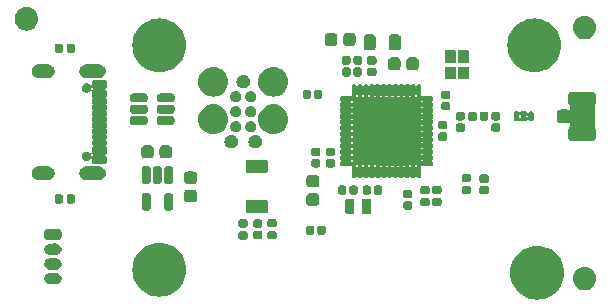
<source format=gbr>
%TF.GenerationSoftware,KiCad,Pcbnew,8.0.2*%
%TF.CreationDate,2024-11-05T19:48:56-03:00*%
%TF.ProjectId,BluetoothBoardSTM32,426c7565-746f-46f7-9468-426f61726453,rev?*%
%TF.SameCoordinates,PX2e0e41fPY5a51da2*%
%TF.FileFunction,Soldermask,Top*%
%TF.FilePolarity,Negative*%
%FSLAX46Y46*%
G04 Gerber Fmt 4.6, Leading zero omitted, Abs format (unit mm)*
G04 Created by KiCad (PCBNEW 8.0.2) date 2024-11-05 19:48:56*
%MOMM*%
%LPD*%
G01*
G04 APERTURE LIST*
G04 APERTURE END LIST*
G36*
X44754705Y4967600D02*
G01*
X45047212Y4909417D01*
X45329623Y4813551D01*
X45597105Y4681644D01*
X45845081Y4515952D01*
X46069308Y4319309D01*
X46265951Y4095082D01*
X46431643Y3847106D01*
X46563550Y3579624D01*
X46659416Y3297213D01*
X46717599Y3004706D01*
X46737105Y2707106D01*
X46717599Y2409506D01*
X46659416Y2116999D01*
X46563550Y1834588D01*
X46431643Y1567106D01*
X46265951Y1319130D01*
X46069308Y1094903D01*
X45845081Y898260D01*
X45597105Y732568D01*
X45329623Y600661D01*
X45047212Y504795D01*
X44754705Y446612D01*
X44457105Y427106D01*
X44159505Y446612D01*
X43866998Y504795D01*
X43584587Y600661D01*
X43317105Y732568D01*
X43069129Y898260D01*
X42844902Y1094903D01*
X42648259Y1319130D01*
X42482567Y1567106D01*
X42350660Y1834588D01*
X42254794Y2116999D01*
X42196611Y2409506D01*
X42177105Y2707106D01*
X42196611Y3004706D01*
X42254794Y3297213D01*
X42350660Y3579624D01*
X42482567Y3847106D01*
X42648259Y4095082D01*
X42844902Y4319309D01*
X43069129Y4515952D01*
X43317105Y4681644D01*
X43584587Y4813551D01*
X43866998Y4909417D01*
X44159505Y4967600D01*
X44457105Y4987106D01*
X44754705Y4967600D01*
G37*
G36*
X12754705Y5217600D02*
G01*
X13047212Y5159417D01*
X13329623Y5063551D01*
X13597105Y4931644D01*
X13845081Y4765952D01*
X14069308Y4569309D01*
X14265951Y4345082D01*
X14431643Y4097106D01*
X14563550Y3829624D01*
X14659416Y3547213D01*
X14717599Y3254706D01*
X14737105Y2957106D01*
X14717599Y2659506D01*
X14659416Y2366999D01*
X14563550Y2084588D01*
X14431643Y1817106D01*
X14265951Y1569130D01*
X14069308Y1344903D01*
X13845081Y1148260D01*
X13597105Y982568D01*
X13329623Y850661D01*
X13047212Y754795D01*
X12754705Y696612D01*
X12457105Y677106D01*
X12159505Y696612D01*
X11866998Y754795D01*
X11584587Y850661D01*
X11317105Y982568D01*
X11069129Y1148260D01*
X10844902Y1344903D01*
X10648259Y1569130D01*
X10482567Y1817106D01*
X10350660Y2084588D01*
X10254794Y2366999D01*
X10196611Y2659506D01*
X10177105Y2957106D01*
X10196611Y3254706D01*
X10254794Y3547213D01*
X10350660Y3829624D01*
X10482567Y4097106D01*
X10648259Y4345082D01*
X10844902Y4569309D01*
X11069129Y4765952D01*
X11317105Y4931644D01*
X11584587Y5063551D01*
X11866998Y5159417D01*
X12159505Y5217600D01*
X12457105Y5237106D01*
X12754705Y5217600D01*
G37*
G36*
X48652195Y3187891D02*
G01*
X48839788Y3130986D01*
X49012675Y3038576D01*
X49164212Y2914213D01*
X49288575Y2762676D01*
X49380985Y2589789D01*
X49437890Y2402196D01*
X49457105Y2207106D01*
X49437890Y2012016D01*
X49380985Y1824423D01*
X49288575Y1651536D01*
X49164212Y1499999D01*
X49012675Y1375636D01*
X48839788Y1283226D01*
X48652195Y1226321D01*
X48457105Y1207106D01*
X48262015Y1226321D01*
X48074422Y1283226D01*
X47901535Y1375636D01*
X47749998Y1499999D01*
X47625635Y1651536D01*
X47533225Y1824423D01*
X47476320Y2012016D01*
X47457105Y2207106D01*
X47476320Y2402196D01*
X47533225Y2589789D01*
X47625635Y2762676D01*
X47749998Y2914213D01*
X47901535Y3038576D01*
X48074422Y3130986D01*
X48262015Y3187891D01*
X48457105Y3207106D01*
X48652195Y3187891D01*
G37*
G36*
X3769758Y2683000D02*
G01*
X3890793Y2650568D01*
X3999310Y2587916D01*
X4087915Y2499311D01*
X4150567Y2390794D01*
X4182999Y2269759D01*
X4182999Y2144453D01*
X4150567Y2023418D01*
X4087915Y1914901D01*
X3999310Y1826296D01*
X3890793Y1763644D01*
X3769758Y1731212D01*
X3207105Y1727106D01*
X3144452Y1731212D01*
X3023417Y1763644D01*
X2914900Y1826296D01*
X2826295Y1914901D01*
X2763643Y2023418D01*
X2731211Y2144453D01*
X2731211Y2269759D01*
X2763643Y2390794D01*
X2826295Y2499311D01*
X2914900Y2587916D01*
X3023417Y2650568D01*
X3144452Y2683000D01*
X3707105Y2687106D01*
X3769758Y2683000D01*
G37*
G36*
X3769758Y3933000D02*
G01*
X3890793Y3900568D01*
X3999310Y3837916D01*
X4087915Y3749311D01*
X4150567Y3640794D01*
X4182999Y3519759D01*
X4182999Y3394453D01*
X4150567Y3273418D01*
X4087915Y3164901D01*
X3999310Y3076296D01*
X3890793Y3013644D01*
X3769758Y2981212D01*
X3207105Y2977106D01*
X3144452Y2981212D01*
X3023417Y3013644D01*
X2914900Y3076296D01*
X2826295Y3164901D01*
X2763643Y3273418D01*
X2731211Y3394453D01*
X2731211Y3519759D01*
X2763643Y3640794D01*
X2826295Y3749311D01*
X2914900Y3837916D01*
X3023417Y3900568D01*
X3144452Y3933000D01*
X3707105Y3937106D01*
X3769758Y3933000D01*
G37*
G36*
X3769758Y5183000D02*
G01*
X3890793Y5150568D01*
X3999310Y5087916D01*
X4087915Y4999311D01*
X4150567Y4890794D01*
X4182999Y4769759D01*
X4182999Y4644453D01*
X4150567Y4523418D01*
X4087915Y4414901D01*
X3999310Y4326296D01*
X3890793Y4263644D01*
X3769758Y4231212D01*
X3207105Y4227106D01*
X3144452Y4231212D01*
X3023417Y4263644D01*
X2914900Y4326296D01*
X2826295Y4414901D01*
X2763643Y4523418D01*
X2731211Y4644453D01*
X2731211Y4769759D01*
X2763643Y4890794D01*
X2826295Y4999311D01*
X2914900Y5087916D01*
X3023417Y5150568D01*
X3144452Y5183000D01*
X3707105Y5187106D01*
X3769758Y5183000D01*
G37*
G36*
X3971211Y6429669D02*
G01*
X3976183Y6427474D01*
X3978055Y6427227D01*
X4001481Y6416303D01*
X4065343Y6388105D01*
X4138104Y6315344D01*
X4166311Y6251462D01*
X4177225Y6228057D01*
X4177471Y6226188D01*
X4179668Y6221212D01*
X4187105Y6157106D01*
X4187105Y5757106D01*
X4179668Y5693000D01*
X4177470Y5688025D01*
X4177225Y5686156D01*
X4166319Y5662770D01*
X4138104Y5598868D01*
X4065343Y5526107D01*
X4001441Y5497892D01*
X3978055Y5486986D01*
X3976186Y5486741D01*
X3971211Y5484543D01*
X3907105Y5477106D01*
X3007105Y5477106D01*
X2942999Y5484543D01*
X2938023Y5486740D01*
X2936154Y5486986D01*
X2912749Y5497900D01*
X2848867Y5526107D01*
X2776106Y5598868D01*
X2747908Y5662730D01*
X2736984Y5686156D01*
X2736737Y5688028D01*
X2734542Y5693000D01*
X2727105Y5757106D01*
X2727105Y6157106D01*
X2734542Y6221212D01*
X2736737Y6226185D01*
X2736984Y6228057D01*
X2747916Y6251502D01*
X2776106Y6315344D01*
X2848867Y6388105D01*
X2912709Y6416295D01*
X2936154Y6427227D01*
X2938026Y6427474D01*
X2942999Y6429669D01*
X3007105Y6437106D01*
X3907105Y6437106D01*
X3971211Y6429669D01*
G37*
G36*
X19747167Y6206099D02*
G01*
X19789044Y6201241D01*
X19803352Y6194923D01*
X19824382Y6190740D01*
X19846896Y6175697D01*
X19863000Y6168586D01*
X19873998Y6157588D01*
X19894133Y6144134D01*
X19907586Y6124000D01*
X19918584Y6113002D01*
X19925694Y6096900D01*
X19940739Y6074383D01*
X19944922Y6053352D01*
X19951239Y6039046D01*
X19956096Y5997179D01*
X19957105Y5992106D01*
X19957105Y5722106D01*
X19956095Y5717032D01*
X19951239Y5675167D01*
X19944922Y5660863D01*
X19940739Y5639829D01*
X19925692Y5617311D01*
X19918584Y5601211D01*
X19907588Y5590216D01*
X19894133Y5570078D01*
X19873995Y5556623D01*
X19863000Y5545627D01*
X19846900Y5538519D01*
X19824382Y5523472D01*
X19803348Y5519289D01*
X19789044Y5512972D01*
X19747178Y5508116D01*
X19742105Y5507106D01*
X19372105Y5507106D01*
X19367031Y5508116D01*
X19325165Y5512972D01*
X19310859Y5519289D01*
X19289828Y5523472D01*
X19267311Y5538517D01*
X19251209Y5545627D01*
X19240211Y5556625D01*
X19220077Y5570078D01*
X19206623Y5590213D01*
X19195625Y5601211D01*
X19188514Y5617315D01*
X19173471Y5639829D01*
X19169288Y5660859D01*
X19162970Y5675167D01*
X19158111Y5717045D01*
X19157105Y5722106D01*
X19157105Y5992106D01*
X19158111Y5997168D01*
X19162970Y6039046D01*
X19169288Y6053356D01*
X19173471Y6074383D01*
X19188513Y6096896D01*
X19195625Y6113002D01*
X19206625Y6124003D01*
X19220077Y6144134D01*
X19240208Y6157586D01*
X19251209Y6168586D01*
X19267315Y6175698D01*
X19289828Y6190740D01*
X19310855Y6194923D01*
X19325165Y6201241D01*
X19367044Y6206100D01*
X19372105Y6207106D01*
X19742105Y6207106D01*
X19747167Y6206099D01*
G37*
G36*
X22197167Y6236099D02*
G01*
X22239044Y6231241D01*
X22253352Y6224923D01*
X22274382Y6220740D01*
X22296896Y6205697D01*
X22313000Y6198586D01*
X22323998Y6187588D01*
X22344133Y6174134D01*
X22357586Y6154000D01*
X22368584Y6143002D01*
X22375694Y6126900D01*
X22390739Y6104383D01*
X22394922Y6083352D01*
X22401239Y6069046D01*
X22406096Y6027179D01*
X22407105Y6022106D01*
X22407105Y5752106D01*
X22406095Y5747032D01*
X22401239Y5705167D01*
X22394922Y5690863D01*
X22390739Y5669829D01*
X22375692Y5647311D01*
X22368584Y5631211D01*
X22357588Y5620216D01*
X22344133Y5600078D01*
X22323995Y5586623D01*
X22313000Y5575627D01*
X22296900Y5568519D01*
X22274382Y5553472D01*
X22253348Y5549289D01*
X22239044Y5542972D01*
X22197178Y5538116D01*
X22192105Y5537106D01*
X21822105Y5537106D01*
X21817031Y5538116D01*
X21775165Y5542972D01*
X21760859Y5549289D01*
X21739828Y5553472D01*
X21717311Y5568517D01*
X21701209Y5575627D01*
X21690211Y5586625D01*
X21670077Y5600078D01*
X21656623Y5620213D01*
X21645625Y5631211D01*
X21638514Y5647315D01*
X21623471Y5669829D01*
X21619288Y5690859D01*
X21612970Y5705167D01*
X21608111Y5747045D01*
X21607105Y5752106D01*
X21607105Y6022106D01*
X21608111Y6027168D01*
X21612970Y6069046D01*
X21619288Y6083356D01*
X21623471Y6104383D01*
X21638513Y6126896D01*
X21645625Y6143002D01*
X21656625Y6154003D01*
X21670077Y6174134D01*
X21690208Y6187586D01*
X21701209Y6198586D01*
X21717315Y6205698D01*
X21739828Y6220740D01*
X21760855Y6224923D01*
X21775165Y6231241D01*
X21817044Y6236100D01*
X21822105Y6237106D01*
X22192105Y6237106D01*
X22197167Y6236099D01*
G37*
G36*
X20982167Y6266099D02*
G01*
X21025188Y6261108D01*
X21039888Y6254618D01*
X21061295Y6250359D01*
X21084211Y6235047D01*
X21100825Y6227711D01*
X21112171Y6216365D01*
X21132668Y6202669D01*
X21146363Y6182173D01*
X21157709Y6170827D01*
X21165043Y6154216D01*
X21180358Y6131296D01*
X21184616Y6109887D01*
X21191106Y6095190D01*
X21196095Y6052180D01*
X21197105Y6047106D01*
X21197105Y5767106D01*
X21196095Y5762032D01*
X21191106Y5719023D01*
X21184617Y5704327D01*
X21180358Y5682916D01*
X21165042Y5659995D01*
X21157709Y5643386D01*
X21146365Y5632043D01*
X21132668Y5611543D01*
X21112168Y5597846D01*
X21100825Y5586502D01*
X21084216Y5579169D01*
X21061295Y5563853D01*
X21039884Y5559594D01*
X21025188Y5553105D01*
X20982178Y5548116D01*
X20977105Y5547106D01*
X20637105Y5547106D01*
X20632031Y5548116D01*
X20589021Y5553105D01*
X20574324Y5559595D01*
X20552915Y5563853D01*
X20529995Y5579168D01*
X20513384Y5586502D01*
X20502038Y5597848D01*
X20481542Y5611543D01*
X20467846Y5632040D01*
X20456500Y5643386D01*
X20449164Y5660000D01*
X20433852Y5682916D01*
X20429593Y5704323D01*
X20423103Y5719023D01*
X20418112Y5762044D01*
X20417105Y5767106D01*
X20417105Y6047106D01*
X20418111Y6052168D01*
X20423103Y6095190D01*
X20429594Y6109892D01*
X20433852Y6131296D01*
X20449163Y6154211D01*
X20456500Y6170827D01*
X20467848Y6182176D01*
X20481542Y6202669D01*
X20502035Y6216363D01*
X20513384Y6227711D01*
X20530000Y6235048D01*
X20552915Y6250359D01*
X20574319Y6254617D01*
X20589021Y6261108D01*
X20632044Y6266100D01*
X20637105Y6267106D01*
X20977105Y6267106D01*
X20982167Y6266099D01*
G37*
G36*
X25372167Y6696099D02*
G01*
X25415188Y6691108D01*
X25429888Y6684618D01*
X25451295Y6680359D01*
X25474211Y6665047D01*
X25490825Y6657711D01*
X25502171Y6646365D01*
X25522668Y6632669D01*
X25536363Y6612173D01*
X25547709Y6600827D01*
X25555043Y6584216D01*
X25570358Y6561296D01*
X25574616Y6539887D01*
X25581106Y6525190D01*
X25586096Y6482179D01*
X25587105Y6477106D01*
X25587105Y6137106D01*
X25586095Y6132032D01*
X25581106Y6089023D01*
X25574617Y6074327D01*
X25570358Y6052916D01*
X25555042Y6029995D01*
X25547709Y6013386D01*
X25536365Y6002043D01*
X25522668Y5981543D01*
X25502168Y5967846D01*
X25490825Y5956502D01*
X25474216Y5949169D01*
X25451295Y5933853D01*
X25429884Y5929594D01*
X25415188Y5923105D01*
X25372179Y5918116D01*
X25367105Y5917106D01*
X25087105Y5917106D01*
X25082031Y5918116D01*
X25039021Y5923105D01*
X25024324Y5929595D01*
X25002915Y5933853D01*
X24979995Y5949168D01*
X24963384Y5956502D01*
X24952038Y5967848D01*
X24931542Y5981543D01*
X24917846Y6002040D01*
X24906500Y6013386D01*
X24899164Y6030000D01*
X24883852Y6052916D01*
X24879593Y6074323D01*
X24873103Y6089023D01*
X24868111Y6132045D01*
X24867105Y6137106D01*
X24867105Y6477106D01*
X24868111Y6482168D01*
X24873103Y6525190D01*
X24879594Y6539892D01*
X24883852Y6561296D01*
X24899163Y6584211D01*
X24906500Y6600827D01*
X24917848Y6612176D01*
X24931542Y6632669D01*
X24952035Y6646363D01*
X24963384Y6657711D01*
X24980000Y6665048D01*
X25002915Y6680359D01*
X25024319Y6684617D01*
X25039021Y6691108D01*
X25082043Y6696100D01*
X25087105Y6697106D01*
X25367105Y6697106D01*
X25372167Y6696099D01*
G37*
G36*
X26332167Y6696099D02*
G01*
X26375188Y6691108D01*
X26389888Y6684618D01*
X26411295Y6680359D01*
X26434211Y6665047D01*
X26450825Y6657711D01*
X26462171Y6646365D01*
X26482668Y6632669D01*
X26496363Y6612173D01*
X26507709Y6600827D01*
X26515043Y6584216D01*
X26530358Y6561296D01*
X26534616Y6539887D01*
X26541106Y6525190D01*
X26546096Y6482179D01*
X26547105Y6477106D01*
X26547105Y6137106D01*
X26546095Y6132032D01*
X26541106Y6089023D01*
X26534617Y6074327D01*
X26530358Y6052916D01*
X26515042Y6029995D01*
X26507709Y6013386D01*
X26496365Y6002043D01*
X26482668Y5981543D01*
X26462168Y5967846D01*
X26450825Y5956502D01*
X26434216Y5949169D01*
X26411295Y5933853D01*
X26389884Y5929594D01*
X26375188Y5923105D01*
X26332179Y5918116D01*
X26327105Y5917106D01*
X26047105Y5917106D01*
X26042031Y5918116D01*
X25999021Y5923105D01*
X25984324Y5929595D01*
X25962915Y5933853D01*
X25939995Y5949168D01*
X25923384Y5956502D01*
X25912038Y5967848D01*
X25891542Y5981543D01*
X25877846Y6002040D01*
X25866500Y6013386D01*
X25859164Y6030000D01*
X25843852Y6052916D01*
X25839593Y6074323D01*
X25833103Y6089023D01*
X25828111Y6132045D01*
X25827105Y6137106D01*
X25827105Y6477106D01*
X25828111Y6482168D01*
X25833103Y6525190D01*
X25839594Y6539892D01*
X25843852Y6561296D01*
X25859163Y6584211D01*
X25866500Y6600827D01*
X25877848Y6612176D01*
X25891542Y6632669D01*
X25912035Y6646363D01*
X25923384Y6657711D01*
X25940000Y6665048D01*
X25962915Y6680359D01*
X25984319Y6684617D01*
X25999021Y6691108D01*
X26042043Y6696100D01*
X26047105Y6697106D01*
X26327105Y6697106D01*
X26332167Y6696099D01*
G37*
G36*
X20982167Y7226099D02*
G01*
X21025188Y7221108D01*
X21039888Y7214618D01*
X21061295Y7210359D01*
X21084211Y7195047D01*
X21100825Y7187711D01*
X21112171Y7176365D01*
X21132668Y7162669D01*
X21146363Y7142173D01*
X21157709Y7130827D01*
X21165043Y7114216D01*
X21180358Y7091296D01*
X21184616Y7069887D01*
X21191106Y7055190D01*
X21196095Y7012180D01*
X21197105Y7007106D01*
X21197105Y6727106D01*
X21196095Y6722032D01*
X21191106Y6679023D01*
X21184617Y6664327D01*
X21180358Y6642916D01*
X21165042Y6619995D01*
X21157709Y6603386D01*
X21146365Y6592043D01*
X21132668Y6571543D01*
X21112168Y6557846D01*
X21100825Y6546502D01*
X21084216Y6539169D01*
X21061295Y6523853D01*
X21039884Y6519594D01*
X21025188Y6513105D01*
X20982178Y6508116D01*
X20977105Y6507106D01*
X20637105Y6507106D01*
X20632031Y6508116D01*
X20589021Y6513105D01*
X20574324Y6519595D01*
X20552915Y6523853D01*
X20529995Y6539168D01*
X20513384Y6546502D01*
X20502038Y6557848D01*
X20481542Y6571543D01*
X20467846Y6592040D01*
X20456500Y6603386D01*
X20449164Y6620000D01*
X20433852Y6642916D01*
X20429593Y6664323D01*
X20423103Y6679023D01*
X20418112Y6722044D01*
X20417105Y6727106D01*
X20417105Y7007106D01*
X20418111Y7012168D01*
X20423103Y7055190D01*
X20429594Y7069892D01*
X20433852Y7091296D01*
X20449163Y7114211D01*
X20456500Y7130827D01*
X20467848Y7142176D01*
X20481542Y7162669D01*
X20502035Y7176363D01*
X20513384Y7187711D01*
X20530000Y7195048D01*
X20552915Y7210359D01*
X20574319Y7214617D01*
X20589021Y7221108D01*
X20632044Y7226100D01*
X20637105Y7227106D01*
X20977105Y7227106D01*
X20982167Y7226099D01*
G37*
G36*
X19747167Y7226099D02*
G01*
X19789044Y7221241D01*
X19803352Y7214923D01*
X19824382Y7210740D01*
X19846896Y7195697D01*
X19863000Y7188586D01*
X19873998Y7177588D01*
X19894133Y7164134D01*
X19907586Y7144000D01*
X19918584Y7133002D01*
X19925694Y7116900D01*
X19940739Y7094383D01*
X19944922Y7073352D01*
X19951239Y7059046D01*
X19956096Y7017179D01*
X19957105Y7012106D01*
X19957105Y6742106D01*
X19956095Y6737032D01*
X19951239Y6695167D01*
X19944922Y6680863D01*
X19940739Y6659829D01*
X19925692Y6637311D01*
X19918584Y6621211D01*
X19907588Y6610216D01*
X19894133Y6590078D01*
X19873995Y6576623D01*
X19863000Y6565627D01*
X19846900Y6558519D01*
X19824382Y6543472D01*
X19803348Y6539289D01*
X19789044Y6532972D01*
X19747178Y6528116D01*
X19742105Y6527106D01*
X19372105Y6527106D01*
X19367031Y6528116D01*
X19325165Y6532972D01*
X19310859Y6539289D01*
X19289828Y6543472D01*
X19267311Y6558517D01*
X19251209Y6565627D01*
X19240211Y6576625D01*
X19220077Y6590078D01*
X19206623Y6610213D01*
X19195625Y6621211D01*
X19188514Y6637315D01*
X19173471Y6659829D01*
X19169288Y6680859D01*
X19162970Y6695167D01*
X19158111Y6737045D01*
X19157105Y6742106D01*
X19157105Y7012106D01*
X19158111Y7017168D01*
X19162970Y7059046D01*
X19169288Y7073356D01*
X19173471Y7094383D01*
X19188513Y7116896D01*
X19195625Y7133002D01*
X19206625Y7144003D01*
X19220077Y7164134D01*
X19240208Y7177586D01*
X19251209Y7188586D01*
X19267315Y7195698D01*
X19289828Y7210740D01*
X19310855Y7214923D01*
X19325165Y7221241D01*
X19367044Y7226100D01*
X19372105Y7227106D01*
X19742105Y7227106D01*
X19747167Y7226099D01*
G37*
G36*
X22197167Y7256099D02*
G01*
X22239044Y7251241D01*
X22253352Y7244923D01*
X22274382Y7240740D01*
X22296896Y7225697D01*
X22313000Y7218586D01*
X22323998Y7207588D01*
X22344133Y7194134D01*
X22357586Y7174000D01*
X22368584Y7163002D01*
X22375694Y7146900D01*
X22390739Y7124383D01*
X22394922Y7103352D01*
X22401239Y7089046D01*
X22406096Y7047179D01*
X22407105Y7042106D01*
X22407105Y6772106D01*
X22406095Y6767032D01*
X22401239Y6725167D01*
X22394922Y6710863D01*
X22390739Y6689829D01*
X22375692Y6667311D01*
X22368584Y6651211D01*
X22357588Y6640216D01*
X22344133Y6620078D01*
X22323995Y6606623D01*
X22313000Y6595627D01*
X22296900Y6588519D01*
X22274382Y6573472D01*
X22253348Y6569289D01*
X22239044Y6562972D01*
X22197178Y6558116D01*
X22192105Y6557106D01*
X21822105Y6557106D01*
X21817031Y6558116D01*
X21775165Y6562972D01*
X21760859Y6569289D01*
X21739828Y6573472D01*
X21717311Y6588517D01*
X21701209Y6595627D01*
X21690211Y6606625D01*
X21670077Y6620078D01*
X21656623Y6640213D01*
X21645625Y6651211D01*
X21638514Y6667315D01*
X21623471Y6689829D01*
X21619288Y6710859D01*
X21612970Y6725167D01*
X21608111Y6767045D01*
X21607105Y6772106D01*
X21607105Y7042106D01*
X21608111Y7047168D01*
X21612970Y7089046D01*
X21619288Y7103356D01*
X21623471Y7124383D01*
X21638513Y7146896D01*
X21645625Y7163002D01*
X21656625Y7174003D01*
X21670077Y7194134D01*
X21690208Y7207586D01*
X21701209Y7218586D01*
X21717315Y7225698D01*
X21739828Y7240740D01*
X21760855Y7244923D01*
X21775165Y7251241D01*
X21817044Y7256100D01*
X21822105Y7257106D01*
X22192105Y7257106D01*
X22197167Y7256099D01*
G37*
G36*
X28937720Y8931016D02*
G01*
X28963674Y8913675D01*
X28981015Y8887721D01*
X28987105Y8857106D01*
X28987105Y7757106D01*
X28981015Y7726491D01*
X28963674Y7700537D01*
X28937720Y7683196D01*
X28907105Y7677106D01*
X28307105Y7677106D01*
X28276490Y7683196D01*
X28250536Y7700537D01*
X28233195Y7726491D01*
X28227105Y7757106D01*
X28227105Y8857106D01*
X28233195Y8887721D01*
X28250536Y8913675D01*
X28276490Y8931016D01*
X28307105Y8937106D01*
X28907105Y8937106D01*
X28937720Y8931016D01*
G37*
G36*
X30337720Y8931016D02*
G01*
X30363674Y8913675D01*
X30381015Y8887721D01*
X30387105Y8857106D01*
X30387105Y7757106D01*
X30381015Y7726491D01*
X30363674Y7700537D01*
X30337720Y7683196D01*
X30307105Y7677106D01*
X29707105Y7677106D01*
X29676490Y7683196D01*
X29650536Y7700537D01*
X29633195Y7726491D01*
X29627105Y7757106D01*
X29627105Y8857106D01*
X29633195Y8887721D01*
X29650536Y8913675D01*
X29676490Y8931016D01*
X29707105Y8937106D01*
X30307105Y8937106D01*
X30337720Y8931016D01*
G37*
G36*
X21587720Y8831016D02*
G01*
X21613674Y8813675D01*
X21631015Y8787721D01*
X21637105Y8757106D01*
X21637105Y7857106D01*
X21631015Y7826491D01*
X21613674Y7800537D01*
X21587720Y7783196D01*
X21557105Y7777106D01*
X19857105Y7777106D01*
X19826490Y7783196D01*
X19800536Y7800537D01*
X19783195Y7826491D01*
X19777105Y7857106D01*
X19777105Y8757106D01*
X19783195Y8787721D01*
X19800536Y8813675D01*
X19826490Y8831016D01*
X19857105Y8837106D01*
X21557105Y8837106D01*
X21587720Y8831016D01*
G37*
G36*
X11499665Y9448600D02*
G01*
X11544977Y9443343D01*
X11560460Y9436507D01*
X11582622Y9432098D01*
X11606348Y9416245D01*
X11623977Y9408461D01*
X11636015Y9396423D01*
X11657240Y9382241D01*
X11671421Y9361017D01*
X11683459Y9348979D01*
X11691241Y9331353D01*
X11707097Y9307623D01*
X11711505Y9285460D01*
X11718341Y9269979D01*
X11723596Y9224677D01*
X11724605Y9219606D01*
X11724605Y8194606D01*
X11723595Y8189534D01*
X11718341Y8144234D01*
X11711506Y8128755D01*
X11707097Y8106589D01*
X11691240Y8082858D01*
X11683459Y8065234D01*
X11671423Y8053199D01*
X11657240Y8031971D01*
X11636012Y8017788D01*
X11623977Y8005752D01*
X11606353Y7997971D01*
X11582622Y7982114D01*
X11560456Y7977705D01*
X11544977Y7970870D01*
X11499676Y7965615D01*
X11494605Y7964606D01*
X11194605Y7964606D01*
X11189533Y7965615D01*
X11144232Y7970870D01*
X11128751Y7977706D01*
X11106588Y7982114D01*
X11082858Y7997970D01*
X11065232Y8005752D01*
X11053194Y8017790D01*
X11031970Y8031971D01*
X11017788Y8053196D01*
X11005750Y8065234D01*
X10997966Y8082863D01*
X10982113Y8106589D01*
X10977704Y8128751D01*
X10970868Y8144234D01*
X10965611Y8189547D01*
X10964605Y8194606D01*
X10964605Y9219606D01*
X10965611Y9224666D01*
X10970868Y9269979D01*
X10977705Y9285464D01*
X10982113Y9307623D01*
X10997965Y9331348D01*
X11005750Y9348979D01*
X11017790Y9361020D01*
X11031970Y9382241D01*
X11053191Y9396421D01*
X11065232Y9408461D01*
X11082863Y9416246D01*
X11106588Y9432098D01*
X11128747Y9436506D01*
X11144232Y9443343D01*
X11189546Y9448600D01*
X11194605Y9449606D01*
X11494605Y9449606D01*
X11499665Y9448600D01*
G37*
G36*
X13399665Y9448600D02*
G01*
X13444977Y9443343D01*
X13460460Y9436507D01*
X13482622Y9432098D01*
X13506348Y9416245D01*
X13523977Y9408461D01*
X13536015Y9396423D01*
X13557240Y9382241D01*
X13571421Y9361017D01*
X13583459Y9348979D01*
X13591241Y9331353D01*
X13607097Y9307623D01*
X13611505Y9285460D01*
X13618341Y9269979D01*
X13623596Y9224677D01*
X13624605Y9219606D01*
X13624605Y8194606D01*
X13623595Y8189534D01*
X13618341Y8144234D01*
X13611506Y8128755D01*
X13607097Y8106589D01*
X13591240Y8082858D01*
X13583459Y8065234D01*
X13571423Y8053199D01*
X13557240Y8031971D01*
X13536012Y8017788D01*
X13523977Y8005752D01*
X13506353Y7997971D01*
X13482622Y7982114D01*
X13460456Y7977705D01*
X13444977Y7970870D01*
X13399676Y7965615D01*
X13394605Y7964606D01*
X13094605Y7964606D01*
X13089533Y7965615D01*
X13044232Y7970870D01*
X13028751Y7977706D01*
X13006588Y7982114D01*
X12982858Y7997970D01*
X12965232Y8005752D01*
X12953194Y8017790D01*
X12931970Y8031971D01*
X12917788Y8053196D01*
X12905750Y8065234D01*
X12897966Y8082863D01*
X12882113Y8106589D01*
X12877704Y8128751D01*
X12870868Y8144234D01*
X12865611Y8189547D01*
X12864605Y8194606D01*
X12864605Y9219606D01*
X12865611Y9224666D01*
X12870868Y9269979D01*
X12877705Y9285464D01*
X12882113Y9307623D01*
X12897965Y9331348D01*
X12905750Y9348979D01*
X12917790Y9361020D01*
X12931970Y9382241D01*
X12953191Y9396421D01*
X12965232Y9408461D01*
X12982863Y9416246D01*
X13006588Y9432098D01*
X13028747Y9436506D01*
X13044232Y9443343D01*
X13089546Y9448600D01*
X13094605Y9449606D01*
X13394605Y9449606D01*
X13399665Y9448600D01*
G37*
G36*
X33682167Y8771099D02*
G01*
X33725188Y8766108D01*
X33739888Y8759618D01*
X33761295Y8755359D01*
X33784211Y8740047D01*
X33800825Y8732711D01*
X33812171Y8721365D01*
X33832668Y8707669D01*
X33846363Y8687173D01*
X33857709Y8675827D01*
X33865043Y8659216D01*
X33880358Y8636296D01*
X33884616Y8614887D01*
X33891106Y8600190D01*
X33896095Y8557180D01*
X33897105Y8552106D01*
X33897105Y8272106D01*
X33896095Y8267032D01*
X33891106Y8224023D01*
X33884617Y8209327D01*
X33880358Y8187916D01*
X33865042Y8164995D01*
X33857709Y8148386D01*
X33846365Y8137043D01*
X33832668Y8116543D01*
X33812168Y8102846D01*
X33800825Y8091502D01*
X33784216Y8084169D01*
X33761295Y8068853D01*
X33739884Y8064594D01*
X33725188Y8058105D01*
X33682178Y8053116D01*
X33677105Y8052106D01*
X33337105Y8052106D01*
X33332031Y8053116D01*
X33289021Y8058105D01*
X33274324Y8064595D01*
X33252915Y8068853D01*
X33229995Y8084168D01*
X33213384Y8091502D01*
X33202038Y8102848D01*
X33181542Y8116543D01*
X33167846Y8137040D01*
X33156500Y8148386D01*
X33149164Y8165000D01*
X33133852Y8187916D01*
X33129593Y8209323D01*
X33123103Y8224023D01*
X33118112Y8267044D01*
X33117105Y8272106D01*
X33117105Y8552106D01*
X33118111Y8557168D01*
X33123103Y8600190D01*
X33129594Y8614892D01*
X33133852Y8636296D01*
X33149163Y8659211D01*
X33156500Y8675827D01*
X33167848Y8687176D01*
X33181542Y8707669D01*
X33202035Y8721363D01*
X33213384Y8732711D01*
X33230000Y8740048D01*
X33252915Y8755359D01*
X33274319Y8759617D01*
X33289021Y8766108D01*
X33332044Y8771100D01*
X33337105Y8772106D01*
X33677105Y8772106D01*
X33682167Y8771099D01*
G37*
G36*
X35147167Y9036099D02*
G01*
X35189044Y9031241D01*
X35203352Y9024923D01*
X35224382Y9020740D01*
X35246896Y9005697D01*
X35263000Y8998586D01*
X35273998Y8987588D01*
X35294133Y8974134D01*
X35307586Y8954000D01*
X35318584Y8943002D01*
X35325694Y8926900D01*
X35340739Y8904383D01*
X35344922Y8883352D01*
X35351239Y8869046D01*
X35356096Y8827179D01*
X35357105Y8822106D01*
X35357105Y8552106D01*
X35356095Y8547032D01*
X35351239Y8505167D01*
X35344922Y8490863D01*
X35340739Y8469829D01*
X35325692Y8447311D01*
X35318584Y8431211D01*
X35307588Y8420216D01*
X35294133Y8400078D01*
X35273995Y8386623D01*
X35263000Y8375627D01*
X35246900Y8368519D01*
X35224382Y8353472D01*
X35203348Y8349289D01*
X35189044Y8342972D01*
X35147178Y8338116D01*
X35142105Y8337106D01*
X34772105Y8337106D01*
X34767031Y8338116D01*
X34725165Y8342972D01*
X34710859Y8349289D01*
X34689828Y8353472D01*
X34667311Y8368517D01*
X34651209Y8375627D01*
X34640211Y8386625D01*
X34620077Y8400078D01*
X34606623Y8420213D01*
X34595625Y8431211D01*
X34588514Y8447315D01*
X34573471Y8469829D01*
X34569288Y8490859D01*
X34562970Y8505167D01*
X34558111Y8547045D01*
X34557105Y8552106D01*
X34557105Y8822106D01*
X34558111Y8827168D01*
X34562970Y8869046D01*
X34569288Y8883356D01*
X34573471Y8904383D01*
X34588513Y8926896D01*
X34595625Y8943002D01*
X34606625Y8954003D01*
X34620077Y8974134D01*
X34640208Y8987586D01*
X34651209Y8998586D01*
X34667315Y9005698D01*
X34689828Y9020740D01*
X34710855Y9024923D01*
X34725165Y9031241D01*
X34767044Y9036100D01*
X34772105Y9037106D01*
X35142105Y9037106D01*
X35147167Y9036099D01*
G37*
G36*
X36147167Y9046099D02*
G01*
X36189044Y9041241D01*
X36203352Y9034923D01*
X36224382Y9030740D01*
X36246896Y9015697D01*
X36263000Y9008586D01*
X36273998Y8997588D01*
X36294133Y8984134D01*
X36307586Y8964000D01*
X36318584Y8953002D01*
X36325694Y8936900D01*
X36340739Y8914383D01*
X36344922Y8893352D01*
X36351239Y8879046D01*
X36356096Y8837179D01*
X36357105Y8832106D01*
X36357105Y8562106D01*
X36356095Y8557032D01*
X36351239Y8515167D01*
X36344922Y8500863D01*
X36340739Y8479829D01*
X36325692Y8457311D01*
X36318584Y8441211D01*
X36307588Y8430216D01*
X36294133Y8410078D01*
X36273995Y8396623D01*
X36263000Y8385627D01*
X36246900Y8378519D01*
X36224382Y8363472D01*
X36203348Y8359289D01*
X36189044Y8352972D01*
X36147178Y8348116D01*
X36142105Y8347106D01*
X35772105Y8347106D01*
X35767031Y8348116D01*
X35725165Y8352972D01*
X35710859Y8359289D01*
X35689828Y8363472D01*
X35667311Y8378517D01*
X35651209Y8385627D01*
X35640211Y8396625D01*
X35620077Y8410078D01*
X35606623Y8430213D01*
X35595625Y8441211D01*
X35588514Y8457315D01*
X35573471Y8479829D01*
X35569288Y8500859D01*
X35562970Y8515167D01*
X35558111Y8557045D01*
X35557105Y8562106D01*
X35557105Y8832106D01*
X35558111Y8837168D01*
X35562970Y8879046D01*
X35569288Y8893356D01*
X35573471Y8914383D01*
X35588513Y8936896D01*
X35595625Y8953002D01*
X35606625Y8964003D01*
X35620077Y8984134D01*
X35640208Y8997586D01*
X35651209Y9008586D01*
X35667315Y9015698D01*
X35689828Y9030740D01*
X35710855Y9034923D01*
X35725165Y9041241D01*
X35767044Y9046100D01*
X35772105Y9047106D01*
X36142105Y9047106D01*
X36147167Y9046099D01*
G37*
G36*
X25776935Y9429005D02*
G01*
X25786170Y9424928D01*
X25793290Y9423890D01*
X25837801Y9402130D01*
X25879472Y9383730D01*
X25883330Y9379872D01*
X25883833Y9379626D01*
X25954624Y9308835D01*
X25954869Y9308333D01*
X25958729Y9304473D01*
X25977135Y9262787D01*
X25998888Y9218291D01*
X25999924Y9211175D01*
X26004004Y9201936D01*
X26012105Y9132106D01*
X26012105Y8682106D01*
X26004004Y8612276D01*
X25999924Y8603038D01*
X25998888Y8595921D01*
X25977137Y8551431D01*
X25958729Y8509739D01*
X25954868Y8505879D01*
X25954624Y8505378D01*
X25883833Y8434587D01*
X25883332Y8434343D01*
X25879472Y8430482D01*
X25837775Y8412072D01*
X25793289Y8390323D01*
X25786173Y8389287D01*
X25776935Y8385207D01*
X25707105Y8377106D01*
X25207105Y8377106D01*
X25137275Y8385207D01*
X25128037Y8389286D01*
X25120919Y8390323D01*
X25076418Y8412078D01*
X25034738Y8430482D01*
X25030878Y8434342D01*
X25030376Y8434587D01*
X24959585Y8505378D01*
X24959339Y8505881D01*
X24955481Y8509739D01*
X24937079Y8551415D01*
X24915321Y8595922D01*
X24914283Y8603041D01*
X24910206Y8612276D01*
X24902105Y8682106D01*
X24902105Y9132106D01*
X24910206Y9201936D01*
X24914283Y9211171D01*
X24915321Y9218292D01*
X24937086Y9262814D01*
X24955481Y9304473D01*
X24959338Y9308331D01*
X24959585Y9308835D01*
X25030376Y9379626D01*
X25030880Y9379873D01*
X25034738Y9383730D01*
X25076402Y9402128D01*
X25120920Y9423890D01*
X25128040Y9424928D01*
X25137275Y9429005D01*
X25207105Y9437106D01*
X25707105Y9437106D01*
X25776935Y9429005D01*
G37*
G36*
X4097167Y9356099D02*
G01*
X4139044Y9351241D01*
X4153352Y9344923D01*
X4174382Y9340740D01*
X4196896Y9325697D01*
X4213000Y9318586D01*
X4223998Y9307588D01*
X4244133Y9294134D01*
X4257586Y9274000D01*
X4268584Y9263002D01*
X4275694Y9246900D01*
X4290739Y9224383D01*
X4294922Y9203352D01*
X4301239Y9189046D01*
X4306096Y9147179D01*
X4307105Y9142106D01*
X4307105Y8772106D01*
X4306095Y8767032D01*
X4301239Y8725167D01*
X4294922Y8710863D01*
X4290739Y8689829D01*
X4275692Y8667311D01*
X4268584Y8651211D01*
X4257588Y8640216D01*
X4244133Y8620078D01*
X4223995Y8606623D01*
X4213000Y8595627D01*
X4196900Y8588519D01*
X4174382Y8573472D01*
X4153348Y8569289D01*
X4139044Y8562972D01*
X4097178Y8558116D01*
X4092105Y8557106D01*
X3822105Y8557106D01*
X3817031Y8558116D01*
X3775165Y8562972D01*
X3760859Y8569289D01*
X3739828Y8573472D01*
X3717311Y8588517D01*
X3701209Y8595627D01*
X3690211Y8606625D01*
X3670077Y8620078D01*
X3656623Y8640213D01*
X3645625Y8651211D01*
X3638514Y8667315D01*
X3623471Y8689829D01*
X3619288Y8710859D01*
X3612970Y8725167D01*
X3608111Y8767045D01*
X3607105Y8772106D01*
X3607105Y9142106D01*
X3608111Y9147168D01*
X3612970Y9189046D01*
X3619288Y9203356D01*
X3623471Y9224383D01*
X3638513Y9246896D01*
X3645625Y9263002D01*
X3656625Y9274003D01*
X3670077Y9294134D01*
X3690208Y9307586D01*
X3701209Y9318586D01*
X3717315Y9325698D01*
X3739828Y9340740D01*
X3760855Y9344923D01*
X3775165Y9351241D01*
X3817044Y9356100D01*
X3822105Y9357106D01*
X4092105Y9357106D01*
X4097167Y9356099D01*
G37*
G36*
X5117167Y9356099D02*
G01*
X5159044Y9351241D01*
X5173352Y9344923D01*
X5194382Y9340740D01*
X5216896Y9325697D01*
X5233000Y9318586D01*
X5243998Y9307588D01*
X5264133Y9294134D01*
X5277586Y9274000D01*
X5288584Y9263002D01*
X5295694Y9246900D01*
X5310739Y9224383D01*
X5314922Y9203352D01*
X5321239Y9189046D01*
X5326096Y9147179D01*
X5327105Y9142106D01*
X5327105Y8772106D01*
X5326095Y8767032D01*
X5321239Y8725167D01*
X5314922Y8710863D01*
X5310739Y8689829D01*
X5295692Y8667311D01*
X5288584Y8651211D01*
X5277588Y8640216D01*
X5264133Y8620078D01*
X5243995Y8606623D01*
X5233000Y8595627D01*
X5216900Y8588519D01*
X5194382Y8573472D01*
X5173348Y8569289D01*
X5159044Y8562972D01*
X5117178Y8558116D01*
X5112105Y8557106D01*
X4842105Y8557106D01*
X4837031Y8558116D01*
X4795165Y8562972D01*
X4780859Y8569289D01*
X4759828Y8573472D01*
X4737311Y8588517D01*
X4721209Y8595627D01*
X4710211Y8606625D01*
X4690077Y8620078D01*
X4676623Y8640213D01*
X4665625Y8651211D01*
X4658514Y8667315D01*
X4643471Y8689829D01*
X4639288Y8710859D01*
X4632970Y8725167D01*
X4628111Y8767045D01*
X4627105Y8772106D01*
X4627105Y9142106D01*
X4628111Y9147168D01*
X4632970Y9189046D01*
X4639288Y9203356D01*
X4643471Y9224383D01*
X4658513Y9246896D01*
X4665625Y9263002D01*
X4676625Y9274003D01*
X4690077Y9294134D01*
X4710208Y9307586D01*
X4721209Y9318586D01*
X4737315Y9325698D01*
X4759828Y9340740D01*
X4780855Y9344923D01*
X4795165Y9351241D01*
X4837044Y9356100D01*
X4842105Y9357106D01*
X5112105Y9357106D01*
X5117167Y9356099D01*
G37*
G36*
X15426935Y9729005D02*
G01*
X15436170Y9724928D01*
X15443290Y9723890D01*
X15487801Y9702130D01*
X15529472Y9683730D01*
X15533330Y9679872D01*
X15533833Y9679626D01*
X15604624Y9608835D01*
X15604869Y9608333D01*
X15608729Y9604473D01*
X15627135Y9562787D01*
X15648888Y9518291D01*
X15649924Y9511175D01*
X15654004Y9501936D01*
X15662105Y9432106D01*
X15662105Y8982106D01*
X15654004Y8912276D01*
X15649924Y8903038D01*
X15648888Y8895921D01*
X15627137Y8851431D01*
X15608729Y8809739D01*
X15604868Y8805879D01*
X15604624Y8805378D01*
X15533833Y8734587D01*
X15533332Y8734343D01*
X15529472Y8730482D01*
X15487775Y8712072D01*
X15443289Y8690323D01*
X15436173Y8689287D01*
X15426935Y8685207D01*
X15357105Y8677106D01*
X14857105Y8677106D01*
X14787275Y8685207D01*
X14778037Y8689286D01*
X14770919Y8690323D01*
X14726418Y8712078D01*
X14684738Y8730482D01*
X14680878Y8734342D01*
X14680376Y8734587D01*
X14609585Y8805378D01*
X14609339Y8805881D01*
X14605481Y8809739D01*
X14587079Y8851415D01*
X14565321Y8895922D01*
X14564283Y8903041D01*
X14560206Y8912276D01*
X14552105Y8982106D01*
X14552105Y9432106D01*
X14560206Y9501936D01*
X14564283Y9511171D01*
X14565321Y9518292D01*
X14587086Y9562814D01*
X14605481Y9604473D01*
X14609338Y9608331D01*
X14609585Y9608835D01*
X14680376Y9679626D01*
X14680880Y9679873D01*
X14684738Y9683730D01*
X14726402Y9702128D01*
X14770920Y9723890D01*
X14778040Y9724928D01*
X14787275Y9729005D01*
X14857105Y9737106D01*
X15357105Y9737106D01*
X15426935Y9729005D01*
G37*
G36*
X33682167Y9731099D02*
G01*
X33725188Y9726108D01*
X33739888Y9719618D01*
X33761295Y9715359D01*
X33784211Y9700047D01*
X33800825Y9692711D01*
X33812171Y9681365D01*
X33832668Y9667669D01*
X33846363Y9647173D01*
X33857709Y9635827D01*
X33865043Y9619216D01*
X33880358Y9596296D01*
X33884616Y9574887D01*
X33891106Y9560190D01*
X33896095Y9517180D01*
X33897105Y9512106D01*
X33897105Y9232106D01*
X33896095Y9227032D01*
X33891106Y9184023D01*
X33884617Y9169327D01*
X33880358Y9147916D01*
X33865042Y9124995D01*
X33857709Y9108386D01*
X33846365Y9097043D01*
X33832668Y9076543D01*
X33812168Y9062846D01*
X33800825Y9051502D01*
X33784216Y9044169D01*
X33761295Y9028853D01*
X33739884Y9024594D01*
X33725188Y9018105D01*
X33682178Y9013116D01*
X33677105Y9012106D01*
X33337105Y9012106D01*
X33332031Y9013116D01*
X33289021Y9018105D01*
X33274324Y9024595D01*
X33252915Y9028853D01*
X33229995Y9044168D01*
X33213384Y9051502D01*
X33202038Y9062848D01*
X33181542Y9076543D01*
X33167846Y9097040D01*
X33156500Y9108386D01*
X33149164Y9125000D01*
X33133852Y9147916D01*
X33129593Y9169323D01*
X33123103Y9184023D01*
X33118112Y9227044D01*
X33117105Y9232106D01*
X33117105Y9512106D01*
X33118111Y9517168D01*
X33123103Y9560190D01*
X33129594Y9574892D01*
X33133852Y9596296D01*
X33149163Y9619211D01*
X33156500Y9635827D01*
X33167848Y9647176D01*
X33181542Y9667669D01*
X33202035Y9681363D01*
X33213384Y9692711D01*
X33230000Y9700048D01*
X33252915Y9715359D01*
X33274319Y9719617D01*
X33289021Y9726108D01*
X33332044Y9731100D01*
X33337105Y9732106D01*
X33677105Y9732106D01*
X33682167Y9731099D01*
G37*
G36*
X28092167Y10096099D02*
G01*
X28135188Y10091108D01*
X28149888Y10084618D01*
X28171295Y10080359D01*
X28194211Y10065047D01*
X28210825Y10057711D01*
X28222171Y10046365D01*
X28242668Y10032669D01*
X28256363Y10012173D01*
X28267709Y10000827D01*
X28275043Y9984216D01*
X28290358Y9961296D01*
X28294616Y9939887D01*
X28301106Y9925190D01*
X28306096Y9882179D01*
X28307105Y9877106D01*
X28307105Y9537106D01*
X28306095Y9532032D01*
X28301106Y9489023D01*
X28294617Y9474327D01*
X28290358Y9452916D01*
X28275042Y9429995D01*
X28267709Y9413386D01*
X28256365Y9402043D01*
X28242668Y9381543D01*
X28222168Y9367846D01*
X28210825Y9356502D01*
X28194216Y9349169D01*
X28171295Y9333853D01*
X28149884Y9329594D01*
X28135188Y9323105D01*
X28092179Y9318116D01*
X28087105Y9317106D01*
X27807105Y9317106D01*
X27802031Y9318116D01*
X27759021Y9323105D01*
X27744324Y9329595D01*
X27722915Y9333853D01*
X27699995Y9349168D01*
X27683384Y9356502D01*
X27672038Y9367848D01*
X27651542Y9381543D01*
X27637846Y9402040D01*
X27626500Y9413386D01*
X27619164Y9430000D01*
X27603852Y9452916D01*
X27599593Y9474323D01*
X27593103Y9489023D01*
X27588111Y9532045D01*
X27587105Y9537106D01*
X27587105Y9877106D01*
X27588111Y9882168D01*
X27593103Y9925190D01*
X27599594Y9939892D01*
X27603852Y9961296D01*
X27619163Y9984211D01*
X27626500Y10000827D01*
X27637848Y10012176D01*
X27651542Y10032669D01*
X27672035Y10046363D01*
X27683384Y10057711D01*
X27700000Y10065048D01*
X27722915Y10080359D01*
X27744319Y10084617D01*
X27759021Y10091108D01*
X27802043Y10096100D01*
X27807105Y10097106D01*
X28087105Y10097106D01*
X28092167Y10096099D01*
G37*
G36*
X29052167Y10096099D02*
G01*
X29095188Y10091108D01*
X29109888Y10084618D01*
X29131295Y10080359D01*
X29154211Y10065047D01*
X29170825Y10057711D01*
X29182171Y10046365D01*
X29202668Y10032669D01*
X29216363Y10012173D01*
X29227709Y10000827D01*
X29235043Y9984216D01*
X29250358Y9961296D01*
X29254616Y9939887D01*
X29261106Y9925190D01*
X29266096Y9882179D01*
X29267105Y9877106D01*
X29267105Y9537106D01*
X29266095Y9532032D01*
X29261106Y9489023D01*
X29254617Y9474327D01*
X29250358Y9452916D01*
X29235042Y9429995D01*
X29227709Y9413386D01*
X29216365Y9402043D01*
X29202668Y9381543D01*
X29182168Y9367846D01*
X29170825Y9356502D01*
X29154216Y9349169D01*
X29131295Y9333853D01*
X29109884Y9329594D01*
X29095188Y9323105D01*
X29052179Y9318116D01*
X29047105Y9317106D01*
X28767105Y9317106D01*
X28762031Y9318116D01*
X28719021Y9323105D01*
X28704324Y9329595D01*
X28682915Y9333853D01*
X28659995Y9349168D01*
X28643384Y9356502D01*
X28632038Y9367848D01*
X28611542Y9381543D01*
X28597846Y9402040D01*
X28586500Y9413386D01*
X28579164Y9430000D01*
X28563852Y9452916D01*
X28559593Y9474323D01*
X28553103Y9489023D01*
X28548111Y9532045D01*
X28547105Y9537106D01*
X28547105Y9877106D01*
X28548111Y9882168D01*
X28553103Y9925190D01*
X28559594Y9939892D01*
X28563852Y9961296D01*
X28579163Y9984211D01*
X28586500Y10000827D01*
X28597848Y10012176D01*
X28611542Y10032669D01*
X28632035Y10046363D01*
X28643384Y10057711D01*
X28660000Y10065048D01*
X28682915Y10080359D01*
X28704319Y10084617D01*
X28719021Y10091108D01*
X28762043Y10096100D01*
X28767105Y10097106D01*
X29047105Y10097106D01*
X29052167Y10096099D01*
G37*
G36*
X30172167Y10096099D02*
G01*
X30215188Y10091108D01*
X30229888Y10084618D01*
X30251295Y10080359D01*
X30274211Y10065047D01*
X30290825Y10057711D01*
X30302171Y10046365D01*
X30322668Y10032669D01*
X30336363Y10012173D01*
X30347709Y10000827D01*
X30355043Y9984216D01*
X30370358Y9961296D01*
X30374616Y9939887D01*
X30381106Y9925190D01*
X30386096Y9882179D01*
X30387105Y9877106D01*
X30387105Y9537106D01*
X30386095Y9532032D01*
X30381106Y9489023D01*
X30374617Y9474327D01*
X30370358Y9452916D01*
X30355042Y9429995D01*
X30347709Y9413386D01*
X30336365Y9402043D01*
X30322668Y9381543D01*
X30302168Y9367846D01*
X30290825Y9356502D01*
X30274216Y9349169D01*
X30251295Y9333853D01*
X30229884Y9329594D01*
X30215188Y9323105D01*
X30172179Y9318116D01*
X30167105Y9317106D01*
X29887105Y9317106D01*
X29882031Y9318116D01*
X29839021Y9323105D01*
X29824324Y9329595D01*
X29802915Y9333853D01*
X29779995Y9349168D01*
X29763384Y9356502D01*
X29752038Y9367848D01*
X29731542Y9381543D01*
X29717846Y9402040D01*
X29706500Y9413386D01*
X29699164Y9430000D01*
X29683852Y9452916D01*
X29679593Y9474323D01*
X29673103Y9489023D01*
X29668111Y9532045D01*
X29667105Y9537106D01*
X29667105Y9877106D01*
X29668111Y9882168D01*
X29673103Y9925190D01*
X29679594Y9939892D01*
X29683852Y9961296D01*
X29699163Y9984211D01*
X29706500Y10000827D01*
X29717848Y10012176D01*
X29731542Y10032669D01*
X29752035Y10046363D01*
X29763384Y10057711D01*
X29780000Y10065048D01*
X29802915Y10080359D01*
X29824319Y10084617D01*
X29839021Y10091108D01*
X29882043Y10096100D01*
X29887105Y10097106D01*
X30167105Y10097106D01*
X30172167Y10096099D01*
G37*
G36*
X31132167Y10096099D02*
G01*
X31175188Y10091108D01*
X31189888Y10084618D01*
X31211295Y10080359D01*
X31234211Y10065047D01*
X31250825Y10057711D01*
X31262171Y10046365D01*
X31282668Y10032669D01*
X31296363Y10012173D01*
X31307709Y10000827D01*
X31315043Y9984216D01*
X31330358Y9961296D01*
X31334616Y9939887D01*
X31341106Y9925190D01*
X31346096Y9882179D01*
X31347105Y9877106D01*
X31347105Y9537106D01*
X31346095Y9532032D01*
X31341106Y9489023D01*
X31334617Y9474327D01*
X31330358Y9452916D01*
X31315042Y9429995D01*
X31307709Y9413386D01*
X31296365Y9402043D01*
X31282668Y9381543D01*
X31262168Y9367846D01*
X31250825Y9356502D01*
X31234216Y9349169D01*
X31211295Y9333853D01*
X31189884Y9329594D01*
X31175188Y9323105D01*
X31132179Y9318116D01*
X31127105Y9317106D01*
X30847105Y9317106D01*
X30842031Y9318116D01*
X30799021Y9323105D01*
X30784324Y9329595D01*
X30762915Y9333853D01*
X30739995Y9349168D01*
X30723384Y9356502D01*
X30712038Y9367848D01*
X30691542Y9381543D01*
X30677846Y9402040D01*
X30666500Y9413386D01*
X30659164Y9430000D01*
X30643852Y9452916D01*
X30639593Y9474323D01*
X30633103Y9489023D01*
X30628111Y9532045D01*
X30627105Y9537106D01*
X30627105Y9877106D01*
X30628111Y9882168D01*
X30633103Y9925190D01*
X30639594Y9939892D01*
X30643852Y9961296D01*
X30659163Y9984211D01*
X30666500Y10000827D01*
X30677848Y10012176D01*
X30691542Y10032669D01*
X30712035Y10046363D01*
X30723384Y10057711D01*
X30740000Y10065048D01*
X30762915Y10080359D01*
X30784319Y10084617D01*
X30799021Y10091108D01*
X30842043Y10096100D01*
X30847105Y10097106D01*
X31127105Y10097106D01*
X31132167Y10096099D01*
G37*
G36*
X40134668Y10081099D02*
G01*
X40179404Y10075909D01*
X40194688Y10069161D01*
X40216665Y10064789D01*
X40240193Y10049068D01*
X40257564Y10041398D01*
X40269427Y10029535D01*
X40290472Y10015473D01*
X40304533Y9994429D01*
X40316396Y9982566D01*
X40324065Y9965197D01*
X40339788Y9941666D01*
X40344159Y9919689D01*
X40350907Y9904407D01*
X40356096Y9859679D01*
X40357105Y9854606D01*
X40357105Y9559606D01*
X40356095Y9554531D01*
X40350907Y9509807D01*
X40344160Y9494527D01*
X40339788Y9472546D01*
X40324063Y9449014D01*
X40316396Y9431647D01*
X40304535Y9419787D01*
X40290472Y9398739D01*
X40269424Y9384676D01*
X40257564Y9372815D01*
X40240197Y9365147D01*
X40216665Y9349423D01*
X40194685Y9345052D01*
X40179405Y9338304D01*
X40134678Y9333116D01*
X40129605Y9332106D01*
X39784605Y9332106D01*
X39779531Y9333116D01*
X39734805Y9338304D01*
X39719524Y9345052D01*
X39697545Y9349423D01*
X39674013Y9365146D01*
X39656645Y9372815D01*
X39644782Y9384678D01*
X39623738Y9398739D01*
X39609676Y9419784D01*
X39597813Y9431647D01*
X39590142Y9449018D01*
X39574422Y9472546D01*
X39570050Y9494522D01*
X39563302Y9509806D01*
X39558111Y9554545D01*
X39557105Y9559606D01*
X39557105Y9854606D01*
X39558111Y9859668D01*
X39563302Y9904406D01*
X39570050Y9919691D01*
X39574422Y9941666D01*
X39590141Y9965193D01*
X39597813Y9982566D01*
X39609678Y9994432D01*
X39623738Y10015473D01*
X39644779Y10029533D01*
X39656645Y10041398D01*
X39674018Y10049070D01*
X39697545Y10064789D01*
X39719518Y10069160D01*
X39734804Y10075909D01*
X39779544Y10081100D01*
X39784605Y10082106D01*
X40129605Y10082106D01*
X40134668Y10081099D01*
G37*
G36*
X35147167Y10056099D02*
G01*
X35189044Y10051241D01*
X35203352Y10044923D01*
X35224382Y10040740D01*
X35246896Y10025697D01*
X35263000Y10018586D01*
X35273998Y10007588D01*
X35294133Y9994134D01*
X35307586Y9974000D01*
X35318584Y9963002D01*
X35325694Y9946900D01*
X35340739Y9924383D01*
X35344922Y9903352D01*
X35351239Y9889046D01*
X35356096Y9847179D01*
X35357105Y9842106D01*
X35357105Y9572106D01*
X35356095Y9567032D01*
X35351239Y9525167D01*
X35344922Y9510863D01*
X35340739Y9489829D01*
X35325692Y9467311D01*
X35318584Y9451211D01*
X35307588Y9440216D01*
X35294133Y9420078D01*
X35273995Y9406623D01*
X35263000Y9395627D01*
X35246900Y9388519D01*
X35224382Y9373472D01*
X35203348Y9369289D01*
X35189044Y9362972D01*
X35147178Y9358116D01*
X35142105Y9357106D01*
X34772105Y9357106D01*
X34767031Y9358116D01*
X34725165Y9362972D01*
X34710859Y9369289D01*
X34689828Y9373472D01*
X34667311Y9388517D01*
X34651209Y9395627D01*
X34640211Y9406625D01*
X34620077Y9420078D01*
X34606623Y9440213D01*
X34595625Y9451211D01*
X34588514Y9467315D01*
X34573471Y9489829D01*
X34569288Y9510859D01*
X34562970Y9525167D01*
X34558111Y9567045D01*
X34557105Y9572106D01*
X34557105Y9842106D01*
X34558111Y9847168D01*
X34562970Y9889046D01*
X34569288Y9903356D01*
X34573471Y9924383D01*
X34588513Y9946896D01*
X34595625Y9963002D01*
X34606625Y9974003D01*
X34620077Y9994134D01*
X34640208Y10007586D01*
X34651209Y10018586D01*
X34667315Y10025698D01*
X34689828Y10040740D01*
X34710855Y10044923D01*
X34725165Y10051241D01*
X34767044Y10056100D01*
X34772105Y10057106D01*
X35142105Y10057106D01*
X35147167Y10056099D01*
G37*
G36*
X38647167Y10056099D02*
G01*
X38689044Y10051241D01*
X38703352Y10044923D01*
X38724382Y10040740D01*
X38746896Y10025697D01*
X38763000Y10018586D01*
X38773998Y10007588D01*
X38794133Y9994134D01*
X38807586Y9974000D01*
X38818584Y9963002D01*
X38825694Y9946900D01*
X38840739Y9924383D01*
X38844922Y9903352D01*
X38851239Y9889046D01*
X38856096Y9847179D01*
X38857105Y9842106D01*
X38857105Y9572106D01*
X38856095Y9567032D01*
X38851239Y9525167D01*
X38844922Y9510863D01*
X38840739Y9489829D01*
X38825692Y9467311D01*
X38818584Y9451211D01*
X38807588Y9440216D01*
X38794133Y9420078D01*
X38773995Y9406623D01*
X38763000Y9395627D01*
X38746900Y9388519D01*
X38724382Y9373472D01*
X38703348Y9369289D01*
X38689044Y9362972D01*
X38647178Y9358116D01*
X38642105Y9357106D01*
X38272105Y9357106D01*
X38267031Y9358116D01*
X38225165Y9362972D01*
X38210859Y9369289D01*
X38189828Y9373472D01*
X38167311Y9388517D01*
X38151209Y9395627D01*
X38140211Y9406625D01*
X38120077Y9420078D01*
X38106623Y9440213D01*
X38095625Y9451211D01*
X38088514Y9467315D01*
X38073471Y9489829D01*
X38069288Y9510859D01*
X38062970Y9525167D01*
X38058111Y9567045D01*
X38057105Y9572106D01*
X38057105Y9842106D01*
X38058111Y9847168D01*
X38062970Y9889046D01*
X38069288Y9903356D01*
X38073471Y9924383D01*
X38088513Y9946896D01*
X38095625Y9963002D01*
X38106625Y9974003D01*
X38120077Y9994134D01*
X38140208Y10007586D01*
X38151209Y10018586D01*
X38167315Y10025698D01*
X38189828Y10040740D01*
X38210855Y10044923D01*
X38225165Y10051241D01*
X38267044Y10056100D01*
X38272105Y10057106D01*
X38642105Y10057106D01*
X38647167Y10056099D01*
G37*
G36*
X36147167Y10066099D02*
G01*
X36189044Y10061241D01*
X36203352Y10054923D01*
X36224382Y10050740D01*
X36246896Y10035697D01*
X36263000Y10028586D01*
X36273998Y10017588D01*
X36294133Y10004134D01*
X36307586Y9984000D01*
X36318584Y9973002D01*
X36325694Y9956900D01*
X36340739Y9934383D01*
X36344922Y9913352D01*
X36351239Y9899046D01*
X36356096Y9857179D01*
X36357105Y9852106D01*
X36357105Y9582106D01*
X36356095Y9577032D01*
X36351239Y9535167D01*
X36344922Y9520863D01*
X36340739Y9499829D01*
X36325692Y9477311D01*
X36318584Y9461211D01*
X36307588Y9450216D01*
X36294133Y9430078D01*
X36273995Y9416623D01*
X36263000Y9405627D01*
X36246900Y9398519D01*
X36224382Y9383472D01*
X36203348Y9379289D01*
X36189044Y9372972D01*
X36147178Y9368116D01*
X36142105Y9367106D01*
X35772105Y9367106D01*
X35767031Y9368116D01*
X35725165Y9372972D01*
X35710859Y9379289D01*
X35689828Y9383472D01*
X35667311Y9398517D01*
X35651209Y9405627D01*
X35640211Y9416625D01*
X35620077Y9430078D01*
X35606623Y9450213D01*
X35595625Y9461211D01*
X35588514Y9477315D01*
X35573471Y9499829D01*
X35569288Y9520859D01*
X35562970Y9535167D01*
X35558111Y9577045D01*
X35557105Y9582106D01*
X35557105Y9852106D01*
X35558111Y9857168D01*
X35562970Y9899046D01*
X35569288Y9913356D01*
X35573471Y9934383D01*
X35588513Y9956896D01*
X35595625Y9973002D01*
X35606625Y9984003D01*
X35620077Y10004134D01*
X35640208Y10017586D01*
X35651209Y10028586D01*
X35667315Y10035698D01*
X35689828Y10050740D01*
X35710855Y10054923D01*
X35725165Y10061241D01*
X35767044Y10066100D01*
X35772105Y10067106D01*
X36142105Y10067106D01*
X36147167Y10066099D01*
G37*
G36*
X25776935Y10979005D02*
G01*
X25786170Y10974928D01*
X25793290Y10973890D01*
X25837801Y10952130D01*
X25879472Y10933730D01*
X25883330Y10929872D01*
X25883833Y10929626D01*
X25954624Y10858835D01*
X25954869Y10858333D01*
X25958729Y10854473D01*
X25977135Y10812787D01*
X25998888Y10768291D01*
X25999924Y10761175D01*
X26004004Y10751936D01*
X26012105Y10682106D01*
X26012105Y10232106D01*
X26004004Y10162276D01*
X25999924Y10153038D01*
X25998888Y10145921D01*
X25977137Y10101431D01*
X25958729Y10059739D01*
X25954868Y10055879D01*
X25954624Y10055378D01*
X25883833Y9984587D01*
X25883332Y9984343D01*
X25879472Y9980482D01*
X25837775Y9962072D01*
X25793289Y9940323D01*
X25786173Y9939287D01*
X25776935Y9935207D01*
X25707105Y9927106D01*
X25207105Y9927106D01*
X25137275Y9935207D01*
X25128037Y9939286D01*
X25120919Y9940323D01*
X25076418Y9962078D01*
X25034738Y9980482D01*
X25030878Y9984342D01*
X25030376Y9984587D01*
X24959585Y10055378D01*
X24959339Y10055881D01*
X24955481Y10059739D01*
X24937079Y10101415D01*
X24915321Y10145922D01*
X24914283Y10153041D01*
X24910206Y10162276D01*
X24902105Y10232106D01*
X24902105Y10682106D01*
X24910206Y10751936D01*
X24914283Y10761171D01*
X24915321Y10768292D01*
X24937086Y10812814D01*
X24955481Y10854473D01*
X24959338Y10858331D01*
X24959585Y10858835D01*
X25030376Y10929626D01*
X25030880Y10929873D01*
X25034738Y10933730D01*
X25076402Y10952128D01*
X25120920Y10973890D01*
X25128040Y10974928D01*
X25137275Y10979005D01*
X25207105Y10987106D01*
X25707105Y10987106D01*
X25776935Y10979005D01*
G37*
G36*
X15426935Y11279005D02*
G01*
X15436170Y11274928D01*
X15443290Y11273890D01*
X15487801Y11252130D01*
X15529472Y11233730D01*
X15533330Y11229872D01*
X15533833Y11229626D01*
X15604624Y11158835D01*
X15604869Y11158333D01*
X15608729Y11154473D01*
X15627135Y11112787D01*
X15648888Y11068291D01*
X15649924Y11061175D01*
X15654004Y11051936D01*
X15662105Y10982106D01*
X15662105Y10532106D01*
X15654004Y10462276D01*
X15649924Y10453038D01*
X15648888Y10445921D01*
X15627137Y10401431D01*
X15608729Y10359739D01*
X15604868Y10355879D01*
X15604624Y10355378D01*
X15533833Y10284587D01*
X15533332Y10284343D01*
X15529472Y10280482D01*
X15487775Y10262072D01*
X15443289Y10240323D01*
X15436173Y10239287D01*
X15426935Y10235207D01*
X15357105Y10227106D01*
X14857105Y10227106D01*
X14787275Y10235207D01*
X14778037Y10239286D01*
X14770919Y10240323D01*
X14726418Y10262078D01*
X14684738Y10280482D01*
X14680878Y10284342D01*
X14680376Y10284587D01*
X14609585Y10355378D01*
X14609339Y10355881D01*
X14605481Y10359739D01*
X14587079Y10401415D01*
X14565321Y10445922D01*
X14564283Y10453041D01*
X14560206Y10462276D01*
X14552105Y10532106D01*
X14552105Y10982106D01*
X14560206Y11051936D01*
X14564283Y11061171D01*
X14565321Y11068292D01*
X14587086Y11112814D01*
X14605481Y11154473D01*
X14609338Y11158331D01*
X14609585Y11158835D01*
X14680376Y11229626D01*
X14680880Y11229873D01*
X14684738Y11233730D01*
X14726402Y11252128D01*
X14770920Y11273890D01*
X14778040Y11274928D01*
X14787275Y11279005D01*
X14857105Y11287106D01*
X15357105Y11287106D01*
X15426935Y11279005D01*
G37*
G36*
X11499665Y11723600D02*
G01*
X11544977Y11718343D01*
X11560460Y11711507D01*
X11582622Y11707098D01*
X11606348Y11691245D01*
X11623977Y11683461D01*
X11636015Y11671423D01*
X11657240Y11657241D01*
X11671421Y11636017D01*
X11683459Y11623979D01*
X11691241Y11606353D01*
X11707097Y11582623D01*
X11711505Y11560460D01*
X11718341Y11544979D01*
X11723596Y11499677D01*
X11724605Y11494606D01*
X11724605Y10469606D01*
X11723595Y10464534D01*
X11718341Y10419234D01*
X11711506Y10403755D01*
X11707097Y10381589D01*
X11691240Y10357858D01*
X11683459Y10340234D01*
X11671423Y10328199D01*
X11657240Y10306971D01*
X11636012Y10292788D01*
X11623977Y10280752D01*
X11606353Y10272971D01*
X11582622Y10257114D01*
X11560456Y10252705D01*
X11544977Y10245870D01*
X11499676Y10240615D01*
X11494605Y10239606D01*
X11194605Y10239606D01*
X11189533Y10240615D01*
X11144232Y10245870D01*
X11128751Y10252706D01*
X11106588Y10257114D01*
X11082858Y10272970D01*
X11065232Y10280752D01*
X11053194Y10292790D01*
X11031970Y10306971D01*
X11017788Y10328196D01*
X11005750Y10340234D01*
X10997966Y10357863D01*
X10982113Y10381589D01*
X10977704Y10403751D01*
X10970868Y10419234D01*
X10965611Y10464547D01*
X10964605Y10469606D01*
X10964605Y11494606D01*
X10965611Y11499666D01*
X10970868Y11544979D01*
X10977705Y11560464D01*
X10982113Y11582623D01*
X10997965Y11606348D01*
X11005750Y11623979D01*
X11017790Y11636020D01*
X11031970Y11657241D01*
X11053191Y11671421D01*
X11065232Y11683461D01*
X11082863Y11691246D01*
X11106588Y11707098D01*
X11128747Y11711506D01*
X11144232Y11718343D01*
X11189546Y11723600D01*
X11194605Y11724606D01*
X11494605Y11724606D01*
X11499665Y11723600D01*
G37*
G36*
X12449665Y11723600D02*
G01*
X12494977Y11718343D01*
X12510460Y11711507D01*
X12532622Y11707098D01*
X12556348Y11691245D01*
X12573977Y11683461D01*
X12586015Y11671423D01*
X12607240Y11657241D01*
X12621421Y11636017D01*
X12633459Y11623979D01*
X12641241Y11606353D01*
X12657097Y11582623D01*
X12661505Y11560460D01*
X12668341Y11544979D01*
X12673596Y11499677D01*
X12674605Y11494606D01*
X12674605Y10469606D01*
X12673595Y10464534D01*
X12668341Y10419234D01*
X12661506Y10403755D01*
X12657097Y10381589D01*
X12641240Y10357858D01*
X12633459Y10340234D01*
X12621423Y10328199D01*
X12607240Y10306971D01*
X12586012Y10292788D01*
X12573977Y10280752D01*
X12556353Y10272971D01*
X12532622Y10257114D01*
X12510456Y10252705D01*
X12494977Y10245870D01*
X12449676Y10240615D01*
X12444605Y10239606D01*
X12144605Y10239606D01*
X12139533Y10240615D01*
X12094232Y10245870D01*
X12078751Y10252706D01*
X12056588Y10257114D01*
X12032858Y10272970D01*
X12015232Y10280752D01*
X12003194Y10292790D01*
X11981970Y10306971D01*
X11967788Y10328196D01*
X11955750Y10340234D01*
X11947966Y10357863D01*
X11932113Y10381589D01*
X11927704Y10403751D01*
X11920868Y10419234D01*
X11915611Y10464547D01*
X11914605Y10469606D01*
X11914605Y11494606D01*
X11915611Y11499666D01*
X11920868Y11544979D01*
X11927705Y11560464D01*
X11932113Y11582623D01*
X11947965Y11606348D01*
X11955750Y11623979D01*
X11967790Y11636020D01*
X11981970Y11657241D01*
X12003191Y11671421D01*
X12015232Y11683461D01*
X12032863Y11691246D01*
X12056588Y11707098D01*
X12078747Y11711506D01*
X12094232Y11718343D01*
X12139546Y11723600D01*
X12144605Y11724606D01*
X12444605Y11724606D01*
X12449665Y11723600D01*
G37*
G36*
X13399665Y11723600D02*
G01*
X13444977Y11718343D01*
X13460460Y11711507D01*
X13482622Y11707098D01*
X13506348Y11691245D01*
X13523977Y11683461D01*
X13536015Y11671423D01*
X13557240Y11657241D01*
X13571421Y11636017D01*
X13583459Y11623979D01*
X13591241Y11606353D01*
X13607097Y11582623D01*
X13611505Y11560460D01*
X13618341Y11544979D01*
X13623596Y11499677D01*
X13624605Y11494606D01*
X13624605Y10469606D01*
X13623595Y10464534D01*
X13618341Y10419234D01*
X13611506Y10403755D01*
X13607097Y10381589D01*
X13591240Y10357858D01*
X13583459Y10340234D01*
X13571423Y10328199D01*
X13557240Y10306971D01*
X13536012Y10292788D01*
X13523977Y10280752D01*
X13506353Y10272971D01*
X13482622Y10257114D01*
X13460456Y10252705D01*
X13444977Y10245870D01*
X13399676Y10240615D01*
X13394605Y10239606D01*
X13094605Y10239606D01*
X13089533Y10240615D01*
X13044232Y10245870D01*
X13028751Y10252706D01*
X13006588Y10257114D01*
X12982858Y10272970D01*
X12965232Y10280752D01*
X12953194Y10292790D01*
X12931970Y10306971D01*
X12917788Y10328196D01*
X12905750Y10340234D01*
X12897966Y10357863D01*
X12882113Y10381589D01*
X12877704Y10403751D01*
X12870868Y10419234D01*
X12865611Y10464547D01*
X12864605Y10469606D01*
X12864605Y11494606D01*
X12865611Y11499666D01*
X12870868Y11544979D01*
X12877705Y11560464D01*
X12882113Y11582623D01*
X12897965Y11606348D01*
X12905750Y11623979D01*
X12917790Y11636020D01*
X12931970Y11657241D01*
X12953191Y11671421D01*
X12965232Y11683461D01*
X12982863Y11691246D01*
X13006588Y11707098D01*
X13028747Y11711506D01*
X13044232Y11718343D01*
X13089546Y11723600D01*
X13094605Y11724606D01*
X13394605Y11724606D01*
X13399665Y11723600D01*
G37*
G36*
X40134668Y11051099D02*
G01*
X40179404Y11045909D01*
X40194688Y11039161D01*
X40216665Y11034789D01*
X40240193Y11019068D01*
X40257564Y11011398D01*
X40269427Y10999535D01*
X40290472Y10985473D01*
X40304533Y10964429D01*
X40316396Y10952566D01*
X40324065Y10935197D01*
X40339788Y10911666D01*
X40344159Y10889689D01*
X40350907Y10874407D01*
X40356096Y10829679D01*
X40357105Y10824606D01*
X40357105Y10529606D01*
X40356095Y10524531D01*
X40350907Y10479807D01*
X40344160Y10464527D01*
X40339788Y10442546D01*
X40324063Y10419014D01*
X40316396Y10401647D01*
X40304535Y10389787D01*
X40290472Y10368739D01*
X40269424Y10354676D01*
X40257564Y10342815D01*
X40240197Y10335147D01*
X40216665Y10319423D01*
X40194685Y10315052D01*
X40179405Y10308304D01*
X40134678Y10303116D01*
X40129605Y10302106D01*
X39784605Y10302106D01*
X39779531Y10303116D01*
X39734805Y10308304D01*
X39719524Y10315052D01*
X39697545Y10319423D01*
X39674013Y10335146D01*
X39656645Y10342815D01*
X39644782Y10354678D01*
X39623738Y10368739D01*
X39609676Y10389784D01*
X39597813Y10401647D01*
X39590142Y10419018D01*
X39574422Y10442546D01*
X39570050Y10464522D01*
X39563302Y10479806D01*
X39558111Y10524545D01*
X39557105Y10529606D01*
X39557105Y10824606D01*
X39558111Y10829668D01*
X39563302Y10874406D01*
X39570050Y10889691D01*
X39574422Y10911666D01*
X39590141Y10935193D01*
X39597813Y10952566D01*
X39609678Y10964432D01*
X39623738Y10985473D01*
X39644779Y10999533D01*
X39656645Y11011398D01*
X39674018Y11019070D01*
X39697545Y11034789D01*
X39719518Y11039160D01*
X39734804Y11045909D01*
X39779544Y11051100D01*
X39784605Y11052106D01*
X40129605Y11052106D01*
X40134668Y11051099D01*
G37*
G36*
X38647167Y11076099D02*
G01*
X38689044Y11071241D01*
X38703352Y11064923D01*
X38724382Y11060740D01*
X38746896Y11045697D01*
X38763000Y11038586D01*
X38773998Y11027588D01*
X38794133Y11014134D01*
X38807586Y10994000D01*
X38818584Y10983002D01*
X38825694Y10966900D01*
X38840739Y10944383D01*
X38844922Y10923352D01*
X38851239Y10909046D01*
X38856096Y10867179D01*
X38857105Y10862106D01*
X38857105Y10592106D01*
X38856095Y10587032D01*
X38851239Y10545167D01*
X38844922Y10530863D01*
X38840739Y10509829D01*
X38825692Y10487311D01*
X38818584Y10471211D01*
X38807588Y10460216D01*
X38794133Y10440078D01*
X38773995Y10426623D01*
X38763000Y10415627D01*
X38746900Y10408519D01*
X38724382Y10393472D01*
X38703348Y10389289D01*
X38689044Y10382972D01*
X38647178Y10378116D01*
X38642105Y10377106D01*
X38272105Y10377106D01*
X38267031Y10378116D01*
X38225165Y10382972D01*
X38210859Y10389289D01*
X38189828Y10393472D01*
X38167311Y10408517D01*
X38151209Y10415627D01*
X38140211Y10426625D01*
X38120077Y10440078D01*
X38106623Y10460213D01*
X38095625Y10471211D01*
X38088514Y10487315D01*
X38073471Y10509829D01*
X38069288Y10530859D01*
X38062970Y10545167D01*
X38058111Y10587045D01*
X38057105Y10592106D01*
X38057105Y10862106D01*
X38058111Y10867168D01*
X38062970Y10909046D01*
X38069288Y10923356D01*
X38073471Y10944383D01*
X38088513Y10966896D01*
X38095625Y10983002D01*
X38106625Y10994003D01*
X38120077Y11014134D01*
X38140208Y11027586D01*
X38151209Y11038586D01*
X38167315Y11045698D01*
X38189828Y11060740D01*
X38210855Y11064923D01*
X38225165Y11071241D01*
X38267044Y11076100D01*
X38272105Y11077106D01*
X38642105Y11077106D01*
X38647167Y11076099D01*
G37*
G36*
X3036662Y11716808D02*
G01*
X3087412Y11714314D01*
X3093658Y11713072D01*
X3107810Y11712144D01*
X3135150Y11704819D01*
X3200380Y11691843D01*
X3231168Y11679091D01*
X3254061Y11672956D01*
X3274586Y11661106D01*
X3305372Y11648354D01*
X3360659Y11611413D01*
X3385187Y11597251D01*
X3391901Y11590537D01*
X3399864Y11585216D01*
X3480214Y11504866D01*
X3485534Y11496904D01*
X3492250Y11490188D01*
X3506413Y11465657D01*
X3543352Y11410374D01*
X3556102Y11379591D01*
X3567955Y11359062D01*
X3574090Y11336166D01*
X3586841Y11305382D01*
X3599813Y11240164D01*
X3607143Y11212811D01*
X3607143Y11203318D01*
X3609011Y11193927D01*
X3609011Y11080286D01*
X3607143Y11070896D01*
X3607143Y11061401D01*
X3599813Y11034046D01*
X3586841Y10968831D01*
X3574090Y10938050D01*
X3567955Y10915150D01*
X3556101Y10894619D01*
X3543352Y10863839D01*
X3506417Y10808563D01*
X3492250Y10784024D01*
X3485532Y10777307D01*
X3480214Y10769347D01*
X3399864Y10688997D01*
X3391904Y10683679D01*
X3385187Y10676961D01*
X3360648Y10662794D01*
X3305372Y10625859D01*
X3274592Y10613110D01*
X3254061Y10601256D01*
X3231161Y10595121D01*
X3200380Y10582370D01*
X3135171Y10569400D01*
X3107810Y10562068D01*
X3098034Y10562013D01*
X3088816Y10560179D01*
X2233525Y10557112D01*
X2233487Y10557114D01*
X2232105Y10557106D01*
X2227489Y10557409D01*
X2176797Y10559899D01*
X2170557Y10561141D01*
X2156400Y10562068D01*
X2129047Y10569397D01*
X2063829Y10582370D01*
X2033045Y10595121D01*
X2010149Y10601256D01*
X1989620Y10613109D01*
X1958837Y10625859D01*
X1903554Y10662798D01*
X1879023Y10676961D01*
X1872307Y10683677D01*
X1864345Y10688997D01*
X1783995Y10769347D01*
X1778674Y10777310D01*
X1771960Y10784024D01*
X1757798Y10808552D01*
X1720857Y10863839D01*
X1708105Y10894625D01*
X1696255Y10915150D01*
X1690120Y10938043D01*
X1677368Y10968831D01*
X1664395Y11034052D01*
X1657067Y11061401D01*
X1657067Y11070895D01*
X1655199Y11080286D01*
X1655199Y11193927D01*
X1657067Y11203319D01*
X1657067Y11212811D01*
X1664394Y11240158D01*
X1677368Y11305382D01*
X1690121Y11336173D01*
X1696255Y11359062D01*
X1708103Y11379585D01*
X1720857Y11410374D01*
X1757803Y11465668D01*
X1771960Y11490188D01*
X1778672Y11496901D01*
X1783995Y11504866D01*
X1864345Y11585216D01*
X1872310Y11590539D01*
X1879023Y11597251D01*
X1903543Y11611408D01*
X1958837Y11648354D01*
X1989626Y11661108D01*
X2010149Y11672956D01*
X2033038Y11679090D01*
X2063829Y11691843D01*
X2129056Y11704818D01*
X2156400Y11712144D01*
X2166169Y11712200D01*
X2175393Y11714034D01*
X3030684Y11717101D01*
X3030739Y11717099D01*
X3032105Y11717106D01*
X3036662Y11716808D01*
G37*
G36*
X7366693Y11716806D02*
G01*
X7417412Y11714314D01*
X7423658Y11713072D01*
X7437810Y11712144D01*
X7465150Y11704819D01*
X7530380Y11691843D01*
X7561168Y11679091D01*
X7584061Y11672956D01*
X7604586Y11661106D01*
X7635372Y11648354D01*
X7690659Y11611413D01*
X7715187Y11597251D01*
X7721901Y11590537D01*
X7729864Y11585216D01*
X7810214Y11504866D01*
X7815534Y11496904D01*
X7822250Y11490188D01*
X7836413Y11465657D01*
X7873352Y11410374D01*
X7886102Y11379591D01*
X7897955Y11359062D01*
X7904090Y11336166D01*
X7916841Y11305382D01*
X7929813Y11240164D01*
X7937143Y11212811D01*
X7937143Y11203318D01*
X7939011Y11193927D01*
X7939011Y11080286D01*
X7937143Y11070896D01*
X7937143Y11061401D01*
X7929813Y11034046D01*
X7916841Y10968831D01*
X7904090Y10938050D01*
X7897955Y10915150D01*
X7886101Y10894619D01*
X7873352Y10863839D01*
X7836417Y10808563D01*
X7822250Y10784024D01*
X7815532Y10777307D01*
X7810214Y10769347D01*
X7729864Y10688997D01*
X7721904Y10683679D01*
X7715187Y10676961D01*
X7690648Y10662794D01*
X7635372Y10625859D01*
X7604592Y10613110D01*
X7584061Y10601256D01*
X7561161Y10595121D01*
X7530380Y10582370D01*
X7465166Y10569399D01*
X7437810Y10562068D01*
X7428109Y10562028D01*
X7418844Y10560184D01*
X6263557Y10557111D01*
X6263535Y10557113D01*
X6262105Y10557106D01*
X6257458Y10557411D01*
X6206797Y10559899D01*
X6200557Y10561141D01*
X6186400Y10562068D01*
X6159047Y10569397D01*
X6093829Y10582370D01*
X6063045Y10595121D01*
X6040149Y10601256D01*
X6019620Y10613109D01*
X5988837Y10625859D01*
X5933554Y10662798D01*
X5909023Y10676961D01*
X5902307Y10683677D01*
X5894345Y10688997D01*
X5813995Y10769347D01*
X5808674Y10777310D01*
X5801960Y10784024D01*
X5787798Y10808552D01*
X5750857Y10863839D01*
X5738105Y10894625D01*
X5726255Y10915150D01*
X5720120Y10938043D01*
X5707368Y10968831D01*
X5694395Y11034052D01*
X5687067Y11061401D01*
X5687067Y11070895D01*
X5685199Y11080286D01*
X5685199Y11193927D01*
X5687067Y11203319D01*
X5687067Y11212811D01*
X5694394Y11240158D01*
X5707368Y11305382D01*
X5720121Y11336173D01*
X5726255Y11359062D01*
X5738103Y11379585D01*
X5750857Y11410374D01*
X5787803Y11465668D01*
X5801960Y11490188D01*
X5808672Y11496901D01*
X5813995Y11504866D01*
X5894345Y11585216D01*
X5902310Y11590539D01*
X5909023Y11597251D01*
X5933543Y11611408D01*
X5988837Y11648354D01*
X6019626Y11661108D01*
X6040149Y11672956D01*
X6063038Y11679090D01*
X6093829Y11691843D01*
X6159061Y11704819D01*
X6186400Y11712144D01*
X6196094Y11712185D01*
X6205365Y11714029D01*
X7360652Y11717102D01*
X7360691Y11717101D01*
X7362105Y11717106D01*
X7366693Y11716806D01*
G37*
G36*
X29074137Y18651259D02*
G01*
X29120368Y18620369D01*
X29151258Y18574138D01*
X29151870Y18571061D01*
X29173699Y18538392D01*
X29240511Y18538392D01*
X29262339Y18571062D01*
X29262952Y18574138D01*
X29293842Y18620369D01*
X29340073Y18651259D01*
X29394605Y18662106D01*
X29519605Y18662106D01*
X29574137Y18651259D01*
X29620368Y18620369D01*
X29651258Y18574138D01*
X29651870Y18571061D01*
X29673699Y18538392D01*
X29740511Y18538392D01*
X29762339Y18571062D01*
X29762952Y18574138D01*
X29793842Y18620369D01*
X29840073Y18651259D01*
X29894605Y18662106D01*
X30019605Y18662106D01*
X30074137Y18651259D01*
X30120368Y18620369D01*
X30151258Y18574138D01*
X30151870Y18571061D01*
X30173699Y18538392D01*
X30240511Y18538392D01*
X30262339Y18571062D01*
X30262952Y18574138D01*
X30293842Y18620369D01*
X30340073Y18651259D01*
X30394605Y18662106D01*
X30519605Y18662106D01*
X30574137Y18651259D01*
X30620368Y18620369D01*
X30651258Y18574138D01*
X30651870Y18571061D01*
X30673699Y18538392D01*
X30740511Y18538392D01*
X30762339Y18571062D01*
X30762952Y18574138D01*
X30793842Y18620369D01*
X30840073Y18651259D01*
X30894605Y18662106D01*
X31019605Y18662106D01*
X31074137Y18651259D01*
X31120368Y18620369D01*
X31151258Y18574138D01*
X31151870Y18571061D01*
X31173699Y18538392D01*
X31240511Y18538392D01*
X31262339Y18571062D01*
X31262952Y18574138D01*
X31293842Y18620369D01*
X31340073Y18651259D01*
X31394605Y18662106D01*
X31519605Y18662106D01*
X31574137Y18651259D01*
X31620368Y18620369D01*
X31651258Y18574138D01*
X31651870Y18571061D01*
X31673699Y18538392D01*
X31740511Y18538392D01*
X31762339Y18571062D01*
X31762952Y18574138D01*
X31793842Y18620369D01*
X31840073Y18651259D01*
X31894605Y18662106D01*
X32019605Y18662106D01*
X32074137Y18651259D01*
X32120368Y18620369D01*
X32151258Y18574138D01*
X32151870Y18571061D01*
X32173699Y18538392D01*
X32240511Y18538392D01*
X32262339Y18571062D01*
X32262952Y18574138D01*
X32293842Y18620369D01*
X32340073Y18651259D01*
X32394605Y18662106D01*
X32519605Y18662106D01*
X32574137Y18651259D01*
X32620368Y18620369D01*
X32651258Y18574138D01*
X32651870Y18571061D01*
X32673699Y18538392D01*
X32740511Y18538392D01*
X32762339Y18571062D01*
X32762952Y18574138D01*
X32793842Y18620369D01*
X32840073Y18651259D01*
X32894605Y18662106D01*
X33019605Y18662106D01*
X33074137Y18651259D01*
X33120368Y18620369D01*
X33151258Y18574138D01*
X33151870Y18571061D01*
X33173699Y18538392D01*
X33240511Y18538392D01*
X33262339Y18571062D01*
X33262952Y18574138D01*
X33293842Y18620369D01*
X33340073Y18651259D01*
X33394605Y18662106D01*
X33519605Y18662106D01*
X33574137Y18651259D01*
X33620368Y18620369D01*
X33651258Y18574138D01*
X33651870Y18571061D01*
X33673699Y18538392D01*
X33740511Y18538392D01*
X33762339Y18571062D01*
X33762952Y18574138D01*
X33793842Y18620369D01*
X33840073Y18651259D01*
X33894605Y18662106D01*
X34019605Y18662106D01*
X34074137Y18651259D01*
X34120368Y18620369D01*
X34151258Y18574138D01*
X34151870Y18571061D01*
X34173699Y18538392D01*
X34240511Y18538392D01*
X34262339Y18571062D01*
X34262952Y18574138D01*
X34293842Y18620369D01*
X34340073Y18651259D01*
X34394605Y18662106D01*
X34519605Y18662106D01*
X34574137Y18651259D01*
X34620368Y18620369D01*
X34651258Y18574138D01*
X34662105Y18519606D01*
X34662105Y17769606D01*
X34651258Y17715074D01*
X34649511Y17712461D01*
X34645613Y17692861D01*
X34692856Y17645616D01*
X34712464Y17649517D01*
X34715073Y17651259D01*
X34769605Y17662106D01*
X35519605Y17662106D01*
X35574137Y17651259D01*
X35620368Y17620369D01*
X35651258Y17574138D01*
X35662105Y17519606D01*
X35662105Y17394606D01*
X35651258Y17340074D01*
X35620368Y17293843D01*
X35574137Y17262953D01*
X35571056Y17262341D01*
X35538390Y17240513D01*
X35538390Y17173699D01*
X35571057Y17151872D01*
X35574137Y17151259D01*
X35620368Y17120369D01*
X35651258Y17074138D01*
X35662105Y17019606D01*
X35662105Y16894606D01*
X35651258Y16840074D01*
X35620368Y16793843D01*
X35574137Y16762953D01*
X35571056Y16762341D01*
X35538390Y16740513D01*
X35538390Y16673699D01*
X35571057Y16651872D01*
X35574137Y16651259D01*
X35620368Y16620369D01*
X35651258Y16574138D01*
X35662105Y16519606D01*
X35662105Y16394606D01*
X35651258Y16340074D01*
X35620368Y16293843D01*
X35574137Y16262953D01*
X35571056Y16262341D01*
X35538390Y16240513D01*
X35538390Y16173699D01*
X35571057Y16151872D01*
X35574137Y16151259D01*
X35620368Y16120369D01*
X35651258Y16074138D01*
X35662105Y16019606D01*
X35662105Y15894606D01*
X35651258Y15840074D01*
X35620368Y15793843D01*
X35574137Y15762953D01*
X35571056Y15762341D01*
X35538390Y15740513D01*
X35538390Y15673699D01*
X35571057Y15651872D01*
X35574137Y15651259D01*
X35620368Y15620369D01*
X35651258Y15574138D01*
X35662105Y15519606D01*
X35662105Y15394606D01*
X35651258Y15340074D01*
X35620368Y15293843D01*
X35574137Y15262953D01*
X35571056Y15262341D01*
X35538390Y15240513D01*
X35538390Y15173699D01*
X35571057Y15151872D01*
X35574137Y15151259D01*
X35620368Y15120369D01*
X35651258Y15074138D01*
X35662105Y15019606D01*
X35662105Y14894606D01*
X35651258Y14840074D01*
X35620368Y14793843D01*
X35574137Y14762953D01*
X35571056Y14762341D01*
X35538390Y14740513D01*
X35538390Y14673699D01*
X35571057Y14651872D01*
X35574137Y14651259D01*
X35620368Y14620369D01*
X35651258Y14574138D01*
X35662105Y14519606D01*
X35662105Y14394606D01*
X35651258Y14340074D01*
X35620368Y14293843D01*
X35574137Y14262953D01*
X35571056Y14262341D01*
X35538390Y14240513D01*
X35538390Y14173699D01*
X35571057Y14151872D01*
X35574137Y14151259D01*
X35620368Y14120369D01*
X35651258Y14074138D01*
X35662105Y14019606D01*
X35662105Y13894606D01*
X35651258Y13840074D01*
X35620368Y13793843D01*
X35574137Y13762953D01*
X35571056Y13762341D01*
X35538390Y13740513D01*
X35538390Y13673699D01*
X35571057Y13651872D01*
X35574137Y13651259D01*
X35620368Y13620369D01*
X35651258Y13574138D01*
X35662105Y13519606D01*
X35662105Y13394606D01*
X35651258Y13340074D01*
X35620368Y13293843D01*
X35574137Y13262953D01*
X35571056Y13262341D01*
X35538390Y13240513D01*
X35538390Y13173699D01*
X35571057Y13151872D01*
X35574137Y13151259D01*
X35620368Y13120369D01*
X35651258Y13074138D01*
X35662105Y13019606D01*
X35662105Y12894606D01*
X35651258Y12840074D01*
X35620368Y12793843D01*
X35574137Y12762953D01*
X35571056Y12762341D01*
X35538390Y12740513D01*
X35538390Y12673699D01*
X35571057Y12651872D01*
X35574137Y12651259D01*
X35620368Y12620369D01*
X35651258Y12574138D01*
X35662105Y12519606D01*
X35662105Y12394606D01*
X35651258Y12340074D01*
X35620368Y12293843D01*
X35574137Y12262953D01*
X35571056Y12262341D01*
X35538390Y12240513D01*
X35538390Y12173699D01*
X35571057Y12151872D01*
X35574137Y12151259D01*
X35620368Y12120369D01*
X35651258Y12074138D01*
X35662105Y12019606D01*
X35662105Y11894606D01*
X35651258Y11840074D01*
X35620368Y11793843D01*
X35574137Y11762953D01*
X35519605Y11752106D01*
X34769605Y11752106D01*
X34715073Y11762953D01*
X34712460Y11764699D01*
X34692858Y11768598D01*
X34645614Y11721354D01*
X34649513Y11701749D01*
X34651258Y11699138D01*
X34662105Y11644606D01*
X34662105Y10894606D01*
X34651258Y10840074D01*
X34620368Y10793843D01*
X34574137Y10762953D01*
X34519605Y10752106D01*
X34394605Y10752106D01*
X34340073Y10762953D01*
X34293842Y10793843D01*
X34262952Y10840074D01*
X34262339Y10843154D01*
X34240512Y10875821D01*
X34173698Y10875821D01*
X34151870Y10843155D01*
X34151258Y10840074D01*
X34120368Y10793843D01*
X34074137Y10762953D01*
X34019605Y10752106D01*
X33894605Y10752106D01*
X33840073Y10762953D01*
X33793842Y10793843D01*
X33762952Y10840074D01*
X33762339Y10843154D01*
X33740512Y10875821D01*
X33673698Y10875821D01*
X33651870Y10843155D01*
X33651258Y10840074D01*
X33620368Y10793843D01*
X33574137Y10762953D01*
X33519605Y10752106D01*
X33394605Y10752106D01*
X33340073Y10762953D01*
X33293842Y10793843D01*
X33262952Y10840074D01*
X33262339Y10843154D01*
X33240512Y10875821D01*
X33173698Y10875821D01*
X33151870Y10843155D01*
X33151258Y10840074D01*
X33120368Y10793843D01*
X33074137Y10762953D01*
X33019605Y10752106D01*
X32894605Y10752106D01*
X32840073Y10762953D01*
X32793842Y10793843D01*
X32762952Y10840074D01*
X32762339Y10843154D01*
X32740512Y10875821D01*
X32673698Y10875821D01*
X32651870Y10843155D01*
X32651258Y10840074D01*
X32620368Y10793843D01*
X32574137Y10762953D01*
X32519605Y10752106D01*
X32394605Y10752106D01*
X32340073Y10762953D01*
X32293842Y10793843D01*
X32262952Y10840074D01*
X32262339Y10843154D01*
X32240512Y10875821D01*
X32173698Y10875821D01*
X32151870Y10843155D01*
X32151258Y10840074D01*
X32120368Y10793843D01*
X32074137Y10762953D01*
X32019605Y10752106D01*
X31894605Y10752106D01*
X31840073Y10762953D01*
X31793842Y10793843D01*
X31762952Y10840074D01*
X31762339Y10843154D01*
X31740512Y10875821D01*
X31673698Y10875821D01*
X31651870Y10843155D01*
X31651258Y10840074D01*
X31620368Y10793843D01*
X31574137Y10762953D01*
X31519605Y10752106D01*
X31394605Y10752106D01*
X31340073Y10762953D01*
X31293842Y10793843D01*
X31262952Y10840074D01*
X31262339Y10843154D01*
X31240512Y10875821D01*
X31173698Y10875821D01*
X31151870Y10843155D01*
X31151258Y10840074D01*
X31120368Y10793843D01*
X31074137Y10762953D01*
X31019605Y10752106D01*
X30894605Y10752106D01*
X30840073Y10762953D01*
X30793842Y10793843D01*
X30762952Y10840074D01*
X30762339Y10843154D01*
X30740512Y10875821D01*
X30673698Y10875821D01*
X30651870Y10843155D01*
X30651258Y10840074D01*
X30620368Y10793843D01*
X30574137Y10762953D01*
X30519605Y10752106D01*
X30394605Y10752106D01*
X30340073Y10762953D01*
X30293842Y10793843D01*
X30262952Y10840074D01*
X30262339Y10843154D01*
X30240512Y10875821D01*
X30173698Y10875821D01*
X30151870Y10843155D01*
X30151258Y10840074D01*
X30120368Y10793843D01*
X30074137Y10762953D01*
X30019605Y10752106D01*
X29894605Y10752106D01*
X29840073Y10762953D01*
X29793842Y10793843D01*
X29762952Y10840074D01*
X29762339Y10843154D01*
X29740512Y10875821D01*
X29673698Y10875821D01*
X29651870Y10843155D01*
X29651258Y10840074D01*
X29620368Y10793843D01*
X29574137Y10762953D01*
X29519605Y10752106D01*
X29394605Y10752106D01*
X29340073Y10762953D01*
X29293842Y10793843D01*
X29262952Y10840074D01*
X29262339Y10843154D01*
X29240512Y10875821D01*
X29173698Y10875821D01*
X29151870Y10843155D01*
X29151258Y10840074D01*
X29120368Y10793843D01*
X29074137Y10762953D01*
X29019605Y10752106D01*
X28894605Y10752106D01*
X28840073Y10762953D01*
X28793842Y10793843D01*
X28762952Y10840074D01*
X28752105Y10894606D01*
X28752105Y11644606D01*
X28762952Y11699138D01*
X28764694Y11701747D01*
X28768595Y11721354D01*
X28728916Y11761033D01*
X29108457Y11761033D01*
X29117758Y11747113D01*
X29120368Y11745369D01*
X29151258Y11699138D01*
X29151870Y11696062D01*
X29173699Y11663392D01*
X29240512Y11663392D01*
X29262339Y11696061D01*
X29262952Y11699138D01*
X29293842Y11745369D01*
X29296449Y11747112D01*
X29305751Y11761033D01*
X29608457Y11761033D01*
X29617758Y11747113D01*
X29620368Y11745369D01*
X29651258Y11699138D01*
X29651870Y11696062D01*
X29673699Y11663392D01*
X29740512Y11663392D01*
X29762339Y11696061D01*
X29762952Y11699138D01*
X29793842Y11745369D01*
X29796449Y11747112D01*
X29805751Y11761033D01*
X30108457Y11761033D01*
X30117758Y11747113D01*
X30120368Y11745369D01*
X30151258Y11699138D01*
X30151870Y11696062D01*
X30173699Y11663392D01*
X30240512Y11663392D01*
X30262339Y11696061D01*
X30262952Y11699138D01*
X30293842Y11745369D01*
X30296449Y11747112D01*
X30305751Y11761033D01*
X30608457Y11761033D01*
X30617758Y11747113D01*
X30620368Y11745369D01*
X30651258Y11699138D01*
X30651870Y11696062D01*
X30673699Y11663392D01*
X30740512Y11663392D01*
X30762339Y11696061D01*
X30762952Y11699138D01*
X30793842Y11745369D01*
X30796449Y11747112D01*
X30805751Y11761033D01*
X31108457Y11761033D01*
X31117758Y11747113D01*
X31120368Y11745369D01*
X31151258Y11699138D01*
X31151870Y11696062D01*
X31173699Y11663392D01*
X31240512Y11663392D01*
X31262339Y11696061D01*
X31262952Y11699138D01*
X31293842Y11745369D01*
X31296449Y11747112D01*
X31305751Y11761033D01*
X31608457Y11761033D01*
X31617758Y11747113D01*
X31620368Y11745369D01*
X31651258Y11699138D01*
X31651870Y11696062D01*
X31673699Y11663392D01*
X31740512Y11663392D01*
X31762339Y11696061D01*
X31762952Y11699138D01*
X31793842Y11745369D01*
X31796449Y11747112D01*
X31805751Y11761033D01*
X32108457Y11761033D01*
X32117758Y11747113D01*
X32120368Y11745369D01*
X32151258Y11699138D01*
X32151870Y11696062D01*
X32173699Y11663392D01*
X32240512Y11663392D01*
X32262339Y11696061D01*
X32262952Y11699138D01*
X32293842Y11745369D01*
X32296449Y11747112D01*
X32305751Y11761032D01*
X32608456Y11761032D01*
X32617755Y11747115D01*
X32620368Y11745369D01*
X32651258Y11699138D01*
X32651869Y11696062D01*
X32673700Y11663392D01*
X32740512Y11663392D01*
X32762339Y11696060D01*
X32762952Y11699138D01*
X32793842Y11745369D01*
X32796451Y11747113D01*
X32805752Y11761032D01*
X33108456Y11761032D01*
X33117755Y11747115D01*
X33120368Y11745369D01*
X33151258Y11699138D01*
X33151869Y11696062D01*
X33173700Y11663392D01*
X33240512Y11663392D01*
X33262339Y11696060D01*
X33262952Y11699138D01*
X33293842Y11745369D01*
X33296451Y11747113D01*
X33305752Y11761032D01*
X33608456Y11761032D01*
X33617755Y11747115D01*
X33620368Y11745369D01*
X33651258Y11699138D01*
X33651869Y11696062D01*
X33673700Y11663392D01*
X33740512Y11663392D01*
X33762339Y11696060D01*
X33762952Y11699138D01*
X33793842Y11745369D01*
X33796451Y11747113D01*
X33805752Y11761032D01*
X34108456Y11761032D01*
X34117755Y11747115D01*
X34120368Y11745369D01*
X34151258Y11699138D01*
X34151869Y11696062D01*
X34173700Y11663392D01*
X34240512Y11663392D01*
X34262339Y11696060D01*
X34262952Y11699138D01*
X34293842Y11745369D01*
X34296451Y11747113D01*
X34305753Y11761033D01*
X34270437Y11827106D01*
X34143772Y11827106D01*
X34108456Y11761032D01*
X33805752Y11761032D01*
X33805753Y11761033D01*
X33770437Y11827106D01*
X33643772Y11827106D01*
X33608456Y11761032D01*
X33305752Y11761032D01*
X33305753Y11761033D01*
X33270437Y11827106D01*
X33143772Y11827106D01*
X33108456Y11761032D01*
X32805752Y11761032D01*
X32805753Y11761033D01*
X32770437Y11827106D01*
X32643772Y11827106D01*
X32608456Y11761032D01*
X32305751Y11761032D01*
X32305752Y11761034D01*
X32270435Y11827106D01*
X32143773Y11827106D01*
X32108457Y11761033D01*
X31805751Y11761033D01*
X31805752Y11761034D01*
X31770435Y11827106D01*
X31643773Y11827106D01*
X31608457Y11761033D01*
X31305751Y11761033D01*
X31305752Y11761034D01*
X31270435Y11827106D01*
X31143773Y11827106D01*
X31108457Y11761033D01*
X30805751Y11761033D01*
X30805752Y11761034D01*
X30770435Y11827106D01*
X30643773Y11827106D01*
X30608457Y11761033D01*
X30305751Y11761033D01*
X30305752Y11761034D01*
X30270435Y11827106D01*
X30143773Y11827106D01*
X30108457Y11761033D01*
X29805751Y11761033D01*
X29805752Y11761034D01*
X29770435Y11827106D01*
X29643773Y11827106D01*
X29608457Y11761033D01*
X29305751Y11761033D01*
X29305752Y11761034D01*
X29270435Y11827106D01*
X29143773Y11827106D01*
X29108457Y11761033D01*
X28728916Y11761033D01*
X28721352Y11768597D01*
X28701748Y11764698D01*
X28699137Y11762953D01*
X28644605Y11752106D01*
X27894605Y11752106D01*
X27840073Y11762953D01*
X27793842Y11793843D01*
X27762952Y11840074D01*
X27752105Y11894606D01*
X27752105Y12019606D01*
X27762952Y12074138D01*
X27793842Y12120369D01*
X27840073Y12151259D01*
X27843149Y12151872D01*
X27875819Y12173700D01*
X27875819Y12240511D01*
X28663390Y12240511D01*
X28663390Y12173699D01*
X28696057Y12151872D01*
X28699137Y12151259D01*
X28745368Y12120369D01*
X28747112Y12117758D01*
X28761031Y12108458D01*
X28827105Y12143775D01*
X28827105Y12270438D01*
X34587105Y12270438D01*
X34587105Y12143777D01*
X34653177Y12108459D01*
X34667099Y12117762D01*
X34668842Y12120369D01*
X34715073Y12151259D01*
X34718150Y12151872D01*
X34750819Y12173699D01*
X34750819Y12240512D01*
X34718149Y12262341D01*
X34715073Y12262953D01*
X34668842Y12293843D01*
X34667098Y12296453D01*
X34653178Y12305754D01*
X34587105Y12270438D01*
X28827105Y12270438D01*
X28761030Y12305755D01*
X28747114Y12296457D01*
X28745368Y12293843D01*
X28699137Y12262953D01*
X28696059Y12262341D01*
X28663390Y12240511D01*
X27875819Y12240511D01*
X27875819Y12240512D01*
X27843150Y12262341D01*
X27840073Y12262953D01*
X27793842Y12293843D01*
X27762952Y12340074D01*
X27752105Y12394606D01*
X27752105Y12519606D01*
X27762952Y12574138D01*
X27793842Y12620369D01*
X27840073Y12651259D01*
X27843149Y12651872D01*
X27875819Y12673700D01*
X27875819Y12740511D01*
X28663390Y12740511D01*
X28663390Y12673699D01*
X28696057Y12651872D01*
X28699137Y12651259D01*
X28745368Y12620369D01*
X28747112Y12617758D01*
X28761031Y12608458D01*
X28827105Y12643775D01*
X28827105Y12770438D01*
X34587105Y12770438D01*
X34587105Y12643777D01*
X34653177Y12608459D01*
X34667099Y12617762D01*
X34668842Y12620369D01*
X34715073Y12651259D01*
X34718150Y12651872D01*
X34750819Y12673699D01*
X34750819Y12740512D01*
X34718149Y12762341D01*
X34715073Y12762953D01*
X34668842Y12793843D01*
X34667098Y12796453D01*
X34653178Y12805754D01*
X34587105Y12770438D01*
X28827105Y12770438D01*
X28761030Y12805755D01*
X28747114Y12796457D01*
X28745368Y12793843D01*
X28699137Y12762953D01*
X28696059Y12762341D01*
X28663390Y12740511D01*
X27875819Y12740511D01*
X27875819Y12740512D01*
X27843150Y12762341D01*
X27840073Y12762953D01*
X27793842Y12793843D01*
X27762952Y12840074D01*
X27752105Y12894606D01*
X27752105Y13019606D01*
X27762952Y13074138D01*
X27793842Y13120369D01*
X27840073Y13151259D01*
X27843149Y13151872D01*
X27875819Y13173700D01*
X27875819Y13240511D01*
X28663390Y13240511D01*
X28663390Y13173699D01*
X28696057Y13151872D01*
X28699137Y13151259D01*
X28745368Y13120369D01*
X28747112Y13117758D01*
X28761031Y13108458D01*
X28827105Y13143775D01*
X28827105Y13270438D01*
X34587105Y13270438D01*
X34587105Y13143777D01*
X34653177Y13108459D01*
X34667099Y13117762D01*
X34668842Y13120369D01*
X34715073Y13151259D01*
X34718150Y13151872D01*
X34750819Y13173699D01*
X34750819Y13240512D01*
X34718149Y13262341D01*
X34715073Y13262953D01*
X34668842Y13293843D01*
X34667098Y13296453D01*
X34653178Y13305754D01*
X34587105Y13270438D01*
X28827105Y13270438D01*
X28761030Y13305755D01*
X28747114Y13296457D01*
X28745368Y13293843D01*
X28699137Y13262953D01*
X28696059Y13262341D01*
X28663390Y13240511D01*
X27875819Y13240511D01*
X27875819Y13240512D01*
X27843150Y13262341D01*
X27840073Y13262953D01*
X27793842Y13293843D01*
X27762952Y13340074D01*
X27752105Y13394606D01*
X27752105Y13519606D01*
X27762952Y13574138D01*
X27793842Y13620369D01*
X27840073Y13651259D01*
X27843149Y13651872D01*
X27875819Y13673700D01*
X27875819Y13740511D01*
X28663390Y13740511D01*
X28663390Y13673699D01*
X28696057Y13651872D01*
X28699137Y13651259D01*
X28745368Y13620369D01*
X28747112Y13617758D01*
X28761031Y13608458D01*
X28827105Y13643775D01*
X28827105Y13770438D01*
X34587105Y13770438D01*
X34587105Y13643777D01*
X34653177Y13608459D01*
X34667099Y13617762D01*
X34668842Y13620369D01*
X34715073Y13651259D01*
X34718150Y13651872D01*
X34750819Y13673699D01*
X34750819Y13740512D01*
X34718149Y13762341D01*
X34715073Y13762953D01*
X34668842Y13793843D01*
X34667098Y13796453D01*
X34653178Y13805754D01*
X34587105Y13770438D01*
X28827105Y13770438D01*
X28761030Y13805755D01*
X28747114Y13796457D01*
X28745368Y13793843D01*
X28699137Y13762953D01*
X28696059Y13762341D01*
X28663390Y13740511D01*
X27875819Y13740511D01*
X27875819Y13740512D01*
X27843150Y13762341D01*
X27840073Y13762953D01*
X27793842Y13793843D01*
X27762952Y13840074D01*
X27752105Y13894606D01*
X27752105Y14019606D01*
X27762952Y14074138D01*
X27793842Y14120369D01*
X27840073Y14151259D01*
X27843149Y14151872D01*
X27875819Y14173700D01*
X27875819Y14240512D01*
X28663390Y14240512D01*
X28663390Y14173699D01*
X28696058Y14151872D01*
X28699137Y14151259D01*
X28745368Y14120369D01*
X28747110Y14117761D01*
X28761032Y14108459D01*
X28827105Y14143777D01*
X28827105Y14270437D01*
X28827103Y14270438D01*
X34587105Y14270438D01*
X34587105Y14143777D01*
X34653177Y14108459D01*
X34667099Y14117762D01*
X34668842Y14120369D01*
X34715073Y14151259D01*
X34718150Y14151872D01*
X34750819Y14173699D01*
X34750819Y14240512D01*
X34718149Y14262341D01*
X34715073Y14262953D01*
X34668842Y14293843D01*
X34667098Y14296453D01*
X34653178Y14305754D01*
X34587105Y14270438D01*
X28827103Y14270438D01*
X28761031Y14305754D01*
X28747112Y14296454D01*
X28745368Y14293843D01*
X28699137Y14262953D01*
X28696058Y14262341D01*
X28663390Y14240512D01*
X27875819Y14240512D01*
X27843150Y14262341D01*
X27840073Y14262953D01*
X27793842Y14293843D01*
X27762952Y14340074D01*
X27752105Y14394606D01*
X27752105Y14519606D01*
X27762952Y14574138D01*
X27793842Y14620369D01*
X27840073Y14651259D01*
X27843149Y14651872D01*
X27875819Y14673700D01*
X27875819Y14740512D01*
X28663390Y14740512D01*
X28663390Y14673699D01*
X28696058Y14651872D01*
X28699137Y14651259D01*
X28745368Y14620369D01*
X28747110Y14617761D01*
X28761032Y14608459D01*
X28827105Y14643777D01*
X28827105Y14770437D01*
X28827103Y14770438D01*
X34587105Y14770438D01*
X34587105Y14643777D01*
X34653177Y14608459D01*
X34667099Y14617762D01*
X34668842Y14620369D01*
X34715073Y14651259D01*
X34718150Y14651872D01*
X34750819Y14673699D01*
X34750819Y14740512D01*
X34718149Y14762341D01*
X34715073Y14762953D01*
X34668842Y14793843D01*
X34667098Y14796453D01*
X34653178Y14805754D01*
X34587105Y14770438D01*
X28827103Y14770438D01*
X28761031Y14805754D01*
X28747112Y14796454D01*
X28745368Y14793843D01*
X28699137Y14762953D01*
X28696058Y14762341D01*
X28663390Y14740512D01*
X27875819Y14740512D01*
X27843150Y14762341D01*
X27840073Y14762953D01*
X27793842Y14793843D01*
X27762952Y14840074D01*
X27752105Y14894606D01*
X27752105Y15019606D01*
X27762952Y15074138D01*
X27793842Y15120369D01*
X27840073Y15151259D01*
X27843149Y15151872D01*
X27875819Y15173700D01*
X27875819Y15240512D01*
X28663390Y15240512D01*
X28663390Y15173699D01*
X28696058Y15151872D01*
X28699137Y15151259D01*
X28745368Y15120369D01*
X28747110Y15117761D01*
X28761032Y15108459D01*
X28827105Y15143777D01*
X28827105Y15270437D01*
X28827103Y15270438D01*
X34587105Y15270438D01*
X34587105Y15143777D01*
X34653177Y15108459D01*
X34667099Y15117762D01*
X34668842Y15120369D01*
X34715073Y15151259D01*
X34718150Y15151872D01*
X34750819Y15173699D01*
X34750819Y15240512D01*
X34718149Y15262341D01*
X34715073Y15262953D01*
X34668842Y15293843D01*
X34667098Y15296453D01*
X34653178Y15305754D01*
X34587105Y15270438D01*
X28827103Y15270438D01*
X28761031Y15305754D01*
X28747112Y15296454D01*
X28745368Y15293843D01*
X28699137Y15262953D01*
X28696058Y15262341D01*
X28663390Y15240512D01*
X27875819Y15240512D01*
X27843150Y15262341D01*
X27840073Y15262953D01*
X27793842Y15293843D01*
X27762952Y15340074D01*
X27752105Y15394606D01*
X27752105Y15519606D01*
X27762952Y15574138D01*
X27793842Y15620369D01*
X27840073Y15651259D01*
X27843149Y15651872D01*
X27875819Y15673700D01*
X27875819Y15740512D01*
X28663390Y15740512D01*
X28663390Y15673699D01*
X28696058Y15651872D01*
X28699137Y15651259D01*
X28745368Y15620369D01*
X28747110Y15617761D01*
X28761032Y15608459D01*
X28827105Y15643777D01*
X28827105Y15770437D01*
X28827101Y15770439D01*
X34587105Y15770439D01*
X34587105Y15643775D01*
X34653178Y15608458D01*
X34667098Y15617760D01*
X34668842Y15620369D01*
X34715073Y15651259D01*
X34718151Y15651872D01*
X34750819Y15673699D01*
X34750819Y15740511D01*
X34718149Y15762342D01*
X34715073Y15762953D01*
X34668842Y15793843D01*
X34667096Y15796456D01*
X34653179Y15805755D01*
X34587105Y15770439D01*
X28827101Y15770439D01*
X28761031Y15805754D01*
X28747112Y15796454D01*
X28745368Y15793843D01*
X28699137Y15762953D01*
X28696058Y15762341D01*
X28663390Y15740512D01*
X27875819Y15740512D01*
X27843150Y15762341D01*
X27840073Y15762953D01*
X27793842Y15793843D01*
X27762952Y15840074D01*
X27752105Y15894606D01*
X27752105Y16019606D01*
X27762952Y16074138D01*
X27793842Y16120369D01*
X27840073Y16151259D01*
X27843149Y16151872D01*
X27875819Y16173700D01*
X27875819Y16240512D01*
X28663390Y16240512D01*
X28663390Y16173699D01*
X28696058Y16151872D01*
X28699137Y16151259D01*
X28745368Y16120369D01*
X28747110Y16117761D01*
X28761032Y16108459D01*
X28827105Y16143777D01*
X28827105Y16270437D01*
X28827101Y16270439D01*
X34587105Y16270439D01*
X34587105Y16143775D01*
X34653178Y16108458D01*
X34667098Y16117760D01*
X34668842Y16120369D01*
X34715073Y16151259D01*
X34718151Y16151872D01*
X34750819Y16173699D01*
X34750819Y16240511D01*
X34718149Y16262342D01*
X34715073Y16262953D01*
X34668842Y16293843D01*
X34667096Y16296456D01*
X34653179Y16305755D01*
X34587105Y16270439D01*
X28827101Y16270439D01*
X28761031Y16305754D01*
X28747112Y16296454D01*
X28745368Y16293843D01*
X28699137Y16262953D01*
X28696058Y16262341D01*
X28663390Y16240512D01*
X27875819Y16240512D01*
X27843150Y16262341D01*
X27840073Y16262953D01*
X27793842Y16293843D01*
X27762952Y16340074D01*
X27752105Y16394606D01*
X27752105Y16519606D01*
X27762952Y16574138D01*
X27793842Y16620369D01*
X27840073Y16651259D01*
X27843149Y16651872D01*
X27875819Y16673700D01*
X27875819Y16740512D01*
X28663390Y16740512D01*
X28663390Y16673699D01*
X28696058Y16651872D01*
X28699137Y16651259D01*
X28745368Y16620369D01*
X28747110Y16617761D01*
X28761032Y16608459D01*
X28827105Y16643777D01*
X28827105Y16770437D01*
X28827101Y16770439D01*
X34587105Y16770439D01*
X34587105Y16643775D01*
X34653178Y16608458D01*
X34667098Y16617760D01*
X34668842Y16620369D01*
X34715073Y16651259D01*
X34718151Y16651872D01*
X34750819Y16673699D01*
X34750819Y16740511D01*
X34718149Y16762342D01*
X34715073Y16762953D01*
X34668842Y16793843D01*
X34667096Y16796456D01*
X34653179Y16805755D01*
X34587105Y16770439D01*
X28827101Y16770439D01*
X28761031Y16805754D01*
X28747112Y16796454D01*
X28745368Y16793843D01*
X28699137Y16762953D01*
X28696058Y16762341D01*
X28663390Y16740512D01*
X27875819Y16740512D01*
X27843150Y16762341D01*
X27840073Y16762953D01*
X27793842Y16793843D01*
X27762952Y16840074D01*
X27752105Y16894606D01*
X27752105Y17019606D01*
X27762952Y17074138D01*
X27793842Y17120369D01*
X27840073Y17151259D01*
X27843149Y17151872D01*
X27875819Y17173700D01*
X27875819Y17240512D01*
X28663390Y17240512D01*
X28663390Y17173699D01*
X28696058Y17151872D01*
X28699137Y17151259D01*
X28745368Y17120369D01*
X28747110Y17117761D01*
X28761032Y17108459D01*
X28827105Y17143777D01*
X28827105Y17270437D01*
X28827101Y17270439D01*
X34587105Y17270439D01*
X34587105Y17143775D01*
X34653178Y17108458D01*
X34667098Y17117760D01*
X34668842Y17120369D01*
X34715073Y17151259D01*
X34718151Y17151872D01*
X34750819Y17173699D01*
X34750819Y17240511D01*
X34718149Y17262342D01*
X34715073Y17262953D01*
X34668842Y17293843D01*
X34667096Y17296456D01*
X34653179Y17305755D01*
X34587105Y17270439D01*
X28827101Y17270439D01*
X28761031Y17305754D01*
X28747112Y17296454D01*
X28745368Y17293843D01*
X28699137Y17262953D01*
X28696058Y17262341D01*
X28663390Y17240512D01*
X27875819Y17240512D01*
X27843150Y17262341D01*
X27840073Y17262953D01*
X27793842Y17293843D01*
X27762952Y17340074D01*
X27752105Y17394606D01*
X27752105Y17519606D01*
X27762952Y17574138D01*
X27793842Y17620369D01*
X27840073Y17651259D01*
X27894605Y17662106D01*
X28644605Y17662106D01*
X28699137Y17651259D01*
X28701746Y17649516D01*
X28721351Y17645616D01*
X28728916Y17653181D01*
X29108456Y17653181D01*
X29143773Y17587106D01*
X29270436Y17587106D01*
X29305753Y17653180D01*
X29305752Y17653181D01*
X29608456Y17653181D01*
X29643773Y17587106D01*
X29770436Y17587106D01*
X29805753Y17653180D01*
X29805752Y17653181D01*
X30108456Y17653181D01*
X30143773Y17587106D01*
X30270436Y17587106D01*
X30305753Y17653180D01*
X30305752Y17653181D01*
X30608456Y17653181D01*
X30643773Y17587106D01*
X30770436Y17587106D01*
X30805753Y17653180D01*
X31108457Y17653180D01*
X31143774Y17587106D01*
X31270434Y17587106D01*
X31305752Y17653179D01*
X31305751Y17653180D01*
X31608457Y17653180D01*
X31643774Y17587106D01*
X31770434Y17587106D01*
X31805752Y17653179D01*
X31805751Y17653180D01*
X32108457Y17653180D01*
X32143774Y17587106D01*
X32270434Y17587106D01*
X32305752Y17653179D01*
X32305751Y17653180D01*
X32608457Y17653180D01*
X32643774Y17587106D01*
X32770434Y17587106D01*
X32805752Y17653179D01*
X32805751Y17653180D01*
X33108457Y17653180D01*
X33143774Y17587106D01*
X33270434Y17587106D01*
X33305752Y17653179D01*
X33305751Y17653180D01*
X33608457Y17653180D01*
X33643774Y17587106D01*
X33770434Y17587106D01*
X33805752Y17653179D01*
X33805751Y17653180D01*
X34108457Y17653180D01*
X34143774Y17587106D01*
X34270434Y17587106D01*
X34305752Y17653179D01*
X34296450Y17667101D01*
X34293842Y17668843D01*
X34262952Y17715074D01*
X34262339Y17718153D01*
X34240512Y17750821D01*
X34173699Y17750821D01*
X34151870Y17718153D01*
X34151258Y17715074D01*
X34120368Y17668843D01*
X34117757Y17667099D01*
X34108457Y17653180D01*
X33805751Y17653180D01*
X33796450Y17667101D01*
X33793842Y17668843D01*
X33762952Y17715074D01*
X33762339Y17718153D01*
X33740512Y17750821D01*
X33673699Y17750821D01*
X33651870Y17718153D01*
X33651258Y17715074D01*
X33620368Y17668843D01*
X33617757Y17667099D01*
X33608457Y17653180D01*
X33305751Y17653180D01*
X33296450Y17667101D01*
X33293842Y17668843D01*
X33262952Y17715074D01*
X33262339Y17718153D01*
X33240512Y17750821D01*
X33173699Y17750821D01*
X33151870Y17718153D01*
X33151258Y17715074D01*
X33120368Y17668843D01*
X33117757Y17667099D01*
X33108457Y17653180D01*
X32805751Y17653180D01*
X32796450Y17667101D01*
X32793842Y17668843D01*
X32762952Y17715074D01*
X32762339Y17718153D01*
X32740512Y17750821D01*
X32673699Y17750821D01*
X32651870Y17718153D01*
X32651258Y17715074D01*
X32620368Y17668843D01*
X32617757Y17667099D01*
X32608457Y17653180D01*
X32305751Y17653180D01*
X32296450Y17667101D01*
X32293842Y17668843D01*
X32262952Y17715074D01*
X32262339Y17718153D01*
X32240512Y17750821D01*
X32173699Y17750821D01*
X32151870Y17718153D01*
X32151258Y17715074D01*
X32120368Y17668843D01*
X32117757Y17667099D01*
X32108457Y17653180D01*
X31805751Y17653180D01*
X31796450Y17667101D01*
X31793842Y17668843D01*
X31762952Y17715074D01*
X31762339Y17718153D01*
X31740512Y17750821D01*
X31673699Y17750821D01*
X31651870Y17718153D01*
X31651258Y17715074D01*
X31620368Y17668843D01*
X31617757Y17667099D01*
X31608457Y17653180D01*
X31305751Y17653180D01*
X31296450Y17667101D01*
X31293842Y17668843D01*
X31262952Y17715074D01*
X31262339Y17718153D01*
X31240512Y17750821D01*
X31173699Y17750821D01*
X31151870Y17718153D01*
X31151258Y17715074D01*
X31120368Y17668843D01*
X31117757Y17667099D01*
X31108457Y17653180D01*
X30805753Y17653180D01*
X30796453Y17667099D01*
X30793842Y17668843D01*
X30762952Y17715074D01*
X30762339Y17718154D01*
X30740512Y17750821D01*
X30673700Y17750821D01*
X30651870Y17718152D01*
X30651258Y17715074D01*
X30620368Y17668843D01*
X30617754Y17667097D01*
X30608456Y17653181D01*
X30305752Y17653181D01*
X30296453Y17667099D01*
X30293842Y17668843D01*
X30262952Y17715074D01*
X30262339Y17718154D01*
X30240512Y17750821D01*
X30173700Y17750821D01*
X30151870Y17718152D01*
X30151258Y17715074D01*
X30120368Y17668843D01*
X30117754Y17667097D01*
X30108456Y17653181D01*
X29805752Y17653181D01*
X29796453Y17667099D01*
X29793842Y17668843D01*
X29762952Y17715074D01*
X29762339Y17718154D01*
X29740512Y17750821D01*
X29673700Y17750821D01*
X29651870Y17718152D01*
X29651258Y17715074D01*
X29620368Y17668843D01*
X29617754Y17667097D01*
X29608456Y17653181D01*
X29305752Y17653181D01*
X29296453Y17667099D01*
X29293842Y17668843D01*
X29262952Y17715074D01*
X29262339Y17718154D01*
X29240512Y17750821D01*
X29173700Y17750821D01*
X29151870Y17718152D01*
X29151258Y17715074D01*
X29120368Y17668843D01*
X29117754Y17667097D01*
X29108456Y17653181D01*
X28728916Y17653181D01*
X28768595Y17692858D01*
X28764694Y17712466D01*
X28762952Y17715074D01*
X28752105Y17769606D01*
X28752105Y18519606D01*
X28762952Y18574138D01*
X28793842Y18620369D01*
X28840073Y18651259D01*
X28894605Y18662106D01*
X29019605Y18662106D01*
X29074137Y18651259D01*
G37*
G36*
X21587720Y12231016D02*
G01*
X21613674Y12213675D01*
X21631015Y12187721D01*
X21637105Y12157106D01*
X21637105Y11257106D01*
X21631015Y11226491D01*
X21613674Y11200537D01*
X21587720Y11183196D01*
X21557105Y11177106D01*
X19857105Y11177106D01*
X19826490Y11183196D01*
X19800536Y11200537D01*
X19783195Y11226491D01*
X19777105Y11257106D01*
X19777105Y12157106D01*
X19783195Y12187721D01*
X19800536Y12213675D01*
X19826490Y12231016D01*
X19857105Y12237106D01*
X21557105Y12237106D01*
X21587720Y12231016D01*
G37*
G36*
X25882167Y12336099D02*
G01*
X25925188Y12331108D01*
X25939888Y12324618D01*
X25961295Y12320359D01*
X25984211Y12305047D01*
X26000825Y12297711D01*
X26012171Y12286365D01*
X26032668Y12272669D01*
X26046363Y12252173D01*
X26057709Y12240827D01*
X26065043Y12224216D01*
X26080358Y12201296D01*
X26084616Y12179887D01*
X26091106Y12165190D01*
X26096095Y12122180D01*
X26097105Y12117106D01*
X26097105Y11837106D01*
X26096095Y11832032D01*
X26091106Y11789023D01*
X26084617Y11774327D01*
X26080358Y11752916D01*
X26065042Y11729995D01*
X26057709Y11713386D01*
X26046365Y11702043D01*
X26032668Y11681543D01*
X26012168Y11667846D01*
X26000825Y11656502D01*
X25984216Y11649169D01*
X25961295Y11633853D01*
X25939884Y11629594D01*
X25925188Y11623105D01*
X25882178Y11618116D01*
X25877105Y11617106D01*
X25537105Y11617106D01*
X25532031Y11618116D01*
X25489021Y11623105D01*
X25474324Y11629595D01*
X25452915Y11633853D01*
X25429995Y11649168D01*
X25413384Y11656502D01*
X25402038Y11667848D01*
X25381542Y11681543D01*
X25367846Y11702040D01*
X25356500Y11713386D01*
X25349164Y11730000D01*
X25333852Y11752916D01*
X25329593Y11774323D01*
X25323103Y11789023D01*
X25318112Y11832044D01*
X25317105Y11837106D01*
X25317105Y12117106D01*
X25318111Y12122168D01*
X25323103Y12165190D01*
X25329594Y12179892D01*
X25333852Y12201296D01*
X25349163Y12224211D01*
X25356500Y12240827D01*
X25367848Y12252176D01*
X25381542Y12272669D01*
X25402035Y12286363D01*
X25413384Y12297711D01*
X25430000Y12305048D01*
X25452915Y12320359D01*
X25474319Y12324617D01*
X25489021Y12331108D01*
X25532044Y12336100D01*
X25537105Y12337106D01*
X25877105Y12337106D01*
X25882167Y12336099D01*
G37*
G36*
X27132167Y12336099D02*
G01*
X27175188Y12331108D01*
X27189888Y12324618D01*
X27211295Y12320359D01*
X27234211Y12305047D01*
X27250825Y12297711D01*
X27262171Y12286365D01*
X27282668Y12272669D01*
X27296363Y12252173D01*
X27307709Y12240827D01*
X27315043Y12224216D01*
X27330358Y12201296D01*
X27334616Y12179887D01*
X27341106Y12165190D01*
X27346095Y12122180D01*
X27347105Y12117106D01*
X27347105Y11837106D01*
X27346095Y11832032D01*
X27341106Y11789023D01*
X27334617Y11774327D01*
X27330358Y11752916D01*
X27315042Y11729995D01*
X27307709Y11713386D01*
X27296365Y11702043D01*
X27282668Y11681543D01*
X27262168Y11667846D01*
X27250825Y11656502D01*
X27234216Y11649169D01*
X27211295Y11633853D01*
X27189884Y11629594D01*
X27175188Y11623105D01*
X27132178Y11618116D01*
X27127105Y11617106D01*
X26787105Y11617106D01*
X26782031Y11618116D01*
X26739021Y11623105D01*
X26724324Y11629595D01*
X26702915Y11633853D01*
X26679995Y11649168D01*
X26663384Y11656502D01*
X26652038Y11667848D01*
X26631542Y11681543D01*
X26617846Y11702040D01*
X26606500Y11713386D01*
X26599164Y11730000D01*
X26583852Y11752916D01*
X26579593Y11774323D01*
X26573103Y11789023D01*
X26568112Y11832044D01*
X26567105Y11837106D01*
X26567105Y12117106D01*
X26568111Y12122168D01*
X26573103Y12165190D01*
X26579594Y12179892D01*
X26583852Y12201296D01*
X26599163Y12224211D01*
X26606500Y12240827D01*
X26617848Y12252176D01*
X26631542Y12272669D01*
X26652035Y12286363D01*
X26663384Y12297711D01*
X26680000Y12305048D01*
X26702915Y12320359D01*
X26724319Y12324617D01*
X26739021Y12331108D01*
X26782044Y12336100D01*
X26787105Y12337106D01*
X27127105Y12337106D01*
X27132167Y12336099D01*
G37*
G36*
X7817165Y19036100D02*
G01*
X7862477Y19030843D01*
X7877960Y19024007D01*
X7900122Y19019598D01*
X7923848Y19003745D01*
X7941477Y18995961D01*
X7953515Y18983923D01*
X7974740Y18969741D01*
X7988921Y18948517D01*
X8000959Y18936479D01*
X8008741Y18918853D01*
X8024597Y18895123D01*
X8029005Y18872960D01*
X8035841Y18857479D01*
X8041096Y18812177D01*
X8042105Y18807106D01*
X8042105Y18507106D01*
X8041095Y18502034D01*
X8035841Y18456734D01*
X8029006Y18441255D01*
X8024597Y18419089D01*
X8008740Y18395358D01*
X8000959Y18377734D01*
X7988923Y18365699D01*
X7974740Y18344471D01*
X7953512Y18330288D01*
X7941476Y18318251D01*
X7923850Y18310469D01*
X7900122Y18294614D01*
X7895229Y18293641D01*
X7895229Y18220572D01*
X7900122Y18219598D01*
X7923848Y18203746D01*
X7941476Y18195962D01*
X7953515Y18183923D01*
X7974740Y18169741D01*
X7988921Y18148517D01*
X8000959Y18136479D01*
X8008741Y18118853D01*
X8024597Y18095123D01*
X8029005Y18072960D01*
X8035841Y18057479D01*
X8041096Y18012177D01*
X8042105Y18007106D01*
X8042105Y17707106D01*
X8041095Y17702034D01*
X8035841Y17656734D01*
X8029006Y17641255D01*
X8024597Y17619089D01*
X8008740Y17595359D01*
X8000960Y17577736D01*
X7988925Y17565702D01*
X7974740Y17544471D01*
X7953509Y17530286D01*
X7919823Y17496599D01*
X7925617Y17437764D01*
X7943344Y17425920D01*
X7946421Y17425307D01*
X7996707Y17391708D01*
X8030306Y17341422D01*
X8042105Y17282106D01*
X8042105Y17132106D01*
X8030306Y17072790D01*
X7996707Y17022504D01*
X7946665Y16989069D01*
X7946665Y16925144D01*
X7996707Y16891708D01*
X8030306Y16841422D01*
X8042105Y16782106D01*
X8042105Y16632106D01*
X8030306Y16572790D01*
X7996707Y16522504D01*
X7946665Y16489069D01*
X7946665Y16425144D01*
X7996707Y16391708D01*
X8030306Y16341422D01*
X8042105Y16282106D01*
X8042105Y16132106D01*
X8030306Y16072790D01*
X7996707Y16022504D01*
X7946665Y15989069D01*
X7946665Y15925144D01*
X7996707Y15891708D01*
X8030306Y15841422D01*
X8042105Y15782106D01*
X8042105Y15632106D01*
X8030306Y15572790D01*
X7996707Y15522504D01*
X7946665Y15489069D01*
X7946665Y15425144D01*
X7996707Y15391708D01*
X8030306Y15341422D01*
X8042105Y15282106D01*
X8042105Y15132106D01*
X8030306Y15072790D01*
X7996707Y15022504D01*
X7946665Y14989069D01*
X7946665Y14925144D01*
X7996707Y14891708D01*
X8030306Y14841422D01*
X8042105Y14782106D01*
X8042105Y14632106D01*
X8030306Y14572790D01*
X7996707Y14522504D01*
X7946665Y14489069D01*
X7946665Y14425144D01*
X7996707Y14391708D01*
X8030306Y14341422D01*
X8042105Y14282106D01*
X8042105Y14132106D01*
X8030306Y14072790D01*
X7996707Y14022504D01*
X7946665Y13989069D01*
X7946665Y13925144D01*
X7996707Y13891708D01*
X8030306Y13841422D01*
X8042105Y13782106D01*
X8042105Y13632106D01*
X8030306Y13572790D01*
X7996707Y13522504D01*
X7946421Y13488905D01*
X7943341Y13488293D01*
X7925618Y13476450D01*
X7919822Y13417615D01*
X7953512Y13383925D01*
X7974740Y13369741D01*
X7988923Y13348514D01*
X8000959Y13336478D01*
X8008740Y13318854D01*
X8024597Y13295123D01*
X8029005Y13272960D01*
X8035841Y13257479D01*
X8041096Y13212177D01*
X8042105Y13207106D01*
X8042105Y12907106D01*
X8041095Y12902034D01*
X8035841Y12856734D01*
X8029006Y12841255D01*
X8024597Y12819089D01*
X8008740Y12795358D01*
X8000959Y12777734D01*
X7988923Y12765699D01*
X7974740Y12744471D01*
X7953512Y12730288D01*
X7941476Y12718251D01*
X7923850Y12710469D01*
X7900122Y12694614D01*
X7895229Y12693641D01*
X7895229Y12620572D01*
X7900122Y12619598D01*
X7923848Y12603746D01*
X7941476Y12595962D01*
X7953515Y12583923D01*
X7974740Y12569741D01*
X7988921Y12548517D01*
X8000959Y12536479D01*
X8008741Y12518853D01*
X8024597Y12495123D01*
X8029005Y12472960D01*
X8035841Y12457479D01*
X8041096Y12412177D01*
X8042105Y12407106D01*
X8042105Y12107106D01*
X8041095Y12102034D01*
X8035841Y12056734D01*
X8029006Y12041255D01*
X8024597Y12019089D01*
X8008740Y11995358D01*
X8000959Y11977734D01*
X7988923Y11965699D01*
X7974740Y11944471D01*
X7953512Y11930288D01*
X7941477Y11918252D01*
X7923853Y11910471D01*
X7900122Y11894614D01*
X7877956Y11890205D01*
X7862477Y11883370D01*
X7817176Y11878115D01*
X7812105Y11877106D01*
X6962105Y11877106D01*
X6957033Y11878115D01*
X6911732Y11883370D01*
X6896251Y11890206D01*
X6874088Y11894614D01*
X6850358Y11910470D01*
X6832732Y11918252D01*
X6820694Y11930290D01*
X6799470Y11944471D01*
X6785288Y11965696D01*
X6773250Y11977734D01*
X6765466Y11995363D01*
X6749613Y12019089D01*
X6745204Y12041251D01*
X6738368Y12056734D01*
X6733111Y12102047D01*
X6732105Y12107106D01*
X6732105Y12316455D01*
X6650789Y12346784D01*
X6645940Y12341189D01*
X6639757Y12329053D01*
X6607305Y12296602D01*
X6576902Y12261514D01*
X6563793Y12253090D01*
X6550158Y12239454D01*
X6513561Y12220808D01*
X6480079Y12199289D01*
X6459430Y12193226D01*
X6437257Y12181928D01*
X6401862Y12176323D01*
X6369652Y12166864D01*
X6342146Y12166864D01*
X6312105Y12162106D01*
X6282064Y12166864D01*
X6254558Y12166864D01*
X6222346Y12176323D01*
X6186953Y12181928D01*
X6164780Y12193226D01*
X6144130Y12199289D01*
X6110643Y12220810D01*
X6074052Y12239454D01*
X6060418Y12253088D01*
X6047307Y12261514D01*
X6016895Y12296611D01*
X5984453Y12329053D01*
X5978271Y12341185D01*
X5971937Y12348495D01*
X5949383Y12397882D01*
X5926927Y12441954D01*
X5925690Y12449762D01*
X5924127Y12453185D01*
X5914069Y12523133D01*
X5907105Y12567106D01*
X5914069Y12611077D01*
X5924127Y12681028D01*
X5925690Y12684452D01*
X5926927Y12692258D01*
X5944310Y12726376D01*
X6679899Y12726376D01*
X6697283Y12692258D01*
X6698520Y12684447D01*
X6700083Y12681025D01*
X6710125Y12611172D01*
X6715716Y12575871D01*
X6787582Y12551951D01*
X6799470Y12569741D01*
X6820691Y12583921D01*
X6832735Y12595964D01*
X6850368Y12603750D01*
X6874088Y12619598D01*
X6878980Y12620572D01*
X6878980Y12693641D01*
X6874088Y12694614D01*
X6850364Y12710466D01*
X6832734Y12718250D01*
X6820694Y12730290D01*
X6799470Y12744471D01*
X6785287Y12765698D01*
X6765307Y12785678D01*
X6679899Y12726376D01*
X5944310Y12726376D01*
X5949378Y12736322D01*
X5971937Y12785718D01*
X5978273Y12793031D01*
X5984453Y12805159D01*
X6016888Y12837595D01*
X6047307Y12872699D01*
X6060420Y12881127D01*
X6074052Y12894758D01*
X6110636Y12913399D01*
X6144130Y12934924D01*
X6164784Y12940989D01*
X6186953Y12952284D01*
X6222344Y12957890D01*
X6254558Y12967348D01*
X6282064Y12967348D01*
X6312105Y12972106D01*
X6342146Y12967348D01*
X6369652Y12967348D01*
X6401864Y12957890D01*
X6437257Y12952284D01*
X6459426Y12940989D01*
X6480079Y12934924D01*
X6513569Y12913401D01*
X6550158Y12894758D01*
X6563790Y12881126D01*
X6576902Y12872699D01*
X6607313Y12837603D01*
X6639757Y12805159D01*
X6645938Y12793028D01*
X6658732Y12778263D01*
X6743158Y12815434D01*
X6733111Y12902048D01*
X6732105Y12907106D01*
X6732105Y13207106D01*
X6733111Y13212166D01*
X6738368Y13257479D01*
X6745205Y13272964D01*
X6749613Y13295123D01*
X6765464Y13318848D01*
X6773249Y13336477D01*
X6785288Y13348517D01*
X6799470Y13369741D01*
X6820694Y13383923D01*
X6854387Y13417615D01*
X6848591Y13476450D01*
X6830867Y13488293D01*
X6827789Y13488905D01*
X6777503Y13522504D01*
X6743904Y13572790D01*
X6732105Y13632106D01*
X6732105Y13782106D01*
X6743904Y13841422D01*
X6777503Y13891708D01*
X6827544Y13925144D01*
X6827544Y13989069D01*
X6777503Y14022504D01*
X6743904Y14072790D01*
X6732105Y14132106D01*
X6732105Y14282106D01*
X6743904Y14341422D01*
X6777503Y14391708D01*
X6827544Y14425144D01*
X6827544Y14489069D01*
X6777503Y14522504D01*
X6743904Y14572790D01*
X6732105Y14632106D01*
X6732105Y14782106D01*
X6743904Y14841422D01*
X6777503Y14891708D01*
X6827544Y14925144D01*
X6827544Y14989069D01*
X6777503Y15022504D01*
X6743904Y15072790D01*
X6732105Y15132106D01*
X6732105Y15282106D01*
X6743904Y15341422D01*
X6777503Y15391708D01*
X6827544Y15425144D01*
X6827544Y15489069D01*
X6777503Y15522504D01*
X6743904Y15572790D01*
X6732105Y15632106D01*
X6732105Y15782106D01*
X6743904Y15841422D01*
X6777503Y15891708D01*
X6827544Y15925144D01*
X6827544Y15989069D01*
X6777503Y16022504D01*
X6743904Y16072790D01*
X6732105Y16132106D01*
X6732105Y16282106D01*
X6743904Y16341422D01*
X6777503Y16391708D01*
X6827544Y16425144D01*
X6827544Y16489069D01*
X6777503Y16522504D01*
X6743904Y16572790D01*
X6732105Y16632106D01*
X6732105Y16782106D01*
X6743904Y16841422D01*
X6777503Y16891708D01*
X6827544Y16925144D01*
X6827544Y16989069D01*
X6777503Y17022504D01*
X6743904Y17072790D01*
X6732105Y17132106D01*
X6732105Y17282106D01*
X6743904Y17341422D01*
X6777503Y17391708D01*
X6827789Y17425307D01*
X6830864Y17425919D01*
X6848592Y17437764D01*
X6854386Y17496599D01*
X6820697Y17530288D01*
X6799470Y17544471D01*
X6785286Y17565699D01*
X6773250Y17577735D01*
X6765467Y17595361D01*
X6749613Y17619089D01*
X6745204Y17641251D01*
X6738368Y17656734D01*
X6733111Y17702047D01*
X6732105Y17707106D01*
X6732105Y18007106D01*
X6733111Y18012165D01*
X6743159Y18098779D01*
X6658732Y18135950D01*
X6645939Y18121187D01*
X6639757Y18109053D01*
X6607307Y18076604D01*
X6576902Y18041514D01*
X6563793Y18033090D01*
X6550158Y18019454D01*
X6513561Y18000808D01*
X6480079Y17979289D01*
X6459430Y17973226D01*
X6437257Y17961928D01*
X6401862Y17956323D01*
X6369652Y17946864D01*
X6342146Y17946864D01*
X6312105Y17942106D01*
X6282064Y17946864D01*
X6254558Y17946864D01*
X6222346Y17956323D01*
X6186953Y17961928D01*
X6164780Y17973226D01*
X6144130Y17979289D01*
X6110643Y18000810D01*
X6074052Y18019454D01*
X6060418Y18033088D01*
X6047307Y18041514D01*
X6016895Y18076611D01*
X5984453Y18109053D01*
X5978271Y18121185D01*
X5971937Y18128495D01*
X5949383Y18177882D01*
X5944309Y18187840D01*
X6679900Y18187840D01*
X6765305Y18128534D01*
X6785290Y18148519D01*
X6799470Y18169741D01*
X6820693Y18183922D01*
X6832736Y18195964D01*
X6850367Y18203749D01*
X6874088Y18219598D01*
X6878980Y18220572D01*
X6878980Y18293641D01*
X6874088Y18294614D01*
X6850364Y18310466D01*
X6832734Y18318250D01*
X6820695Y18330290D01*
X6799470Y18344471D01*
X6787582Y18362263D01*
X6715716Y18338343D01*
X6710123Y18303028D01*
X6700083Y18233189D01*
X6698520Y18229770D01*
X6697283Y18221954D01*
X6679900Y18187840D01*
X5944309Y18187840D01*
X5926927Y18221954D01*
X5925690Y18229762D01*
X5924127Y18233185D01*
X5914069Y18303133D01*
X5907105Y18347106D01*
X5914069Y18391077D01*
X5924127Y18461028D01*
X5925690Y18464452D01*
X5926927Y18472258D01*
X5949378Y18516322D01*
X5971937Y18565718D01*
X5978273Y18573031D01*
X5984453Y18585159D01*
X6016888Y18617595D01*
X6047307Y18652699D01*
X6060420Y18661127D01*
X6074052Y18674758D01*
X6110636Y18693399D01*
X6144130Y18714924D01*
X6164784Y18720989D01*
X6186953Y18732284D01*
X6222344Y18737890D01*
X6254558Y18747348D01*
X6282064Y18747348D01*
X6312105Y18752106D01*
X6342146Y18747348D01*
X6369652Y18747348D01*
X6401864Y18737890D01*
X6437257Y18732284D01*
X6459426Y18720989D01*
X6480079Y18714924D01*
X6513569Y18693401D01*
X6550158Y18674758D01*
X6563790Y18661126D01*
X6576902Y18652699D01*
X6607312Y18617604D01*
X6639757Y18585159D01*
X6645938Y18573027D01*
X6650789Y18567429D01*
X6732105Y18597758D01*
X6732105Y18803490D01*
X6732105Y18803491D01*
X6732105Y18807106D01*
X6733111Y18812166D01*
X6738368Y18857479D01*
X6745205Y18872964D01*
X6749613Y18895123D01*
X6765465Y18918848D01*
X6773250Y18936479D01*
X6785290Y18948520D01*
X6799470Y18969741D01*
X6820691Y18983921D01*
X6832732Y18995961D01*
X6850363Y19003746D01*
X6874088Y19019598D01*
X6896247Y19024006D01*
X6911732Y19030843D01*
X6957046Y19036100D01*
X6962105Y19037106D01*
X7812105Y19037106D01*
X7817165Y19036100D01*
G37*
G36*
X11751935Y13504005D02*
G01*
X11761170Y13499928D01*
X11768290Y13498890D01*
X11812801Y13477130D01*
X11854472Y13458730D01*
X11858330Y13454872D01*
X11858833Y13454626D01*
X11929624Y13383835D01*
X11929869Y13383333D01*
X11933729Y13379473D01*
X11952135Y13337787D01*
X11973888Y13293291D01*
X11974924Y13286175D01*
X11979004Y13276936D01*
X11987105Y13207106D01*
X11987105Y12707106D01*
X11979004Y12637276D01*
X11974924Y12628038D01*
X11973888Y12620921D01*
X11952137Y12576431D01*
X11933729Y12534739D01*
X11929868Y12530879D01*
X11929624Y12530378D01*
X11858833Y12459587D01*
X11858332Y12459343D01*
X11854472Y12455482D01*
X11812775Y12437072D01*
X11768289Y12415323D01*
X11761173Y12414287D01*
X11751935Y12410207D01*
X11682105Y12402106D01*
X11232105Y12402106D01*
X11162275Y12410207D01*
X11153037Y12414286D01*
X11145919Y12415323D01*
X11101418Y12437078D01*
X11059738Y12455482D01*
X11055878Y12459342D01*
X11055376Y12459587D01*
X10984585Y12530378D01*
X10984339Y12530881D01*
X10980481Y12534739D01*
X10962079Y12576415D01*
X10940321Y12620922D01*
X10939283Y12628041D01*
X10935206Y12637276D01*
X10927105Y12707106D01*
X10927105Y13207106D01*
X10935206Y13276936D01*
X10939283Y13286171D01*
X10940321Y13293292D01*
X10962086Y13337814D01*
X10980481Y13379473D01*
X10984338Y13383331D01*
X10984585Y13383835D01*
X11055376Y13454626D01*
X11055880Y13454873D01*
X11059738Y13458730D01*
X11101402Y13477128D01*
X11145920Y13498890D01*
X11153040Y13499928D01*
X11162275Y13504005D01*
X11232105Y13512106D01*
X11682105Y13512106D01*
X11751935Y13504005D01*
G37*
G36*
X13301935Y13504005D02*
G01*
X13311170Y13499928D01*
X13318290Y13498890D01*
X13362801Y13477130D01*
X13404472Y13458730D01*
X13408330Y13454872D01*
X13408833Y13454626D01*
X13479624Y13383835D01*
X13479869Y13383333D01*
X13483729Y13379473D01*
X13502135Y13337787D01*
X13523888Y13293291D01*
X13524924Y13286175D01*
X13529004Y13276936D01*
X13537105Y13207106D01*
X13537105Y12707106D01*
X13529004Y12637276D01*
X13524924Y12628038D01*
X13523888Y12620921D01*
X13502137Y12576431D01*
X13483729Y12534739D01*
X13479868Y12530879D01*
X13479624Y12530378D01*
X13408833Y12459587D01*
X13408332Y12459343D01*
X13404472Y12455482D01*
X13362775Y12437072D01*
X13318289Y12415323D01*
X13311173Y12414287D01*
X13301935Y12410207D01*
X13232105Y12402106D01*
X12782105Y12402106D01*
X12712275Y12410207D01*
X12703037Y12414286D01*
X12695919Y12415323D01*
X12651418Y12437078D01*
X12609738Y12455482D01*
X12605878Y12459342D01*
X12605376Y12459587D01*
X12534585Y12530378D01*
X12534339Y12530881D01*
X12530481Y12534739D01*
X12512079Y12576415D01*
X12490321Y12620922D01*
X12489283Y12628041D01*
X12485206Y12637276D01*
X12477105Y12707106D01*
X12477105Y13207106D01*
X12485206Y13276936D01*
X12489283Y13286171D01*
X12490321Y13293292D01*
X12512086Y13337814D01*
X12530481Y13379473D01*
X12534338Y13383331D01*
X12534585Y13383835D01*
X12605376Y13454626D01*
X12605880Y13454873D01*
X12609738Y13458730D01*
X12651402Y13477128D01*
X12695920Y13498890D01*
X12703040Y13499928D01*
X12712275Y13504005D01*
X12782105Y13512106D01*
X13232105Y13512106D01*
X13301935Y13504005D01*
G37*
G36*
X25882167Y13296099D02*
G01*
X25925188Y13291108D01*
X25939888Y13284618D01*
X25961295Y13280359D01*
X25984211Y13265047D01*
X26000825Y13257711D01*
X26012171Y13246365D01*
X26032668Y13232669D01*
X26046363Y13212173D01*
X26057709Y13200827D01*
X26065043Y13184216D01*
X26080358Y13161296D01*
X26084616Y13139887D01*
X26091106Y13125190D01*
X26096095Y13082180D01*
X26097105Y13077106D01*
X26097105Y12797106D01*
X26096095Y12792032D01*
X26091106Y12749023D01*
X26084617Y12734327D01*
X26080358Y12712916D01*
X26065042Y12689995D01*
X26057709Y12673386D01*
X26046365Y12662043D01*
X26032668Y12641543D01*
X26012168Y12627846D01*
X26000825Y12616502D01*
X25984216Y12609169D01*
X25961295Y12593853D01*
X25939884Y12589594D01*
X25925188Y12583105D01*
X25882178Y12578116D01*
X25877105Y12577106D01*
X25537105Y12577106D01*
X25532031Y12578116D01*
X25489021Y12583105D01*
X25474324Y12589595D01*
X25452915Y12593853D01*
X25429995Y12609168D01*
X25413384Y12616502D01*
X25402038Y12627848D01*
X25381542Y12641543D01*
X25367846Y12662040D01*
X25356500Y12673386D01*
X25349164Y12690000D01*
X25333852Y12712916D01*
X25329593Y12734323D01*
X25323103Y12749023D01*
X25318112Y12792044D01*
X25317105Y12797106D01*
X25317105Y13077106D01*
X25318111Y13082168D01*
X25323103Y13125190D01*
X25329594Y13139892D01*
X25333852Y13161296D01*
X25349163Y13184211D01*
X25356500Y13200827D01*
X25367848Y13212176D01*
X25381542Y13232669D01*
X25402035Y13246363D01*
X25413384Y13257711D01*
X25430000Y13265048D01*
X25452915Y13280359D01*
X25474319Y13284617D01*
X25489021Y13291108D01*
X25532044Y13296100D01*
X25537105Y13297106D01*
X25877105Y13297106D01*
X25882167Y13296099D01*
G37*
G36*
X27132167Y13296099D02*
G01*
X27175188Y13291108D01*
X27189888Y13284618D01*
X27211295Y13280359D01*
X27234211Y13265047D01*
X27250825Y13257711D01*
X27262171Y13246365D01*
X27282668Y13232669D01*
X27296363Y13212173D01*
X27307709Y13200827D01*
X27315043Y13184216D01*
X27330358Y13161296D01*
X27334616Y13139887D01*
X27341106Y13125190D01*
X27346095Y13082180D01*
X27347105Y13077106D01*
X27347105Y12797106D01*
X27346095Y12792032D01*
X27341106Y12749023D01*
X27334617Y12734327D01*
X27330358Y12712916D01*
X27315042Y12689995D01*
X27307709Y12673386D01*
X27296365Y12662043D01*
X27282668Y12641543D01*
X27262168Y12627846D01*
X27250825Y12616502D01*
X27234216Y12609169D01*
X27211295Y12593853D01*
X27189884Y12589594D01*
X27175188Y12583105D01*
X27132178Y12578116D01*
X27127105Y12577106D01*
X26787105Y12577106D01*
X26782031Y12578116D01*
X26739021Y12583105D01*
X26724324Y12589595D01*
X26702915Y12593853D01*
X26679995Y12609168D01*
X26663384Y12616502D01*
X26652038Y12627848D01*
X26631542Y12641543D01*
X26617846Y12662040D01*
X26606500Y12673386D01*
X26599164Y12690000D01*
X26583852Y12712916D01*
X26579593Y12734323D01*
X26573103Y12749023D01*
X26568112Y12792044D01*
X26567105Y12797106D01*
X26567105Y13077106D01*
X26568111Y13082168D01*
X26573103Y13125190D01*
X26579594Y13139892D01*
X26583852Y13161296D01*
X26599163Y13184211D01*
X26606500Y13200827D01*
X26617848Y13212176D01*
X26631542Y13232669D01*
X26652035Y13246363D01*
X26663384Y13257711D01*
X26680000Y13265048D01*
X26702915Y13280359D01*
X26724319Y13284617D01*
X26739021Y13291108D01*
X26782044Y13296100D01*
X26787105Y13297106D01*
X27127105Y13297106D01*
X27132167Y13296099D01*
G37*
G36*
X18586425Y14377756D02*
G01*
X18620394Y14377756D01*
X18659341Y14368157D01*
X18700004Y14362803D01*
X18727839Y14351274D01*
X18754946Y14344592D01*
X18796047Y14323021D01*
X18838755Y14305330D01*
X18858240Y14290379D01*
X18877653Y14280190D01*
X18917341Y14245030D01*
X18957904Y14213905D01*
X18969431Y14198882D01*
X18981376Y14188300D01*
X19015633Y14138670D01*
X19049329Y14094756D01*
X19054407Y14082496D01*
X19060101Y14074247D01*
X19084799Y14009124D01*
X19106802Y13956005D01*
X19107789Y13948505D01*
X19109243Y13944672D01*
X19120500Y13851953D01*
X19126405Y13807106D01*
X19120500Y13762256D01*
X19109243Y13669541D01*
X19107789Y13665709D01*
X19106802Y13658207D01*
X19084795Y13605078D01*
X19060101Y13539966D01*
X19054408Y13531720D01*
X19049329Y13519456D01*
X19015626Y13475534D01*
X18981376Y13425913D01*
X18969433Y13415334D01*
X18957904Y13400307D01*
X18917333Y13369177D01*
X18877653Y13334023D01*
X18858244Y13323837D01*
X18838755Y13308882D01*
X18796038Y13291188D01*
X18754946Y13269621D01*
X18727843Y13262941D01*
X18700004Y13251409D01*
X18659338Y13246056D01*
X18620394Y13236456D01*
X18586425Y13236456D01*
X18551105Y13231806D01*
X18515785Y13236456D01*
X18481816Y13236456D01*
X18442870Y13246056D01*
X18402206Y13251409D01*
X18374367Y13262941D01*
X18347263Y13269621D01*
X18306167Y13291190D01*
X18263455Y13308882D01*
X18243967Y13323835D01*
X18224556Y13334023D01*
X18184869Y13369182D01*
X18144306Y13400307D01*
X18132778Y13415331D01*
X18120833Y13425913D01*
X18086573Y13475547D01*
X18052881Y13519456D01*
X18047802Y13531716D01*
X18042108Y13539966D01*
X18017403Y13605107D01*
X17995408Y13658207D01*
X17994420Y13665705D01*
X17992966Y13669541D01*
X17981696Y13762354D01*
X17975805Y13807106D01*
X17981696Y13851855D01*
X17992966Y13944672D01*
X17994421Y13948509D01*
X17995408Y13956005D01*
X18017398Y14009095D01*
X18042108Y14074247D01*
X18047803Y14082500D01*
X18052881Y14094756D01*
X18086566Y14138657D01*
X18120833Y14188300D01*
X18132780Y14198885D01*
X18144306Y14213905D01*
X18184861Y14245024D01*
X18224556Y14280190D01*
X18243971Y14290381D01*
X18263455Y14305330D01*
X18306158Y14323019D01*
X18347263Y14344592D01*
X18374372Y14351274D01*
X18402206Y14362803D01*
X18442867Y14368157D01*
X18481816Y14377756D01*
X18515785Y14377756D01*
X18551105Y14382406D01*
X18586425Y14377756D01*
G37*
G36*
X20618425Y14377756D02*
G01*
X20652394Y14377756D01*
X20691341Y14368157D01*
X20732004Y14362803D01*
X20759839Y14351274D01*
X20786946Y14344592D01*
X20828047Y14323021D01*
X20870755Y14305330D01*
X20890240Y14290379D01*
X20909653Y14280190D01*
X20949341Y14245030D01*
X20989904Y14213905D01*
X21001431Y14198882D01*
X21013376Y14188300D01*
X21047633Y14138670D01*
X21081329Y14094756D01*
X21086407Y14082496D01*
X21092101Y14074247D01*
X21116799Y14009124D01*
X21138802Y13956005D01*
X21139789Y13948505D01*
X21141243Y13944672D01*
X21152500Y13851953D01*
X21158405Y13807106D01*
X21152500Y13762256D01*
X21141243Y13669541D01*
X21139789Y13665709D01*
X21138802Y13658207D01*
X21116795Y13605078D01*
X21092101Y13539966D01*
X21086408Y13531720D01*
X21081329Y13519456D01*
X21047626Y13475534D01*
X21013376Y13425913D01*
X21001433Y13415334D01*
X20989904Y13400307D01*
X20949333Y13369177D01*
X20909653Y13334023D01*
X20890244Y13323837D01*
X20870755Y13308882D01*
X20828038Y13291188D01*
X20786946Y13269621D01*
X20759843Y13262941D01*
X20732004Y13251409D01*
X20691338Y13246056D01*
X20652394Y13236456D01*
X20618425Y13236456D01*
X20583105Y13231806D01*
X20547785Y13236456D01*
X20513816Y13236456D01*
X20474870Y13246056D01*
X20434206Y13251409D01*
X20406367Y13262941D01*
X20379263Y13269621D01*
X20338167Y13291190D01*
X20295455Y13308882D01*
X20275967Y13323835D01*
X20256556Y13334023D01*
X20216869Y13369182D01*
X20176306Y13400307D01*
X20164778Y13415331D01*
X20152833Y13425913D01*
X20118573Y13475547D01*
X20084881Y13519456D01*
X20079802Y13531716D01*
X20074108Y13539966D01*
X20049403Y13605107D01*
X20027408Y13658207D01*
X20026420Y13665705D01*
X20024966Y13669541D01*
X20013696Y13762354D01*
X20007805Y13807106D01*
X20013696Y13851855D01*
X20024966Y13944672D01*
X20026421Y13948509D01*
X20027408Y13956005D01*
X20049398Y14009095D01*
X20074108Y14074247D01*
X20079803Y14082500D01*
X20084881Y14094756D01*
X20118566Y14138657D01*
X20152833Y14188300D01*
X20164780Y14198885D01*
X20176306Y14213905D01*
X20216861Y14245024D01*
X20256556Y14280190D01*
X20275971Y14290381D01*
X20295455Y14305330D01*
X20338158Y14323019D01*
X20379263Y14344592D01*
X20406372Y14351274D01*
X20434206Y14362803D01*
X20474867Y14368157D01*
X20513816Y14377756D01*
X20547785Y14377756D01*
X20583105Y14382406D01*
X20618425Y14377756D01*
G37*
G36*
X49167515Y18025862D02*
G01*
X49177459Y18021225D01*
X49183841Y18020214D01*
X49229306Y17997048D01*
X49271385Y17977426D01*
X49275093Y17973718D01*
X49275617Y17973451D01*
X49348449Y17900619D01*
X49348715Y17900096D01*
X49352425Y17896386D01*
X49372052Y17854297D01*
X49395212Y17808843D01*
X49396222Y17802464D01*
X49400861Y17792516D01*
X49412105Y17707106D01*
X49412105Y17157106D01*
X49400861Y17071696D01*
X49396222Y17061749D01*
X49395212Y17055370D01*
X49372060Y17009934D01*
X49352425Y16967826D01*
X49348713Y16964115D01*
X49348450Y16963597D01*
X49336846Y16951993D01*
X49327328Y16928934D01*
X49327408Y16897106D01*
X49332105Y16897106D01*
X49332105Y15017106D01*
X49330879Y15017106D01*
X49326226Y14993715D01*
X49335315Y14963752D01*
X49348449Y14950619D01*
X49348715Y14950096D01*
X49352425Y14946386D01*
X49372052Y14904297D01*
X49395212Y14858843D01*
X49396222Y14852464D01*
X49400861Y14842516D01*
X49412105Y14757106D01*
X49412105Y14207106D01*
X49400861Y14121696D01*
X49396222Y14111749D01*
X49395212Y14105370D01*
X49372057Y14059928D01*
X49352425Y14017826D01*
X49348714Y14014116D01*
X49348449Y14013594D01*
X49275617Y13940762D01*
X49275095Y13940497D01*
X49271385Y13936786D01*
X49229283Y13917154D01*
X49183841Y13893999D01*
X49177462Y13892989D01*
X49167515Y13888350D01*
X49082105Y13877106D01*
X47382105Y13877106D01*
X47296695Y13888350D01*
X47286747Y13892989D01*
X47280368Y13893999D01*
X47234914Y13917159D01*
X47192825Y13936786D01*
X47189115Y13940496D01*
X47188592Y13940762D01*
X47115760Y14013594D01*
X47115493Y14014118D01*
X47111785Y14017826D01*
X47092163Y14059905D01*
X47068997Y14105370D01*
X47067986Y14111752D01*
X47063349Y14121696D01*
X47052105Y14207106D01*
X47052105Y14757106D01*
X47063349Y14842516D01*
X47067986Y14852461D01*
X47068997Y14858843D01*
X47092168Y14904320D01*
X47111785Y14946386D01*
X47115491Y14950093D01*
X47115760Y14950619D01*
X47188593Y15023452D01*
X47189119Y15023721D01*
X47192825Y15027426D01*
X47228481Y15044053D01*
X47242105Y15066349D01*
X47242105Y15411966D01*
X47186176Y15446142D01*
X47175094Y15440496D01*
X47171385Y15436786D01*
X47129278Y15417152D01*
X47083840Y15393999D01*
X47077463Y15392990D01*
X47067515Y15388350D01*
X46982105Y15377106D01*
X46432105Y15377106D01*
X46346695Y15388350D01*
X46336747Y15392989D01*
X46330368Y15393999D01*
X46284914Y15417159D01*
X46242825Y15436786D01*
X46239115Y15440496D01*
X46238592Y15440762D01*
X46165760Y15513594D01*
X46165493Y15514118D01*
X46161785Y15517826D01*
X46142163Y15559905D01*
X46118997Y15605370D01*
X46117986Y15611752D01*
X46113349Y15621696D01*
X46102105Y15707106D01*
X46102105Y16207106D01*
X46113349Y16292516D01*
X46117986Y16302461D01*
X46118997Y16308843D01*
X46142168Y16354320D01*
X46161785Y16396386D01*
X46165491Y16400093D01*
X46165760Y16400619D01*
X46238592Y16473451D01*
X46239118Y16473720D01*
X46242825Y16477426D01*
X46284891Y16497043D01*
X46330368Y16520214D01*
X46336750Y16521225D01*
X46346695Y16525862D01*
X46432105Y16537106D01*
X46982105Y16537106D01*
X47067515Y16525862D01*
X47077459Y16521225D01*
X47083841Y16520214D01*
X47129303Y16497049D01*
X47171385Y16477426D01*
X47175093Y16473718D01*
X47183353Y16469509D01*
X47242105Y16505615D01*
X47242105Y16843066D01*
X47224240Y16872137D01*
X47192825Y16886786D01*
X47189114Y16890497D01*
X47188591Y16890763D01*
X47115760Y16963594D01*
X47115493Y16964118D01*
X47111785Y16967826D01*
X47092163Y17009905D01*
X47068997Y17055370D01*
X47067986Y17061752D01*
X47063349Y17071696D01*
X47052105Y17157106D01*
X47052105Y17707106D01*
X47063349Y17792516D01*
X47067986Y17802461D01*
X47068997Y17808843D01*
X47092168Y17854320D01*
X47111785Y17896386D01*
X47115491Y17900093D01*
X47115760Y17900619D01*
X47188592Y17973451D01*
X47189118Y17973720D01*
X47192825Y17977426D01*
X47234891Y17997043D01*
X47280368Y18020214D01*
X47286750Y18021225D01*
X47296695Y18025862D01*
X47382105Y18037106D01*
X49082105Y18037106D01*
X49167515Y18025862D01*
G37*
G36*
X36632167Y14606099D02*
G01*
X36675188Y14601108D01*
X36689888Y14594618D01*
X36711295Y14590359D01*
X36734211Y14575047D01*
X36750825Y14567711D01*
X36762171Y14556365D01*
X36782668Y14542669D01*
X36796363Y14522173D01*
X36807709Y14510827D01*
X36815043Y14494216D01*
X36830358Y14471296D01*
X36834616Y14449887D01*
X36841106Y14435190D01*
X36846095Y14392180D01*
X36847105Y14387106D01*
X36847105Y14107106D01*
X36846095Y14102032D01*
X36841106Y14059023D01*
X36834617Y14044327D01*
X36830358Y14022916D01*
X36815042Y13999995D01*
X36807709Y13983386D01*
X36796365Y13972043D01*
X36782668Y13951543D01*
X36762168Y13937846D01*
X36750825Y13926502D01*
X36734216Y13919169D01*
X36711295Y13903853D01*
X36689884Y13899594D01*
X36675188Y13893105D01*
X36632178Y13888116D01*
X36627105Y13887106D01*
X36287105Y13887106D01*
X36282031Y13888116D01*
X36239021Y13893105D01*
X36224324Y13899595D01*
X36202915Y13903853D01*
X36179995Y13919168D01*
X36163384Y13926502D01*
X36152038Y13937848D01*
X36131542Y13951543D01*
X36117846Y13972040D01*
X36106500Y13983386D01*
X36099164Y14000000D01*
X36083852Y14022916D01*
X36079593Y14044323D01*
X36073103Y14059023D01*
X36068112Y14102044D01*
X36067105Y14107106D01*
X36067105Y14387106D01*
X36068111Y14392168D01*
X36073103Y14435190D01*
X36079594Y14449892D01*
X36083852Y14471296D01*
X36099163Y14494211D01*
X36106500Y14510827D01*
X36117848Y14522176D01*
X36131542Y14542669D01*
X36152035Y14556363D01*
X36163384Y14567711D01*
X36180000Y14575048D01*
X36202915Y14590359D01*
X36224319Y14594617D01*
X36239021Y14601108D01*
X36282044Y14606100D01*
X36287105Y14607106D01*
X36627105Y14607106D01*
X36632167Y14606099D01*
G37*
G36*
X17247195Y16960301D02*
G01*
X17460598Y16903119D01*
X17660830Y16809750D01*
X17841806Y16683029D01*
X17998028Y16526807D01*
X18124749Y16345831D01*
X18218118Y16145599D01*
X18275300Y15932196D01*
X18294555Y15712106D01*
X18275300Y15492016D01*
X18218118Y15278613D01*
X18124749Y15078381D01*
X17998028Y14897405D01*
X17841806Y14741183D01*
X17660830Y14614462D01*
X17460598Y14521093D01*
X17247195Y14463911D01*
X17027105Y14444656D01*
X16807015Y14463911D01*
X16593612Y14521093D01*
X16393380Y14614462D01*
X16212404Y14741183D01*
X16056182Y14897405D01*
X15929461Y15078381D01*
X15836092Y15278613D01*
X15778910Y15492016D01*
X15759655Y15712106D01*
X15778910Y15932196D01*
X15836092Y16145599D01*
X15929461Y16345831D01*
X16056182Y16526807D01*
X16212404Y16683029D01*
X16393380Y16809750D01*
X16593612Y16903119D01*
X16807015Y16960301D01*
X17027105Y16979556D01*
X17247195Y16960301D01*
G37*
G36*
X22327195Y16960301D02*
G01*
X22540598Y16903119D01*
X22740830Y16809750D01*
X22921806Y16683029D01*
X23078028Y16526807D01*
X23204749Y16345831D01*
X23298118Y16145599D01*
X23355300Y15932196D01*
X23374555Y15712106D01*
X23355300Y15492016D01*
X23298118Y15278613D01*
X23204749Y15078381D01*
X23078028Y14897405D01*
X22921806Y14741183D01*
X22740830Y14614462D01*
X22540598Y14521093D01*
X22327195Y14463911D01*
X22107105Y14444656D01*
X21887015Y14463911D01*
X21673612Y14521093D01*
X21473380Y14614462D01*
X21292404Y14741183D01*
X21136182Y14897405D01*
X21009461Y15078381D01*
X20916092Y15278613D01*
X20858910Y15492016D01*
X20839655Y15712106D01*
X20858910Y15932196D01*
X20916092Y16145599D01*
X21009461Y16345831D01*
X21136182Y16526807D01*
X21292404Y16683029D01*
X21473380Y16809750D01*
X21673612Y16903119D01*
X21887015Y16960301D01*
X22107105Y16979556D01*
X22327195Y16960301D01*
G37*
G36*
X18964638Y15545984D02*
G01*
X18999520Y15545984D01*
X19027871Y15537660D01*
X19054566Y15534145D01*
X19090420Y15519294D01*
X19128887Y15507999D01*
X19149192Y15494950D01*
X19168686Y15486875D01*
X19204404Y15459468D01*
X19242313Y15435105D01*
X19254533Y15421002D01*
X19266679Y15411682D01*
X19298167Y15370646D01*
X19330607Y15333208D01*
X19336065Y15321256D01*
X19341873Y15313687D01*
X19364804Y15258325D01*
X19386617Y15210563D01*
X19387695Y15203063D01*
X19389143Y15199568D01*
X19399403Y15121633D01*
X19405805Y15077106D01*
X19399402Y15032576D01*
X19389143Y14954645D01*
X19387695Y14951151D01*
X19386617Y14943649D01*
X19364802Y14895883D01*
X19341873Y14840525D01*
X19336065Y14832957D01*
X19330607Y14821004D01*
X19298168Y14783568D01*
X19266680Y14742531D01*
X19254534Y14733212D01*
X19242313Y14719107D01*
X19204398Y14694741D01*
X19168686Y14667338D01*
X19149197Y14659266D01*
X19128887Y14646213D01*
X19090412Y14634916D01*
X19054566Y14620068D01*
X19027877Y14616555D01*
X18999520Y14608228D01*
X18964631Y14608228D01*
X18932105Y14603946D01*
X18899579Y14608228D01*
X18864690Y14608228D01*
X18836332Y14616555D01*
X18809643Y14620068D01*
X18773794Y14634917D01*
X18735323Y14646213D01*
X18715014Y14659265D01*
X18695523Y14667338D01*
X18659805Y14694745D01*
X18621897Y14719107D01*
X18609677Y14733210D01*
X18597529Y14742531D01*
X18566032Y14783579D01*
X18533603Y14821004D01*
X18528145Y14832954D01*
X18522336Y14840525D01*
X18499396Y14895906D01*
X18477593Y14943649D01*
X18476514Y14951147D01*
X18475066Y14954645D01*
X18464795Y15032659D01*
X18458405Y15077106D01*
X18464794Y15121550D01*
X18475066Y15199568D01*
X18476515Y15203067D01*
X18477593Y15210563D01*
X18499394Y15258302D01*
X18522336Y15313687D01*
X18528146Y15321259D01*
X18533603Y15333208D01*
X18566028Y15370630D01*
X18597529Y15411682D01*
X18609679Y15421006D01*
X18621897Y15435105D01*
X18659801Y15459465D01*
X18695524Y15486875D01*
X18715017Y15494950D01*
X18735323Y15507999D01*
X18773787Y15519293D01*
X18809643Y15534145D01*
X18836338Y15537660D01*
X18864690Y15545984D01*
X18899572Y15545984D01*
X18932105Y15550267D01*
X18964638Y15545984D01*
G37*
G36*
X20234638Y15545984D02*
G01*
X20269520Y15545984D01*
X20297871Y15537660D01*
X20324566Y15534145D01*
X20360420Y15519294D01*
X20398887Y15507999D01*
X20419192Y15494950D01*
X20438686Y15486875D01*
X20474404Y15459468D01*
X20512313Y15435105D01*
X20524533Y15421002D01*
X20536679Y15411682D01*
X20568167Y15370646D01*
X20600607Y15333208D01*
X20606065Y15321256D01*
X20611873Y15313687D01*
X20634804Y15258325D01*
X20656617Y15210563D01*
X20657695Y15203063D01*
X20659143Y15199568D01*
X20669403Y15121633D01*
X20675805Y15077106D01*
X20669402Y15032576D01*
X20659143Y14954645D01*
X20657695Y14951151D01*
X20656617Y14943649D01*
X20634802Y14895883D01*
X20611873Y14840525D01*
X20606065Y14832957D01*
X20600607Y14821004D01*
X20568168Y14783568D01*
X20536680Y14742531D01*
X20524534Y14733212D01*
X20512313Y14719107D01*
X20474398Y14694741D01*
X20438686Y14667338D01*
X20419197Y14659266D01*
X20398887Y14646213D01*
X20360412Y14634916D01*
X20324566Y14620068D01*
X20297877Y14616555D01*
X20269520Y14608228D01*
X20234631Y14608228D01*
X20202105Y14603946D01*
X20169579Y14608228D01*
X20134690Y14608228D01*
X20106332Y14616555D01*
X20079643Y14620068D01*
X20043794Y14634917D01*
X20005323Y14646213D01*
X19985014Y14659265D01*
X19965523Y14667338D01*
X19929805Y14694745D01*
X19891897Y14719107D01*
X19879677Y14733210D01*
X19867529Y14742531D01*
X19836032Y14783579D01*
X19803603Y14821004D01*
X19798145Y14832954D01*
X19792336Y14840525D01*
X19769396Y14895906D01*
X19747593Y14943649D01*
X19746514Y14951147D01*
X19745066Y14954645D01*
X19734795Y15032659D01*
X19728405Y15077106D01*
X19734794Y15121550D01*
X19745066Y15199568D01*
X19746515Y15203067D01*
X19747593Y15210563D01*
X19769394Y15258302D01*
X19792336Y15313687D01*
X19798146Y15321259D01*
X19803603Y15333208D01*
X19836028Y15370630D01*
X19867529Y15411682D01*
X19879679Y15421006D01*
X19891897Y15435105D01*
X19929801Y15459465D01*
X19965524Y15486875D01*
X19985017Y15494950D01*
X20005323Y15507999D01*
X20043787Y15519293D01*
X20079643Y15534145D01*
X20106338Y15537660D01*
X20134690Y15545984D01*
X20169572Y15545984D01*
X20202105Y15550267D01*
X20234638Y15545984D01*
G37*
G36*
X38132167Y15356099D02*
G01*
X38175188Y15351108D01*
X38189888Y15344618D01*
X38211295Y15340359D01*
X38234211Y15325047D01*
X38250825Y15317711D01*
X38262171Y15306365D01*
X38282668Y15292669D01*
X38296363Y15272173D01*
X38307709Y15260827D01*
X38315043Y15244216D01*
X38330358Y15221296D01*
X38334616Y15199887D01*
X38341106Y15185190D01*
X38346095Y15142180D01*
X38347105Y15137106D01*
X38347105Y14857106D01*
X38346095Y14852032D01*
X38341106Y14809023D01*
X38334617Y14794327D01*
X38330358Y14772916D01*
X38315042Y14749995D01*
X38307709Y14733386D01*
X38296365Y14722043D01*
X38282668Y14701543D01*
X38262168Y14687846D01*
X38250825Y14676502D01*
X38234216Y14669169D01*
X38211295Y14653853D01*
X38189884Y14649594D01*
X38175188Y14643105D01*
X38132178Y14638116D01*
X38127105Y14637106D01*
X37787105Y14637106D01*
X37782031Y14638116D01*
X37739021Y14643105D01*
X37724324Y14649595D01*
X37702915Y14653853D01*
X37679995Y14669168D01*
X37663384Y14676502D01*
X37652038Y14687848D01*
X37631542Y14701543D01*
X37617846Y14722040D01*
X37606500Y14733386D01*
X37599164Y14750000D01*
X37583852Y14772916D01*
X37579593Y14794323D01*
X37573103Y14809023D01*
X37568112Y14852044D01*
X37567105Y14857106D01*
X37567105Y15137106D01*
X37568111Y15142168D01*
X37573103Y15185190D01*
X37579594Y15199892D01*
X37583852Y15221296D01*
X37599163Y15244211D01*
X37606500Y15260827D01*
X37617848Y15272176D01*
X37631542Y15292669D01*
X37652035Y15306363D01*
X37663384Y15317711D01*
X37680000Y15325048D01*
X37702915Y15340359D01*
X37724319Y15344617D01*
X37739021Y15351108D01*
X37782044Y15356100D01*
X37787105Y15357106D01*
X38127105Y15357106D01*
X38132167Y15356099D01*
G37*
G36*
X41132167Y15356099D02*
G01*
X41175188Y15351108D01*
X41189888Y15344618D01*
X41211295Y15340359D01*
X41234211Y15325047D01*
X41250825Y15317711D01*
X41262171Y15306365D01*
X41282668Y15292669D01*
X41296363Y15272173D01*
X41307709Y15260827D01*
X41315043Y15244216D01*
X41330358Y15221296D01*
X41334616Y15199887D01*
X41341106Y15185190D01*
X41346095Y15142180D01*
X41347105Y15137106D01*
X41347105Y14857106D01*
X41346095Y14852032D01*
X41341106Y14809023D01*
X41334617Y14794327D01*
X41330358Y14772916D01*
X41315042Y14749995D01*
X41307709Y14733386D01*
X41296365Y14722043D01*
X41282668Y14701543D01*
X41262168Y14687846D01*
X41250825Y14676502D01*
X41234216Y14669169D01*
X41211295Y14653853D01*
X41189884Y14649594D01*
X41175188Y14643105D01*
X41132178Y14638116D01*
X41127105Y14637106D01*
X40787105Y14637106D01*
X40782031Y14638116D01*
X40739021Y14643105D01*
X40724324Y14649595D01*
X40702915Y14653853D01*
X40679995Y14669168D01*
X40663384Y14676502D01*
X40652038Y14687848D01*
X40631542Y14701543D01*
X40617846Y14722040D01*
X40606500Y14733386D01*
X40599164Y14750000D01*
X40583852Y14772916D01*
X40579593Y14794323D01*
X40573103Y14809023D01*
X40568112Y14852044D01*
X40567105Y14857106D01*
X40567105Y15137106D01*
X40568111Y15142168D01*
X40573103Y15185190D01*
X40579594Y15199892D01*
X40583852Y15221296D01*
X40599163Y15244211D01*
X40606500Y15260827D01*
X40617848Y15272176D01*
X40631542Y15292669D01*
X40652035Y15306363D01*
X40663384Y15317711D01*
X40680000Y15325048D01*
X40702915Y15340359D01*
X40724319Y15344617D01*
X40739021Y15351108D01*
X40782044Y15356100D01*
X40787105Y15357106D01*
X41127105Y15357106D01*
X41132167Y15356099D01*
G37*
G36*
X36632167Y15566099D02*
G01*
X36675188Y15561108D01*
X36689888Y15554618D01*
X36711295Y15550359D01*
X36734211Y15535047D01*
X36750825Y15527711D01*
X36762171Y15516365D01*
X36782668Y15502669D01*
X36796363Y15482173D01*
X36807709Y15470827D01*
X36815043Y15454216D01*
X36830358Y15431296D01*
X36834616Y15409887D01*
X36841106Y15395190D01*
X36846095Y15352180D01*
X36847105Y15347106D01*
X36847105Y15067106D01*
X36846095Y15062032D01*
X36841106Y15019023D01*
X36834617Y15004327D01*
X36830358Y14982916D01*
X36815042Y14959995D01*
X36807709Y14943386D01*
X36796365Y14932043D01*
X36782668Y14911543D01*
X36762168Y14897846D01*
X36750825Y14886502D01*
X36734216Y14879169D01*
X36711295Y14863853D01*
X36689884Y14859594D01*
X36675188Y14853105D01*
X36632178Y14848116D01*
X36627105Y14847106D01*
X36287105Y14847106D01*
X36282031Y14848116D01*
X36239021Y14853105D01*
X36224324Y14859595D01*
X36202915Y14863853D01*
X36179995Y14879168D01*
X36163384Y14886502D01*
X36152038Y14897848D01*
X36131542Y14911543D01*
X36117846Y14932040D01*
X36106500Y14943386D01*
X36099164Y14960000D01*
X36083852Y14982916D01*
X36079593Y15004323D01*
X36073103Y15019023D01*
X36068112Y15062044D01*
X36067105Y15067106D01*
X36067105Y15347106D01*
X36068111Y15352168D01*
X36073103Y15395190D01*
X36079594Y15409892D01*
X36083852Y15431296D01*
X36099163Y15454211D01*
X36106500Y15470827D01*
X36117848Y15482176D01*
X36131542Y15502669D01*
X36152035Y15516363D01*
X36163384Y15527711D01*
X36180000Y15535048D01*
X36202915Y15550359D01*
X36224319Y15554617D01*
X36239021Y15561108D01*
X36282044Y15566100D01*
X36287105Y15567106D01*
X36627105Y15567106D01*
X36632167Y15566099D01*
G37*
G36*
X11249665Y15986100D02*
G01*
X11294977Y15980843D01*
X11310460Y15974007D01*
X11332622Y15969598D01*
X11356348Y15953745D01*
X11373977Y15945961D01*
X11386015Y15933923D01*
X11407240Y15919741D01*
X11421421Y15898517D01*
X11433459Y15886479D01*
X11441241Y15868853D01*
X11457097Y15845123D01*
X11461505Y15822960D01*
X11468341Y15807479D01*
X11473596Y15762177D01*
X11474605Y15757106D01*
X11474605Y15457106D01*
X11473595Y15452034D01*
X11468341Y15406734D01*
X11461506Y15391255D01*
X11457097Y15369089D01*
X11441240Y15345358D01*
X11433459Y15327734D01*
X11421423Y15315699D01*
X11407240Y15294471D01*
X11386012Y15280288D01*
X11373977Y15268252D01*
X11356353Y15260471D01*
X11332622Y15244614D01*
X11310456Y15240205D01*
X11294977Y15233370D01*
X11249676Y15228115D01*
X11244605Y15227106D01*
X10219605Y15227106D01*
X10214533Y15228115D01*
X10169232Y15233370D01*
X10153751Y15240206D01*
X10131588Y15244614D01*
X10107858Y15260470D01*
X10090232Y15268252D01*
X10078194Y15280290D01*
X10056970Y15294471D01*
X10042788Y15315696D01*
X10030750Y15327734D01*
X10022966Y15345363D01*
X10007113Y15369089D01*
X10002704Y15391251D01*
X9995868Y15406734D01*
X9990611Y15452047D01*
X9989605Y15457106D01*
X9989605Y15757106D01*
X9990611Y15762166D01*
X9995868Y15807479D01*
X10002705Y15822964D01*
X10007113Y15845123D01*
X10022965Y15868848D01*
X10030750Y15886479D01*
X10042790Y15898520D01*
X10056970Y15919741D01*
X10078191Y15933921D01*
X10090232Y15945961D01*
X10107863Y15953746D01*
X10131588Y15969598D01*
X10153747Y15974006D01*
X10169232Y15980843D01*
X10214546Y15986100D01*
X10219605Y15987106D01*
X11244605Y15987106D01*
X11249665Y15986100D01*
G37*
G36*
X13524665Y15986100D02*
G01*
X13569977Y15980843D01*
X13585460Y15974007D01*
X13607622Y15969598D01*
X13631348Y15953745D01*
X13648977Y15945961D01*
X13661015Y15933923D01*
X13682240Y15919741D01*
X13696421Y15898517D01*
X13708459Y15886479D01*
X13716241Y15868853D01*
X13732097Y15845123D01*
X13736505Y15822960D01*
X13743341Y15807479D01*
X13748596Y15762177D01*
X13749605Y15757106D01*
X13749605Y15457106D01*
X13748595Y15452034D01*
X13743341Y15406734D01*
X13736506Y15391255D01*
X13732097Y15369089D01*
X13716240Y15345358D01*
X13708459Y15327734D01*
X13696423Y15315699D01*
X13682240Y15294471D01*
X13661012Y15280288D01*
X13648977Y15268252D01*
X13631353Y15260471D01*
X13607622Y15244614D01*
X13585456Y15240205D01*
X13569977Y15233370D01*
X13524676Y15228115D01*
X13519605Y15227106D01*
X12494605Y15227106D01*
X12489533Y15228115D01*
X12444232Y15233370D01*
X12428751Y15240206D01*
X12406588Y15244614D01*
X12382858Y15260470D01*
X12365232Y15268252D01*
X12353194Y15280290D01*
X12331970Y15294471D01*
X12317788Y15315696D01*
X12305750Y15327734D01*
X12297966Y15345363D01*
X12282113Y15369089D01*
X12277704Y15391251D01*
X12270868Y15406734D01*
X12265611Y15452047D01*
X12264605Y15457106D01*
X12264605Y15757106D01*
X12265611Y15762166D01*
X12270868Y15807479D01*
X12277705Y15822964D01*
X12282113Y15845123D01*
X12297965Y15868848D01*
X12305750Y15886479D01*
X12317790Y15898520D01*
X12331970Y15919741D01*
X12353191Y15933921D01*
X12365232Y15945961D01*
X12382863Y15953746D01*
X12406588Y15969598D01*
X12428747Y15974006D01*
X12444232Y15980843D01*
X12489546Y15986100D01*
X12494605Y15987106D01*
X13519605Y15987106D01*
X13524665Y15986100D01*
G37*
G36*
X42832779Y16375783D02*
G01*
X42881037Y16343538D01*
X42913282Y16295280D01*
X42913894Y16292202D01*
X42934365Y16261564D01*
X43001177Y16261564D01*
X43024745Y16296836D01*
X43025357Y16299910D01*
X43055976Y16345735D01*
X43101801Y16376354D01*
X43155855Y16387106D01*
X43483355Y16387106D01*
X43537409Y16376354D01*
X43583234Y16345735D01*
X43613853Y16299910D01*
X43614465Y16296832D01*
X43638031Y16261564D01*
X43704844Y16261564D01*
X43725315Y16292204D01*
X43725928Y16295280D01*
X43758173Y16343538D01*
X43806431Y16375783D01*
X43863355Y16387106D01*
X44000855Y16387106D01*
X44057779Y16375783D01*
X44106037Y16343538D01*
X44138282Y16295280D01*
X44149605Y16238356D01*
X44149605Y15675856D01*
X44138282Y15618932D01*
X44106037Y15570674D01*
X44057779Y15538429D01*
X44000855Y15527106D01*
X43863355Y15527106D01*
X43806431Y15538429D01*
X43758173Y15570674D01*
X43725928Y15618932D01*
X43725315Y15622010D01*
X43704844Y15652649D01*
X43638031Y15652649D01*
X43614465Y15617381D01*
X43613853Y15614302D01*
X43583234Y15568477D01*
X43537409Y15537858D01*
X43483355Y15527106D01*
X43155855Y15527106D01*
X43101801Y15537858D01*
X43055976Y15568477D01*
X43025357Y15614302D01*
X43024744Y15617380D01*
X43001178Y15652649D01*
X42934364Y15652649D01*
X42913895Y15622014D01*
X42913282Y15618932D01*
X42881037Y15570674D01*
X42832779Y15538429D01*
X42775855Y15527106D01*
X42638355Y15527106D01*
X42581431Y15538429D01*
X42533173Y15570674D01*
X42500928Y15618932D01*
X42489605Y15675856D01*
X42489605Y16062573D01*
X42924605Y16062573D01*
X42924605Y15851642D01*
X43013315Y15824731D01*
X43024745Y15841838D01*
X43025357Y15844910D01*
X43055976Y15890735D01*
X43101801Y15921354D01*
X43104878Y15921967D01*
X43107473Y15923700D01*
X43107473Y15990512D01*
X43107472Y15990513D01*
X43531736Y15990513D01*
X43531736Y15923699D01*
X43534328Y15921967D01*
X43537409Y15921354D01*
X43583234Y15890735D01*
X43613853Y15844910D01*
X43614465Y15841832D01*
X43625892Y15824730D01*
X43714605Y15851641D01*
X43714605Y16062571D01*
X43625892Y16089482D01*
X43614465Y16072382D01*
X43613853Y16069302D01*
X43583234Y16023477D01*
X43537409Y15992858D01*
X43534328Y15992246D01*
X43531736Y15990513D01*
X43107472Y15990513D01*
X43104878Y15992246D01*
X43101801Y15992858D01*
X43055976Y16023477D01*
X43025357Y16069302D01*
X43024744Y16072381D01*
X43013317Y16089483D01*
X42924605Y16062573D01*
X42489605Y16062573D01*
X42489605Y16238356D01*
X42500928Y16295280D01*
X42533173Y16343538D01*
X42581431Y16375783D01*
X42638355Y16387106D01*
X42775855Y16387106D01*
X42832779Y16375783D01*
G37*
G36*
X39139668Y16356099D02*
G01*
X39184404Y16350909D01*
X39199688Y16344161D01*
X39221665Y16339789D01*
X39245193Y16324068D01*
X39262564Y16316398D01*
X39274427Y16304535D01*
X39295472Y16290473D01*
X39309533Y16269429D01*
X39321396Y16257566D01*
X39329065Y16240197D01*
X39344788Y16216666D01*
X39349159Y16194689D01*
X39355907Y16179407D01*
X39361096Y16134679D01*
X39362105Y16129606D01*
X39362105Y15784606D01*
X39361095Y15779531D01*
X39355907Y15734807D01*
X39349160Y15719527D01*
X39344788Y15697546D01*
X39329063Y15674014D01*
X39321396Y15656647D01*
X39309535Y15644787D01*
X39295472Y15623739D01*
X39274424Y15609676D01*
X39262564Y15597815D01*
X39245197Y15590147D01*
X39221665Y15574423D01*
X39199685Y15570052D01*
X39184405Y15563304D01*
X39139678Y15558116D01*
X39134605Y15557106D01*
X38839605Y15557106D01*
X38834531Y15558116D01*
X38789805Y15563304D01*
X38774524Y15570052D01*
X38752545Y15574423D01*
X38729013Y15590146D01*
X38711645Y15597815D01*
X38699782Y15609678D01*
X38678738Y15623739D01*
X38664676Y15644784D01*
X38652813Y15656647D01*
X38645142Y15674018D01*
X38629422Y15697546D01*
X38625050Y15719522D01*
X38618302Y15734806D01*
X38613111Y15779545D01*
X38612105Y15784606D01*
X38612105Y16129606D01*
X38613111Y16134668D01*
X38618302Y16179406D01*
X38625050Y16194691D01*
X38629422Y16216666D01*
X38645141Y16240193D01*
X38652813Y16257566D01*
X38664678Y16269432D01*
X38678738Y16290473D01*
X38699779Y16304533D01*
X38711645Y16316398D01*
X38729018Y16324070D01*
X38752545Y16339789D01*
X38774518Y16344160D01*
X38789804Y16350909D01*
X38834544Y16356100D01*
X38839605Y16357106D01*
X39134605Y16357106D01*
X39139668Y16356099D01*
G37*
G36*
X40109668Y16356099D02*
G01*
X40154404Y16350909D01*
X40169688Y16344161D01*
X40191665Y16339789D01*
X40215193Y16324068D01*
X40232564Y16316398D01*
X40244427Y16304535D01*
X40265472Y16290473D01*
X40279533Y16269429D01*
X40291396Y16257566D01*
X40299065Y16240197D01*
X40314788Y16216666D01*
X40319159Y16194689D01*
X40325907Y16179407D01*
X40331096Y16134679D01*
X40332105Y16129606D01*
X40332105Y15784606D01*
X40331095Y15779531D01*
X40325907Y15734807D01*
X40319160Y15719527D01*
X40314788Y15697546D01*
X40299063Y15674014D01*
X40291396Y15656647D01*
X40279535Y15644787D01*
X40265472Y15623739D01*
X40244424Y15609676D01*
X40232564Y15597815D01*
X40215197Y15590147D01*
X40191665Y15574423D01*
X40169685Y15570052D01*
X40154405Y15563304D01*
X40109678Y15558116D01*
X40104605Y15557106D01*
X39809605Y15557106D01*
X39804531Y15558116D01*
X39759805Y15563304D01*
X39744524Y15570052D01*
X39722545Y15574423D01*
X39699013Y15590146D01*
X39681645Y15597815D01*
X39669782Y15609678D01*
X39648738Y15623739D01*
X39634676Y15644784D01*
X39622813Y15656647D01*
X39615142Y15674018D01*
X39599422Y15697546D01*
X39595050Y15719522D01*
X39588302Y15734806D01*
X39583111Y15779545D01*
X39582105Y15784606D01*
X39582105Y16129606D01*
X39583111Y16134668D01*
X39588302Y16179406D01*
X39595050Y16194691D01*
X39599422Y16216666D01*
X39615141Y16240193D01*
X39622813Y16257566D01*
X39634678Y16269432D01*
X39648738Y16290473D01*
X39669779Y16304533D01*
X39681645Y16316398D01*
X39699018Y16324070D01*
X39722545Y16339789D01*
X39744518Y16344160D01*
X39759804Y16350909D01*
X39804544Y16356100D01*
X39809605Y16357106D01*
X40104605Y16357106D01*
X40109668Y16356099D01*
G37*
G36*
X38132167Y16316099D02*
G01*
X38175188Y16311108D01*
X38189888Y16304618D01*
X38211295Y16300359D01*
X38234211Y16285047D01*
X38250825Y16277711D01*
X38262171Y16266365D01*
X38282668Y16252669D01*
X38296363Y16232173D01*
X38307709Y16220827D01*
X38315043Y16204216D01*
X38330358Y16181296D01*
X38334616Y16159887D01*
X38341106Y16145190D01*
X38346095Y16102180D01*
X38347105Y16097106D01*
X38347105Y15817106D01*
X38346095Y15812032D01*
X38341106Y15769023D01*
X38334617Y15754327D01*
X38330358Y15732916D01*
X38315042Y15709995D01*
X38307709Y15693386D01*
X38296365Y15682043D01*
X38282668Y15661543D01*
X38262168Y15647846D01*
X38250825Y15636502D01*
X38234216Y15629169D01*
X38211295Y15613853D01*
X38189884Y15609594D01*
X38175188Y15603105D01*
X38132178Y15598116D01*
X38127105Y15597106D01*
X37787105Y15597106D01*
X37782031Y15598116D01*
X37739021Y15603105D01*
X37724324Y15609595D01*
X37702915Y15613853D01*
X37679995Y15629168D01*
X37663384Y15636502D01*
X37652038Y15647848D01*
X37631542Y15661543D01*
X37617846Y15682040D01*
X37606500Y15693386D01*
X37599164Y15710000D01*
X37583852Y15732916D01*
X37579593Y15754323D01*
X37573103Y15769023D01*
X37568112Y15812044D01*
X37567105Y15817106D01*
X37567105Y16097106D01*
X37568111Y16102168D01*
X37573103Y16145190D01*
X37579594Y16159892D01*
X37583852Y16181296D01*
X37599163Y16204211D01*
X37606500Y16220827D01*
X37617848Y16232176D01*
X37631542Y16252669D01*
X37652035Y16266363D01*
X37663384Y16277711D01*
X37680000Y16285048D01*
X37702915Y16300359D01*
X37724319Y16304617D01*
X37739021Y16311108D01*
X37782044Y16316100D01*
X37787105Y16317106D01*
X38127105Y16317106D01*
X38132167Y16316099D01*
G37*
G36*
X41132167Y16316099D02*
G01*
X41175188Y16311108D01*
X41189888Y16304618D01*
X41211295Y16300359D01*
X41234211Y16285047D01*
X41250825Y16277711D01*
X41262171Y16266365D01*
X41282668Y16252669D01*
X41296363Y16232173D01*
X41307709Y16220827D01*
X41315043Y16204216D01*
X41330358Y16181296D01*
X41334616Y16159887D01*
X41341106Y16145190D01*
X41346095Y16102180D01*
X41347105Y16097106D01*
X41347105Y15817106D01*
X41346095Y15812032D01*
X41341106Y15769023D01*
X41334617Y15754327D01*
X41330358Y15732916D01*
X41315042Y15709995D01*
X41307709Y15693386D01*
X41296365Y15682043D01*
X41282668Y15661543D01*
X41262168Y15647846D01*
X41250825Y15636502D01*
X41234216Y15629169D01*
X41211295Y15613853D01*
X41189884Y15609594D01*
X41175188Y15603105D01*
X41132178Y15598116D01*
X41127105Y15597106D01*
X40787105Y15597106D01*
X40782031Y15598116D01*
X40739021Y15603105D01*
X40724324Y15609595D01*
X40702915Y15613853D01*
X40679995Y15629168D01*
X40663384Y15636502D01*
X40652038Y15647848D01*
X40631542Y15661543D01*
X40617846Y15682040D01*
X40606500Y15693386D01*
X40599164Y15710000D01*
X40583852Y15732916D01*
X40579593Y15754323D01*
X40573103Y15769023D01*
X40568112Y15812044D01*
X40567105Y15817106D01*
X40567105Y16097106D01*
X40568111Y16102168D01*
X40573103Y16145190D01*
X40579594Y16159892D01*
X40583852Y16181296D01*
X40599163Y16204211D01*
X40606500Y16220827D01*
X40617848Y16232176D01*
X40631542Y16252669D01*
X40652035Y16266363D01*
X40663384Y16277711D01*
X40680000Y16285048D01*
X40702915Y16300359D01*
X40724319Y16304617D01*
X40739021Y16311108D01*
X40782044Y16316100D01*
X40787105Y16317106D01*
X41127105Y16317106D01*
X41132167Y16316099D01*
G37*
G36*
X18964638Y16815984D02*
G01*
X18999520Y16815984D01*
X19027871Y16807660D01*
X19054566Y16804145D01*
X19090420Y16789294D01*
X19128887Y16777999D01*
X19149192Y16764950D01*
X19168686Y16756875D01*
X19204404Y16729468D01*
X19242313Y16705105D01*
X19254533Y16691002D01*
X19266679Y16681682D01*
X19298167Y16640646D01*
X19330607Y16603208D01*
X19336065Y16591256D01*
X19341873Y16583687D01*
X19364804Y16528325D01*
X19386617Y16480563D01*
X19387695Y16473063D01*
X19389143Y16469568D01*
X19399403Y16391633D01*
X19405805Y16347106D01*
X19399402Y16302576D01*
X19389143Y16224645D01*
X19387695Y16221151D01*
X19386617Y16213649D01*
X19364802Y16165883D01*
X19341873Y16110525D01*
X19336065Y16102957D01*
X19330607Y16091004D01*
X19298168Y16053568D01*
X19266680Y16012531D01*
X19254534Y16003212D01*
X19242313Y15989107D01*
X19204398Y15964741D01*
X19168686Y15937338D01*
X19149197Y15929266D01*
X19128887Y15916213D01*
X19090412Y15904916D01*
X19054566Y15890068D01*
X19027877Y15886555D01*
X18999520Y15878228D01*
X18964631Y15878228D01*
X18932105Y15873946D01*
X18899579Y15878228D01*
X18864690Y15878228D01*
X18836332Y15886555D01*
X18809643Y15890068D01*
X18773794Y15904917D01*
X18735323Y15916213D01*
X18715014Y15929265D01*
X18695523Y15937338D01*
X18659805Y15964745D01*
X18621897Y15989107D01*
X18609677Y16003210D01*
X18597529Y16012531D01*
X18566032Y16053579D01*
X18533603Y16091004D01*
X18528145Y16102954D01*
X18522336Y16110525D01*
X18499396Y16165906D01*
X18477593Y16213649D01*
X18476514Y16221147D01*
X18475066Y16224645D01*
X18464795Y16302659D01*
X18458405Y16347106D01*
X18464794Y16391550D01*
X18475066Y16469568D01*
X18476515Y16473067D01*
X18477593Y16480563D01*
X18499394Y16528302D01*
X18522336Y16583687D01*
X18528146Y16591259D01*
X18533603Y16603208D01*
X18566028Y16640630D01*
X18597529Y16681682D01*
X18609679Y16691006D01*
X18621897Y16705105D01*
X18659801Y16729465D01*
X18695524Y16756875D01*
X18715017Y16764950D01*
X18735323Y16777999D01*
X18773787Y16789293D01*
X18809643Y16804145D01*
X18836338Y16807660D01*
X18864690Y16815984D01*
X18899572Y16815984D01*
X18932105Y16820267D01*
X18964638Y16815984D01*
G37*
G36*
X20234638Y16815984D02*
G01*
X20269520Y16815984D01*
X20297871Y16807660D01*
X20324566Y16804145D01*
X20360420Y16789294D01*
X20398887Y16777999D01*
X20419192Y16764950D01*
X20438686Y16756875D01*
X20474404Y16729468D01*
X20512313Y16705105D01*
X20524533Y16691002D01*
X20536679Y16681682D01*
X20568167Y16640646D01*
X20600607Y16603208D01*
X20606065Y16591256D01*
X20611873Y16583687D01*
X20634804Y16528325D01*
X20656617Y16480563D01*
X20657695Y16473063D01*
X20659143Y16469568D01*
X20669403Y16391633D01*
X20675805Y16347106D01*
X20669402Y16302576D01*
X20659143Y16224645D01*
X20657695Y16221151D01*
X20656617Y16213649D01*
X20634802Y16165883D01*
X20611873Y16110525D01*
X20606065Y16102957D01*
X20600607Y16091004D01*
X20568168Y16053568D01*
X20536680Y16012531D01*
X20524534Y16003212D01*
X20512313Y15989107D01*
X20474398Y15964741D01*
X20438686Y15937338D01*
X20419197Y15929266D01*
X20398887Y15916213D01*
X20360412Y15904916D01*
X20324566Y15890068D01*
X20297877Y15886555D01*
X20269520Y15878228D01*
X20234631Y15878228D01*
X20202105Y15873946D01*
X20169579Y15878228D01*
X20134690Y15878228D01*
X20106332Y15886555D01*
X20079643Y15890068D01*
X20043794Y15904917D01*
X20005323Y15916213D01*
X19985014Y15929265D01*
X19965523Y15937338D01*
X19929805Y15964745D01*
X19891897Y15989107D01*
X19879677Y16003210D01*
X19867529Y16012531D01*
X19836032Y16053579D01*
X19803603Y16091004D01*
X19798145Y16102954D01*
X19792336Y16110525D01*
X19769396Y16165906D01*
X19747593Y16213649D01*
X19746514Y16221147D01*
X19745066Y16224645D01*
X19734795Y16302659D01*
X19728405Y16347106D01*
X19734794Y16391550D01*
X19745066Y16469568D01*
X19746515Y16473067D01*
X19747593Y16480563D01*
X19769394Y16528302D01*
X19792336Y16583687D01*
X19798146Y16591259D01*
X19803603Y16603208D01*
X19836028Y16640630D01*
X19867529Y16681682D01*
X19879679Y16691006D01*
X19891897Y16705105D01*
X19929801Y16729465D01*
X19965524Y16756875D01*
X19985017Y16764950D01*
X20005323Y16777999D01*
X20043787Y16789293D01*
X20079643Y16804145D01*
X20106338Y16807660D01*
X20134690Y16815984D01*
X20169572Y16815984D01*
X20202105Y16820267D01*
X20234638Y16815984D01*
G37*
G36*
X11249665Y16936100D02*
G01*
X11294977Y16930843D01*
X11310460Y16924007D01*
X11332622Y16919598D01*
X11356348Y16903745D01*
X11373977Y16895961D01*
X11386015Y16883923D01*
X11407240Y16869741D01*
X11421421Y16848517D01*
X11433459Y16836479D01*
X11441241Y16818853D01*
X11457097Y16795123D01*
X11461505Y16772960D01*
X11468341Y16757479D01*
X11473596Y16712177D01*
X11474605Y16707106D01*
X11474605Y16407106D01*
X11473595Y16402034D01*
X11468341Y16356734D01*
X11461506Y16341255D01*
X11457097Y16319089D01*
X11441240Y16295358D01*
X11433459Y16277734D01*
X11421423Y16265699D01*
X11407240Y16244471D01*
X11386012Y16230288D01*
X11373977Y16218252D01*
X11356353Y16210471D01*
X11332622Y16194614D01*
X11310456Y16190205D01*
X11294977Y16183370D01*
X11249676Y16178115D01*
X11244605Y16177106D01*
X10219605Y16177106D01*
X10214533Y16178115D01*
X10169232Y16183370D01*
X10153751Y16190206D01*
X10131588Y16194614D01*
X10107858Y16210470D01*
X10090232Y16218252D01*
X10078194Y16230290D01*
X10056970Y16244471D01*
X10042788Y16265696D01*
X10030750Y16277734D01*
X10022966Y16295363D01*
X10007113Y16319089D01*
X10002704Y16341251D01*
X9995868Y16356734D01*
X9990611Y16402047D01*
X9989605Y16407106D01*
X9989605Y16707106D01*
X9990611Y16712166D01*
X9995868Y16757479D01*
X10002705Y16772964D01*
X10007113Y16795123D01*
X10022965Y16818848D01*
X10030750Y16836479D01*
X10042790Y16848520D01*
X10056970Y16869741D01*
X10078191Y16883921D01*
X10090232Y16895961D01*
X10107863Y16903746D01*
X10131588Y16919598D01*
X10153747Y16924006D01*
X10169232Y16930843D01*
X10214546Y16936100D01*
X10219605Y16937106D01*
X11244605Y16937106D01*
X11249665Y16936100D01*
G37*
G36*
X13524665Y16936100D02*
G01*
X13569977Y16930843D01*
X13585460Y16924007D01*
X13607622Y16919598D01*
X13631348Y16903745D01*
X13648977Y16895961D01*
X13661015Y16883923D01*
X13682240Y16869741D01*
X13696421Y16848517D01*
X13708459Y16836479D01*
X13716241Y16818853D01*
X13732097Y16795123D01*
X13736505Y16772960D01*
X13743341Y16757479D01*
X13748596Y16712177D01*
X13749605Y16707106D01*
X13749605Y16407106D01*
X13748595Y16402034D01*
X13743341Y16356734D01*
X13736506Y16341255D01*
X13732097Y16319089D01*
X13716240Y16295358D01*
X13708459Y16277734D01*
X13696423Y16265699D01*
X13682240Y16244471D01*
X13661012Y16230288D01*
X13648977Y16218252D01*
X13631353Y16210471D01*
X13607622Y16194614D01*
X13585456Y16190205D01*
X13569977Y16183370D01*
X13524676Y16178115D01*
X13519605Y16177106D01*
X12494605Y16177106D01*
X12489533Y16178115D01*
X12444232Y16183370D01*
X12428751Y16190206D01*
X12406588Y16194614D01*
X12382858Y16210470D01*
X12365232Y16218252D01*
X12353194Y16230290D01*
X12331970Y16244471D01*
X12317788Y16265696D01*
X12305750Y16277734D01*
X12297966Y16295363D01*
X12282113Y16319089D01*
X12277704Y16341251D01*
X12270868Y16356734D01*
X12265611Y16402047D01*
X12264605Y16407106D01*
X12264605Y16707106D01*
X12265611Y16712166D01*
X12270868Y16757479D01*
X12277705Y16772964D01*
X12282113Y16795123D01*
X12297965Y16818848D01*
X12305750Y16836479D01*
X12317790Y16848520D01*
X12331970Y16869741D01*
X12353191Y16883921D01*
X12365232Y16895961D01*
X12382863Y16903746D01*
X12406588Y16919598D01*
X12428747Y16924006D01*
X12444232Y16930843D01*
X12489546Y16936100D01*
X12494605Y16937106D01*
X13519605Y16937106D01*
X13524665Y16936100D01*
G37*
G36*
X36897167Y17166099D02*
G01*
X36940188Y17161108D01*
X36954888Y17154618D01*
X36976295Y17150359D01*
X36999211Y17135047D01*
X37015825Y17127711D01*
X37027171Y17116365D01*
X37047668Y17102669D01*
X37061363Y17082173D01*
X37072709Y17070827D01*
X37080043Y17054216D01*
X37095358Y17031296D01*
X37099616Y17009887D01*
X37106106Y16995190D01*
X37111095Y16952180D01*
X37112105Y16947106D01*
X37112105Y16667106D01*
X37111095Y16662032D01*
X37106106Y16619023D01*
X37099617Y16604327D01*
X37095358Y16582916D01*
X37080042Y16559995D01*
X37072709Y16543386D01*
X37061365Y16532043D01*
X37047668Y16511543D01*
X37027168Y16497846D01*
X37015825Y16486502D01*
X36999216Y16479169D01*
X36976295Y16463853D01*
X36954884Y16459594D01*
X36940188Y16453105D01*
X36897178Y16448116D01*
X36892105Y16447106D01*
X36552105Y16447106D01*
X36547031Y16448116D01*
X36504021Y16453105D01*
X36489324Y16459595D01*
X36467915Y16463853D01*
X36444995Y16479168D01*
X36428384Y16486502D01*
X36417038Y16497848D01*
X36396542Y16511543D01*
X36382846Y16532040D01*
X36371500Y16543386D01*
X36364164Y16560000D01*
X36348852Y16582916D01*
X36344593Y16604323D01*
X36338103Y16619023D01*
X36333112Y16662044D01*
X36332105Y16667106D01*
X36332105Y16947106D01*
X36333111Y16952168D01*
X36338103Y16995190D01*
X36344594Y17009892D01*
X36348852Y17031296D01*
X36364163Y17054211D01*
X36371500Y17070827D01*
X36382848Y17082176D01*
X36396542Y17102669D01*
X36417035Y17116363D01*
X36428384Y17127711D01*
X36445000Y17135048D01*
X36467915Y17150359D01*
X36489319Y17154617D01*
X36504021Y17161108D01*
X36547044Y17166100D01*
X36552105Y17167106D01*
X36892105Y17167106D01*
X36897167Y17166099D01*
G37*
G36*
X11249665Y17886100D02*
G01*
X11294977Y17880843D01*
X11310460Y17874007D01*
X11332622Y17869598D01*
X11356348Y17853745D01*
X11373977Y17845961D01*
X11386015Y17833923D01*
X11407240Y17819741D01*
X11421421Y17798517D01*
X11433459Y17786479D01*
X11441241Y17768853D01*
X11457097Y17745123D01*
X11461505Y17722960D01*
X11468341Y17707479D01*
X11473596Y17662177D01*
X11474605Y17657106D01*
X11474605Y17357106D01*
X11473595Y17352034D01*
X11468341Y17306734D01*
X11461506Y17291255D01*
X11457097Y17269089D01*
X11441240Y17245358D01*
X11433459Y17227734D01*
X11421423Y17215699D01*
X11407240Y17194471D01*
X11386012Y17180288D01*
X11373977Y17168252D01*
X11356353Y17160471D01*
X11332622Y17144614D01*
X11310456Y17140205D01*
X11294977Y17133370D01*
X11249676Y17128115D01*
X11244605Y17127106D01*
X10219605Y17127106D01*
X10214533Y17128115D01*
X10169232Y17133370D01*
X10153751Y17140206D01*
X10131588Y17144614D01*
X10107858Y17160470D01*
X10090232Y17168252D01*
X10078194Y17180290D01*
X10056970Y17194471D01*
X10042788Y17215696D01*
X10030750Y17227734D01*
X10022966Y17245363D01*
X10007113Y17269089D01*
X10002704Y17291251D01*
X9995868Y17306734D01*
X9990611Y17352047D01*
X9989605Y17357106D01*
X9989605Y17657106D01*
X9990611Y17662166D01*
X9995868Y17707479D01*
X10002705Y17722964D01*
X10007113Y17745123D01*
X10022965Y17768848D01*
X10030750Y17786479D01*
X10042790Y17798520D01*
X10056970Y17819741D01*
X10078191Y17833921D01*
X10090232Y17845961D01*
X10107863Y17853746D01*
X10131588Y17869598D01*
X10153747Y17874006D01*
X10169232Y17880843D01*
X10214546Y17886100D01*
X10219605Y17887106D01*
X11244605Y17887106D01*
X11249665Y17886100D01*
G37*
G36*
X13524665Y17886100D02*
G01*
X13569977Y17880843D01*
X13585460Y17874007D01*
X13607622Y17869598D01*
X13631348Y17853745D01*
X13648977Y17845961D01*
X13661015Y17833923D01*
X13682240Y17819741D01*
X13696421Y17798517D01*
X13708459Y17786479D01*
X13716241Y17768853D01*
X13732097Y17745123D01*
X13736505Y17722960D01*
X13743341Y17707479D01*
X13748596Y17662177D01*
X13749605Y17657106D01*
X13749605Y17357106D01*
X13748595Y17352034D01*
X13743341Y17306734D01*
X13736506Y17291255D01*
X13732097Y17269089D01*
X13716240Y17245358D01*
X13708459Y17227734D01*
X13696423Y17215699D01*
X13682240Y17194471D01*
X13661012Y17180288D01*
X13648977Y17168252D01*
X13631353Y17160471D01*
X13607622Y17144614D01*
X13585456Y17140205D01*
X13569977Y17133370D01*
X13524676Y17128115D01*
X13519605Y17127106D01*
X12494605Y17127106D01*
X12489533Y17128115D01*
X12444232Y17133370D01*
X12428751Y17140206D01*
X12406588Y17144614D01*
X12382858Y17160470D01*
X12365232Y17168252D01*
X12353194Y17180290D01*
X12331970Y17194471D01*
X12317788Y17215696D01*
X12305750Y17227734D01*
X12297966Y17245363D01*
X12282113Y17269089D01*
X12277704Y17291251D01*
X12270868Y17306734D01*
X12265611Y17352047D01*
X12264605Y17357106D01*
X12264605Y17657106D01*
X12265611Y17662166D01*
X12270868Y17707479D01*
X12277705Y17722964D01*
X12282113Y17745123D01*
X12297965Y17768848D01*
X12305750Y17786479D01*
X12317790Y17798520D01*
X12331970Y17819741D01*
X12353191Y17833921D01*
X12365232Y17845961D01*
X12382863Y17853746D01*
X12406588Y17869598D01*
X12428747Y17874006D01*
X12444232Y17880843D01*
X12489546Y17886100D01*
X12494605Y17887106D01*
X13519605Y17887106D01*
X13524665Y17886100D01*
G37*
G36*
X18964638Y18085984D02*
G01*
X18999520Y18085984D01*
X19027871Y18077660D01*
X19054566Y18074145D01*
X19090420Y18059294D01*
X19128887Y18047999D01*
X19149192Y18034950D01*
X19168686Y18026875D01*
X19204404Y17999468D01*
X19242313Y17975105D01*
X19254533Y17961002D01*
X19266679Y17951682D01*
X19298167Y17910646D01*
X19330607Y17873208D01*
X19336065Y17861256D01*
X19341873Y17853687D01*
X19364804Y17798325D01*
X19386617Y17750563D01*
X19387695Y17743063D01*
X19389143Y17739568D01*
X19399403Y17661633D01*
X19405805Y17617106D01*
X19399402Y17572576D01*
X19389143Y17494645D01*
X19387695Y17491151D01*
X19386617Y17483649D01*
X19364802Y17435883D01*
X19341873Y17380525D01*
X19336065Y17372957D01*
X19330607Y17361004D01*
X19298168Y17323568D01*
X19266680Y17282531D01*
X19254534Y17273212D01*
X19242313Y17259107D01*
X19204398Y17234741D01*
X19168686Y17207338D01*
X19149197Y17199266D01*
X19128887Y17186213D01*
X19090412Y17174916D01*
X19054566Y17160068D01*
X19027877Y17156555D01*
X18999520Y17148228D01*
X18964631Y17148228D01*
X18932105Y17143946D01*
X18899579Y17148228D01*
X18864690Y17148228D01*
X18836332Y17156555D01*
X18809643Y17160068D01*
X18773794Y17174917D01*
X18735323Y17186213D01*
X18715014Y17199265D01*
X18695523Y17207338D01*
X18659805Y17234745D01*
X18621897Y17259107D01*
X18609677Y17273210D01*
X18597529Y17282531D01*
X18566032Y17323579D01*
X18533603Y17361004D01*
X18528145Y17372954D01*
X18522336Y17380525D01*
X18499396Y17435906D01*
X18477593Y17483649D01*
X18476514Y17491147D01*
X18475066Y17494645D01*
X18464795Y17572659D01*
X18458405Y17617106D01*
X18464794Y17661550D01*
X18475066Y17739568D01*
X18476515Y17743067D01*
X18477593Y17750563D01*
X18499394Y17798302D01*
X18522336Y17853687D01*
X18528146Y17861259D01*
X18533603Y17873208D01*
X18566028Y17910630D01*
X18597529Y17951682D01*
X18609679Y17961006D01*
X18621897Y17975105D01*
X18659801Y17999465D01*
X18695524Y18026875D01*
X18715017Y18034950D01*
X18735323Y18047999D01*
X18773787Y18059293D01*
X18809643Y18074145D01*
X18836338Y18077660D01*
X18864690Y18085984D01*
X18899572Y18085984D01*
X18932105Y18090267D01*
X18964638Y18085984D01*
G37*
G36*
X20234638Y18085984D02*
G01*
X20269520Y18085984D01*
X20297871Y18077660D01*
X20324566Y18074145D01*
X20360420Y18059294D01*
X20398887Y18047999D01*
X20419192Y18034950D01*
X20438686Y18026875D01*
X20474404Y17999468D01*
X20512313Y17975105D01*
X20524533Y17961002D01*
X20536679Y17951682D01*
X20568167Y17910646D01*
X20600607Y17873208D01*
X20606065Y17861256D01*
X20611873Y17853687D01*
X20634804Y17798325D01*
X20656617Y17750563D01*
X20657695Y17743063D01*
X20659143Y17739568D01*
X20669403Y17661633D01*
X20675805Y17617106D01*
X20669402Y17572576D01*
X20659143Y17494645D01*
X20657695Y17491151D01*
X20656617Y17483649D01*
X20634802Y17435883D01*
X20611873Y17380525D01*
X20606065Y17372957D01*
X20600607Y17361004D01*
X20568168Y17323568D01*
X20536680Y17282531D01*
X20524534Y17273212D01*
X20512313Y17259107D01*
X20474398Y17234741D01*
X20438686Y17207338D01*
X20419197Y17199266D01*
X20398887Y17186213D01*
X20360412Y17174916D01*
X20324566Y17160068D01*
X20297877Y17156555D01*
X20269520Y17148228D01*
X20234631Y17148228D01*
X20202105Y17143946D01*
X20169579Y17148228D01*
X20134690Y17148228D01*
X20106332Y17156555D01*
X20079643Y17160068D01*
X20043794Y17174917D01*
X20005323Y17186213D01*
X19985014Y17199265D01*
X19965523Y17207338D01*
X19929805Y17234745D01*
X19891897Y17259107D01*
X19879677Y17273210D01*
X19867529Y17282531D01*
X19836032Y17323579D01*
X19803603Y17361004D01*
X19798145Y17372954D01*
X19792336Y17380525D01*
X19769396Y17435906D01*
X19747593Y17483649D01*
X19746514Y17491147D01*
X19745066Y17494645D01*
X19734795Y17572659D01*
X19728405Y17617106D01*
X19734794Y17661550D01*
X19745066Y17739568D01*
X19746515Y17743067D01*
X19747593Y17750563D01*
X19769394Y17798302D01*
X19792336Y17853687D01*
X19798146Y17861259D01*
X19803603Y17873208D01*
X19836028Y17910630D01*
X19867529Y17951682D01*
X19879679Y17961006D01*
X19891897Y17975105D01*
X19929801Y17999465D01*
X19965524Y18026875D01*
X19985017Y18034950D01*
X20005323Y18047999D01*
X20043787Y18059293D01*
X20079643Y18074145D01*
X20106338Y18077660D01*
X20134690Y18085984D01*
X20169572Y18085984D01*
X20202105Y18090267D01*
X20234638Y18085984D01*
G37*
G36*
X36897167Y18126099D02*
G01*
X36940188Y18121108D01*
X36954888Y18114618D01*
X36976295Y18110359D01*
X36999211Y18095047D01*
X37015825Y18087711D01*
X37027171Y18076365D01*
X37047668Y18062669D01*
X37061363Y18042173D01*
X37072709Y18030827D01*
X37080043Y18014216D01*
X37095358Y17991296D01*
X37099616Y17969887D01*
X37106106Y17955190D01*
X37111095Y17912180D01*
X37112105Y17907106D01*
X37112105Y17627106D01*
X37111095Y17622032D01*
X37106106Y17579023D01*
X37099617Y17564327D01*
X37095358Y17542916D01*
X37080042Y17519995D01*
X37072709Y17503386D01*
X37061365Y17492043D01*
X37047668Y17471543D01*
X37027168Y17457846D01*
X37015825Y17446502D01*
X36999216Y17439169D01*
X36976295Y17423853D01*
X36954884Y17419594D01*
X36940188Y17413105D01*
X36897178Y17408116D01*
X36892105Y17407106D01*
X36552105Y17407106D01*
X36547031Y17408116D01*
X36504021Y17413105D01*
X36489324Y17419595D01*
X36467915Y17423853D01*
X36444995Y17439168D01*
X36428384Y17446502D01*
X36417038Y17457848D01*
X36396542Y17471543D01*
X36382846Y17492040D01*
X36371500Y17503386D01*
X36364164Y17520000D01*
X36348852Y17542916D01*
X36344593Y17564323D01*
X36338103Y17579023D01*
X36333112Y17622044D01*
X36332105Y17627106D01*
X36332105Y17907106D01*
X36333111Y17912168D01*
X36338103Y17955190D01*
X36344594Y17969892D01*
X36348852Y17991296D01*
X36364163Y18014211D01*
X36371500Y18030827D01*
X36382848Y18042176D01*
X36396542Y18062669D01*
X36417035Y18076363D01*
X36428384Y18087711D01*
X36445000Y18095048D01*
X36467915Y18110359D01*
X36489319Y18114617D01*
X36504021Y18121108D01*
X36547044Y18126100D01*
X36552105Y18127106D01*
X36892105Y18127106D01*
X36897167Y18126099D01*
G37*
G36*
X25092167Y18196099D02*
G01*
X25135188Y18191108D01*
X25149888Y18184618D01*
X25171295Y18180359D01*
X25194211Y18165047D01*
X25210825Y18157711D01*
X25222171Y18146365D01*
X25242668Y18132669D01*
X25256363Y18112173D01*
X25267709Y18100827D01*
X25275043Y18084216D01*
X25290358Y18061296D01*
X25294616Y18039887D01*
X25301106Y18025190D01*
X25306096Y17982179D01*
X25307105Y17977106D01*
X25307105Y17637106D01*
X25306095Y17632032D01*
X25301106Y17589023D01*
X25294617Y17574327D01*
X25290358Y17552916D01*
X25275042Y17529995D01*
X25267709Y17513386D01*
X25256365Y17502043D01*
X25242668Y17481543D01*
X25222168Y17467846D01*
X25210825Y17456502D01*
X25194216Y17449169D01*
X25171295Y17433853D01*
X25149884Y17429594D01*
X25135188Y17423105D01*
X25092179Y17418116D01*
X25087105Y17417106D01*
X24807105Y17417106D01*
X24802031Y17418116D01*
X24759021Y17423105D01*
X24744324Y17429595D01*
X24722915Y17433853D01*
X24699995Y17449168D01*
X24683384Y17456502D01*
X24672038Y17467848D01*
X24651542Y17481543D01*
X24637846Y17502040D01*
X24626500Y17513386D01*
X24619164Y17530000D01*
X24603852Y17552916D01*
X24599593Y17574323D01*
X24593103Y17589023D01*
X24588111Y17632045D01*
X24587105Y17637106D01*
X24587105Y17977106D01*
X24588111Y17982168D01*
X24593103Y18025190D01*
X24599594Y18039892D01*
X24603852Y18061296D01*
X24619163Y18084211D01*
X24626500Y18100827D01*
X24637848Y18112176D01*
X24651542Y18132669D01*
X24672035Y18146363D01*
X24683384Y18157711D01*
X24700000Y18165048D01*
X24722915Y18180359D01*
X24744319Y18184617D01*
X24759021Y18191108D01*
X24802043Y18196100D01*
X24807105Y18197106D01*
X25087105Y18197106D01*
X25092167Y18196099D01*
G37*
G36*
X26052167Y18196099D02*
G01*
X26095188Y18191108D01*
X26109888Y18184618D01*
X26131295Y18180359D01*
X26154211Y18165047D01*
X26170825Y18157711D01*
X26182171Y18146365D01*
X26202668Y18132669D01*
X26216363Y18112173D01*
X26227709Y18100827D01*
X26235043Y18084216D01*
X26250358Y18061296D01*
X26254616Y18039887D01*
X26261106Y18025190D01*
X26266096Y17982179D01*
X26267105Y17977106D01*
X26267105Y17637106D01*
X26266095Y17632032D01*
X26261106Y17589023D01*
X26254617Y17574327D01*
X26250358Y17552916D01*
X26235042Y17529995D01*
X26227709Y17513386D01*
X26216365Y17502043D01*
X26202668Y17481543D01*
X26182168Y17467846D01*
X26170825Y17456502D01*
X26154216Y17449169D01*
X26131295Y17433853D01*
X26109884Y17429594D01*
X26095188Y17423105D01*
X26052179Y17418116D01*
X26047105Y17417106D01*
X25767105Y17417106D01*
X25762031Y17418116D01*
X25719021Y17423105D01*
X25704324Y17429595D01*
X25682915Y17433853D01*
X25659995Y17449168D01*
X25643384Y17456502D01*
X25632038Y17467848D01*
X25611542Y17481543D01*
X25597846Y17502040D01*
X25586500Y17513386D01*
X25579164Y17530000D01*
X25563852Y17552916D01*
X25559593Y17574323D01*
X25553103Y17589023D01*
X25548111Y17632045D01*
X25547105Y17637106D01*
X25547105Y17977106D01*
X25548111Y17982168D01*
X25553103Y18025190D01*
X25559594Y18039892D01*
X25563852Y18061296D01*
X25579163Y18084211D01*
X25586500Y18100827D01*
X25597848Y18112176D01*
X25611542Y18132669D01*
X25632035Y18146363D01*
X25643384Y18157711D01*
X25660000Y18165048D01*
X25682915Y18180359D01*
X25704319Y18184617D01*
X25719021Y18191108D01*
X25762043Y18196100D01*
X25767105Y18197106D01*
X26047105Y18197106D01*
X26052167Y18196099D01*
G37*
G36*
X17247195Y20135301D02*
G01*
X17460598Y20078119D01*
X17660830Y19984750D01*
X17841806Y19858029D01*
X17998028Y19701807D01*
X18124749Y19520831D01*
X18218118Y19320599D01*
X18275300Y19107196D01*
X18294555Y18887106D01*
X18275300Y18667016D01*
X18218118Y18453613D01*
X18124749Y18253381D01*
X17998028Y18072405D01*
X17841806Y17916183D01*
X17660830Y17789462D01*
X17460598Y17696093D01*
X17247195Y17638911D01*
X17027105Y17619656D01*
X16807015Y17638911D01*
X16593612Y17696093D01*
X16393380Y17789462D01*
X16212404Y17916183D01*
X16056182Y18072405D01*
X15929461Y18253381D01*
X15836092Y18453613D01*
X15778910Y18667016D01*
X15759655Y18887106D01*
X15778910Y19107196D01*
X15836092Y19320599D01*
X15929461Y19520831D01*
X16056182Y19701807D01*
X16212404Y19858029D01*
X16393380Y19984750D01*
X16593612Y20078119D01*
X16807015Y20135301D01*
X17027105Y20154556D01*
X17247195Y20135301D01*
G37*
G36*
X22327195Y20135301D02*
G01*
X22540598Y20078119D01*
X22740830Y19984750D01*
X22921806Y19858029D01*
X23078028Y19701807D01*
X23204749Y19520831D01*
X23298118Y19320599D01*
X23355300Y19107196D01*
X23374555Y18887106D01*
X23355300Y18667016D01*
X23298118Y18453613D01*
X23204749Y18253381D01*
X23078028Y18072405D01*
X22921806Y17916183D01*
X22740830Y17789462D01*
X22540598Y17696093D01*
X22327195Y17638911D01*
X22107105Y17619656D01*
X21887015Y17638911D01*
X21673612Y17696093D01*
X21473380Y17789462D01*
X21292404Y17916183D01*
X21136182Y18072405D01*
X21009461Y18253381D01*
X20916092Y18453613D01*
X20858910Y18667016D01*
X20839655Y18887106D01*
X20858910Y19107196D01*
X20916092Y19320599D01*
X21009461Y19520831D01*
X21136182Y19701807D01*
X21292404Y19858029D01*
X21473380Y19984750D01*
X21673612Y20078119D01*
X21887015Y20135301D01*
X22107105Y20154556D01*
X22327195Y20135301D01*
G37*
G36*
X19602425Y19457756D02*
G01*
X19636394Y19457756D01*
X19675341Y19448157D01*
X19716004Y19442803D01*
X19743839Y19431274D01*
X19770946Y19424592D01*
X19812047Y19403021D01*
X19854755Y19385330D01*
X19874240Y19370379D01*
X19893653Y19360190D01*
X19933341Y19325030D01*
X19973904Y19293905D01*
X19985431Y19278882D01*
X19997376Y19268300D01*
X20031633Y19218670D01*
X20065329Y19174756D01*
X20070407Y19162496D01*
X20076101Y19154247D01*
X20100799Y19089124D01*
X20122802Y19036005D01*
X20123789Y19028505D01*
X20125243Y19024672D01*
X20136500Y18931953D01*
X20142405Y18887106D01*
X20136500Y18842256D01*
X20125243Y18749541D01*
X20123789Y18745709D01*
X20122802Y18738207D01*
X20100795Y18685078D01*
X20076101Y18619966D01*
X20070408Y18611720D01*
X20065329Y18599456D01*
X20031626Y18555534D01*
X19997376Y18505913D01*
X19985433Y18495334D01*
X19973904Y18480307D01*
X19933333Y18449177D01*
X19893653Y18414023D01*
X19874244Y18403837D01*
X19854755Y18388882D01*
X19812038Y18371188D01*
X19770946Y18349621D01*
X19743843Y18342941D01*
X19716004Y18331409D01*
X19675338Y18326056D01*
X19636394Y18316456D01*
X19602425Y18316456D01*
X19567105Y18311806D01*
X19531785Y18316456D01*
X19497816Y18316456D01*
X19458870Y18326056D01*
X19418206Y18331409D01*
X19390367Y18342941D01*
X19363263Y18349621D01*
X19322167Y18371190D01*
X19279455Y18388882D01*
X19259967Y18403835D01*
X19240556Y18414023D01*
X19200869Y18449182D01*
X19160306Y18480307D01*
X19148778Y18495331D01*
X19136833Y18505913D01*
X19102573Y18555547D01*
X19068881Y18599456D01*
X19063802Y18611716D01*
X19058108Y18619966D01*
X19033403Y18685107D01*
X19011408Y18738207D01*
X19010420Y18745705D01*
X19008966Y18749541D01*
X18997696Y18842354D01*
X18991805Y18887106D01*
X18997696Y18931855D01*
X19008966Y19024672D01*
X19010421Y19028509D01*
X19011408Y19036005D01*
X19033398Y19089095D01*
X19058108Y19154247D01*
X19063803Y19162500D01*
X19068881Y19174756D01*
X19102566Y19218657D01*
X19136833Y19268300D01*
X19148780Y19278885D01*
X19160306Y19293905D01*
X19200861Y19325024D01*
X19240556Y19360190D01*
X19259971Y19370381D01*
X19279455Y19385330D01*
X19322158Y19403019D01*
X19363263Y19424592D01*
X19390372Y19431274D01*
X19418206Y19442803D01*
X19458867Y19448157D01*
X19497816Y19457756D01*
X19531785Y19457756D01*
X19567105Y19462406D01*
X19602425Y19457756D01*
G37*
G36*
X37537720Y20131016D02*
G01*
X37563674Y20113675D01*
X37581015Y20087721D01*
X37587105Y20057106D01*
X37587105Y19157106D01*
X37581015Y19126491D01*
X37563674Y19100537D01*
X37537720Y19083196D01*
X37507105Y19077106D01*
X36707105Y19077106D01*
X36676490Y19083196D01*
X36650536Y19100537D01*
X36633195Y19126491D01*
X36627105Y19157106D01*
X36627105Y20057106D01*
X36633195Y20087721D01*
X36650536Y20113675D01*
X36676490Y20131016D01*
X36707105Y20137106D01*
X37507105Y20137106D01*
X37537720Y20131016D01*
G37*
G36*
X38637720Y20131016D02*
G01*
X38663674Y20113675D01*
X38681015Y20087721D01*
X38687105Y20057106D01*
X38687105Y19157106D01*
X38681015Y19126491D01*
X38663674Y19100537D01*
X38637720Y19083196D01*
X38607105Y19077106D01*
X37807105Y19077106D01*
X37776490Y19083196D01*
X37750536Y19100537D01*
X37733195Y19126491D01*
X37727105Y19157106D01*
X37727105Y20057106D01*
X37733195Y20087721D01*
X37750536Y20113675D01*
X37776490Y20131016D01*
X37807105Y20137106D01*
X38607105Y20137106D01*
X38637720Y20131016D01*
G37*
G36*
X3036662Y20356808D02*
G01*
X3087412Y20354314D01*
X3093658Y20353072D01*
X3107810Y20352144D01*
X3135150Y20344819D01*
X3200380Y20331843D01*
X3231168Y20319091D01*
X3254061Y20312956D01*
X3274586Y20301106D01*
X3305372Y20288354D01*
X3360659Y20251413D01*
X3385187Y20237251D01*
X3391901Y20230537D01*
X3399864Y20225216D01*
X3480214Y20144866D01*
X3485534Y20136904D01*
X3492250Y20130188D01*
X3506413Y20105657D01*
X3543352Y20050374D01*
X3556102Y20019591D01*
X3567955Y19999062D01*
X3574090Y19976166D01*
X3586841Y19945382D01*
X3599813Y19880164D01*
X3607143Y19852811D01*
X3607143Y19843318D01*
X3609011Y19833927D01*
X3609011Y19720286D01*
X3607143Y19710896D01*
X3607143Y19701401D01*
X3599813Y19674046D01*
X3586841Y19608831D01*
X3574090Y19578050D01*
X3567955Y19555150D01*
X3556101Y19534619D01*
X3543352Y19503839D01*
X3506417Y19448563D01*
X3492250Y19424024D01*
X3485532Y19417307D01*
X3480214Y19409347D01*
X3399864Y19328997D01*
X3391904Y19323679D01*
X3385187Y19316961D01*
X3360648Y19302794D01*
X3305372Y19265859D01*
X3274592Y19253110D01*
X3254061Y19241256D01*
X3231161Y19235121D01*
X3200380Y19222370D01*
X3135171Y19209400D01*
X3107810Y19202068D01*
X3098034Y19202013D01*
X3088816Y19200179D01*
X2233525Y19197112D01*
X2233487Y19197114D01*
X2232105Y19197106D01*
X2227489Y19197409D01*
X2176797Y19199899D01*
X2170557Y19201141D01*
X2156400Y19202068D01*
X2129047Y19209397D01*
X2063829Y19222370D01*
X2033045Y19235121D01*
X2010149Y19241256D01*
X1989620Y19253109D01*
X1958837Y19265859D01*
X1903554Y19302798D01*
X1879023Y19316961D01*
X1872307Y19323677D01*
X1864345Y19328997D01*
X1783995Y19409347D01*
X1778674Y19417310D01*
X1771960Y19424024D01*
X1757798Y19448552D01*
X1720857Y19503839D01*
X1708105Y19534625D01*
X1696255Y19555150D01*
X1690120Y19578043D01*
X1677368Y19608831D01*
X1664395Y19674052D01*
X1657067Y19701401D01*
X1657067Y19710895D01*
X1655199Y19720286D01*
X1655199Y19833927D01*
X1657067Y19843319D01*
X1657067Y19852811D01*
X1664394Y19880158D01*
X1677368Y19945382D01*
X1690121Y19976173D01*
X1696255Y19999062D01*
X1708103Y20019585D01*
X1720857Y20050374D01*
X1757803Y20105668D01*
X1771960Y20130188D01*
X1778672Y20136901D01*
X1783995Y20144866D01*
X1864345Y20225216D01*
X1872310Y20230539D01*
X1879023Y20237251D01*
X1903543Y20251408D01*
X1958837Y20288354D01*
X1989626Y20301108D01*
X2010149Y20312956D01*
X2033038Y20319090D01*
X2063829Y20331843D01*
X2129056Y20344818D01*
X2156400Y20352144D01*
X2166169Y20352200D01*
X2175393Y20354034D01*
X3030684Y20357101D01*
X3030739Y20357099D01*
X3032105Y20357106D01*
X3036662Y20356808D01*
G37*
G36*
X7366693Y20356806D02*
G01*
X7417412Y20354314D01*
X7423658Y20353072D01*
X7437810Y20352144D01*
X7465150Y20344819D01*
X7530380Y20331843D01*
X7561168Y20319091D01*
X7584061Y20312956D01*
X7604586Y20301106D01*
X7635372Y20288354D01*
X7690659Y20251413D01*
X7715187Y20237251D01*
X7721901Y20230537D01*
X7729864Y20225216D01*
X7810214Y20144866D01*
X7815534Y20136904D01*
X7822250Y20130188D01*
X7836413Y20105657D01*
X7873352Y20050374D01*
X7886102Y20019591D01*
X7897955Y19999062D01*
X7904090Y19976166D01*
X7916841Y19945382D01*
X7929813Y19880164D01*
X7937143Y19852811D01*
X7937143Y19843318D01*
X7939011Y19833927D01*
X7939011Y19720286D01*
X7937143Y19710896D01*
X7937143Y19701401D01*
X7929813Y19674046D01*
X7916841Y19608831D01*
X7904090Y19578050D01*
X7897955Y19555150D01*
X7886101Y19534619D01*
X7873352Y19503839D01*
X7836417Y19448563D01*
X7822250Y19424024D01*
X7815532Y19417307D01*
X7810214Y19409347D01*
X7729864Y19328997D01*
X7721904Y19323679D01*
X7715187Y19316961D01*
X7690648Y19302794D01*
X7635372Y19265859D01*
X7604592Y19253110D01*
X7584061Y19241256D01*
X7561161Y19235121D01*
X7530380Y19222370D01*
X7465166Y19209399D01*
X7437810Y19202068D01*
X7428109Y19202028D01*
X7418844Y19200184D01*
X6263557Y19197111D01*
X6263535Y19197113D01*
X6262105Y19197106D01*
X6257458Y19197411D01*
X6206797Y19199899D01*
X6200557Y19201141D01*
X6186400Y19202068D01*
X6159047Y19209397D01*
X6093829Y19222370D01*
X6063045Y19235121D01*
X6040149Y19241256D01*
X6019620Y19253109D01*
X5988837Y19265859D01*
X5933554Y19302798D01*
X5909023Y19316961D01*
X5902307Y19323677D01*
X5894345Y19328997D01*
X5813995Y19409347D01*
X5808674Y19417310D01*
X5801960Y19424024D01*
X5787798Y19448552D01*
X5750857Y19503839D01*
X5738105Y19534625D01*
X5726255Y19555150D01*
X5720120Y19578043D01*
X5707368Y19608831D01*
X5694395Y19674052D01*
X5687067Y19701401D01*
X5687067Y19710895D01*
X5685199Y19720286D01*
X5685199Y19833927D01*
X5687067Y19843319D01*
X5687067Y19852811D01*
X5694394Y19880158D01*
X5707368Y19945382D01*
X5720121Y19976173D01*
X5726255Y19999062D01*
X5738103Y20019585D01*
X5750857Y20050374D01*
X5787803Y20105668D01*
X5801960Y20130188D01*
X5808672Y20136901D01*
X5813995Y20144866D01*
X5894345Y20225216D01*
X5902310Y20230539D01*
X5909023Y20237251D01*
X5933543Y20251408D01*
X5988837Y20288354D01*
X6019626Y20301108D01*
X6040149Y20312956D01*
X6063038Y20319090D01*
X6093829Y20331843D01*
X6159061Y20344819D01*
X6186400Y20352144D01*
X6196094Y20352185D01*
X6205365Y20354029D01*
X7360652Y20357102D01*
X7360691Y20357101D01*
X7362105Y20357106D01*
X7366693Y20356806D01*
G37*
G36*
X28442167Y20096099D02*
G01*
X28485188Y20091108D01*
X28499888Y20084618D01*
X28521295Y20080359D01*
X28544211Y20065047D01*
X28560825Y20057711D01*
X28572171Y20046365D01*
X28592668Y20032669D01*
X28606363Y20012173D01*
X28617709Y20000827D01*
X28625043Y19984216D01*
X28640358Y19961296D01*
X28644616Y19939887D01*
X28651106Y19925190D01*
X28656096Y19882179D01*
X28657105Y19877106D01*
X28657105Y19537106D01*
X28656095Y19532032D01*
X28651106Y19489023D01*
X28644617Y19474327D01*
X28640358Y19452916D01*
X28625042Y19429995D01*
X28617709Y19413386D01*
X28606365Y19402043D01*
X28592668Y19381543D01*
X28572168Y19367846D01*
X28560825Y19356502D01*
X28544216Y19349169D01*
X28521295Y19333853D01*
X28499884Y19329594D01*
X28485188Y19323105D01*
X28442179Y19318116D01*
X28437105Y19317106D01*
X28157105Y19317106D01*
X28152031Y19318116D01*
X28109021Y19323105D01*
X28094324Y19329595D01*
X28072915Y19333853D01*
X28049995Y19349168D01*
X28033384Y19356502D01*
X28022038Y19367848D01*
X28001542Y19381543D01*
X27987846Y19402040D01*
X27976500Y19413386D01*
X27969164Y19430000D01*
X27953852Y19452916D01*
X27949593Y19474323D01*
X27943103Y19489023D01*
X27938111Y19532045D01*
X27937105Y19537106D01*
X27937105Y19877106D01*
X27938111Y19882168D01*
X27943103Y19925190D01*
X27949594Y19939892D01*
X27953852Y19961296D01*
X27969163Y19984211D01*
X27976500Y20000827D01*
X27987848Y20012176D01*
X28001542Y20032669D01*
X28022035Y20046363D01*
X28033384Y20057711D01*
X28050000Y20065048D01*
X28072915Y20080359D01*
X28094319Y20084617D01*
X28109021Y20091108D01*
X28152043Y20096100D01*
X28157105Y20097106D01*
X28437105Y20097106D01*
X28442167Y20096099D01*
G37*
G36*
X29402167Y20096099D02*
G01*
X29445188Y20091108D01*
X29459888Y20084618D01*
X29481295Y20080359D01*
X29504211Y20065047D01*
X29520825Y20057711D01*
X29532171Y20046365D01*
X29552668Y20032669D01*
X29566363Y20012173D01*
X29577709Y20000827D01*
X29585043Y19984216D01*
X29600358Y19961296D01*
X29604616Y19939887D01*
X29611106Y19925190D01*
X29616096Y19882179D01*
X29617105Y19877106D01*
X29617105Y19537106D01*
X29616095Y19532032D01*
X29611106Y19489023D01*
X29604617Y19474327D01*
X29600358Y19452916D01*
X29585042Y19429995D01*
X29577709Y19413386D01*
X29566365Y19402043D01*
X29552668Y19381543D01*
X29532168Y19367846D01*
X29520825Y19356502D01*
X29504216Y19349169D01*
X29481295Y19333853D01*
X29459884Y19329594D01*
X29445188Y19323105D01*
X29402179Y19318116D01*
X29397105Y19317106D01*
X29117105Y19317106D01*
X29112031Y19318116D01*
X29069021Y19323105D01*
X29054324Y19329595D01*
X29032915Y19333853D01*
X29009995Y19349168D01*
X28993384Y19356502D01*
X28982038Y19367848D01*
X28961542Y19381543D01*
X28947846Y19402040D01*
X28936500Y19413386D01*
X28929164Y19430000D01*
X28913852Y19452916D01*
X28909593Y19474323D01*
X28903103Y19489023D01*
X28898111Y19532045D01*
X28897105Y19537106D01*
X28897105Y19877106D01*
X28898111Y19882168D01*
X28903103Y19925190D01*
X28909594Y19939892D01*
X28913852Y19961296D01*
X28929163Y19984211D01*
X28936500Y20000827D01*
X28947848Y20012176D01*
X28961542Y20032669D01*
X28982035Y20046363D01*
X28993384Y20057711D01*
X29010000Y20065048D01*
X29032915Y20080359D01*
X29054319Y20084617D01*
X29069021Y20091108D01*
X29112043Y20096100D01*
X29117105Y20097106D01*
X29397105Y20097106D01*
X29402167Y20096099D01*
G37*
G36*
X30634668Y20081099D02*
G01*
X30679404Y20075909D01*
X30694688Y20069161D01*
X30716665Y20064789D01*
X30740193Y20049068D01*
X30757564Y20041398D01*
X30769427Y20029535D01*
X30790472Y20015473D01*
X30804533Y19994429D01*
X30816396Y19982566D01*
X30824065Y19965197D01*
X30839788Y19941666D01*
X30844159Y19919689D01*
X30850907Y19904407D01*
X30856096Y19859679D01*
X30857105Y19854606D01*
X30857105Y19559606D01*
X30856095Y19554531D01*
X30850907Y19509807D01*
X30844160Y19494527D01*
X30839788Y19472546D01*
X30824063Y19449014D01*
X30816396Y19431647D01*
X30804535Y19419787D01*
X30790472Y19398739D01*
X30769424Y19384676D01*
X30757564Y19372815D01*
X30740197Y19365147D01*
X30716665Y19349423D01*
X30694685Y19345052D01*
X30679405Y19338304D01*
X30634678Y19333116D01*
X30629605Y19332106D01*
X30284605Y19332106D01*
X30279531Y19333116D01*
X30234805Y19338304D01*
X30219524Y19345052D01*
X30197545Y19349423D01*
X30174013Y19365146D01*
X30156645Y19372815D01*
X30144782Y19384678D01*
X30123738Y19398739D01*
X30109676Y19419784D01*
X30097813Y19431647D01*
X30090142Y19449018D01*
X30074422Y19472546D01*
X30070050Y19494522D01*
X30063302Y19509806D01*
X30058111Y19554545D01*
X30057105Y19559606D01*
X30057105Y19854606D01*
X30058111Y19859668D01*
X30063302Y19904406D01*
X30070050Y19919691D01*
X30074422Y19941666D01*
X30090141Y19965193D01*
X30097813Y19982566D01*
X30109678Y19994432D01*
X30123738Y20015473D01*
X30144779Y20029533D01*
X30156645Y20041398D01*
X30174018Y20049070D01*
X30197545Y20064789D01*
X30219518Y20069160D01*
X30234804Y20075909D01*
X30279544Y20081100D01*
X30284605Y20082106D01*
X30629605Y20082106D01*
X30634668Y20081099D01*
G37*
G36*
X12754705Y24217600D02*
G01*
X13047212Y24159417D01*
X13329623Y24063551D01*
X13597105Y23931644D01*
X13845081Y23765952D01*
X14069308Y23569309D01*
X14265951Y23345082D01*
X14431643Y23097106D01*
X14563550Y22829624D01*
X14659416Y22547213D01*
X14717599Y22254706D01*
X14737105Y21957106D01*
X14717599Y21659506D01*
X14659416Y21366999D01*
X14563550Y21084588D01*
X14431643Y20817106D01*
X14265951Y20569130D01*
X14069308Y20344903D01*
X13845081Y20148260D01*
X13597105Y19982568D01*
X13329623Y19850661D01*
X13047212Y19754795D01*
X12754705Y19696612D01*
X12457105Y19677106D01*
X12159505Y19696612D01*
X11866998Y19754795D01*
X11584587Y19850661D01*
X11317105Y19982568D01*
X11069129Y20148260D01*
X10844902Y20344903D01*
X10648259Y20569130D01*
X10482567Y20817106D01*
X10350660Y21084588D01*
X10254794Y21366999D01*
X10196611Y21659506D01*
X10177105Y21957106D01*
X10196611Y22254706D01*
X10254794Y22547213D01*
X10350660Y22829624D01*
X10482567Y23097106D01*
X10648259Y23345082D01*
X10844902Y23569309D01*
X11069129Y23765952D01*
X11317105Y23931644D01*
X11584587Y24063551D01*
X11866998Y24159417D01*
X12159505Y24217600D01*
X12457105Y24237106D01*
X12754705Y24217600D01*
G37*
G36*
X44504705Y24217600D02*
G01*
X44797212Y24159417D01*
X45079623Y24063551D01*
X45347105Y23931644D01*
X45595081Y23765952D01*
X45819308Y23569309D01*
X46015951Y23345082D01*
X46181643Y23097106D01*
X46313550Y22829624D01*
X46409416Y22547213D01*
X46467599Y22254706D01*
X46487105Y21957106D01*
X46467599Y21659506D01*
X46409416Y21366999D01*
X46313550Y21084588D01*
X46181643Y20817106D01*
X46015951Y20569130D01*
X45819308Y20344903D01*
X45595081Y20148260D01*
X45347105Y19982568D01*
X45079623Y19850661D01*
X44797212Y19754795D01*
X44504705Y19696612D01*
X44207105Y19677106D01*
X43909505Y19696612D01*
X43616998Y19754795D01*
X43334587Y19850661D01*
X43067105Y19982568D01*
X42819129Y20148260D01*
X42594902Y20344903D01*
X42398259Y20569130D01*
X42232567Y20817106D01*
X42100660Y21084588D01*
X42004794Y21366999D01*
X41946611Y21659506D01*
X41927105Y21957106D01*
X41946611Y22254706D01*
X42004794Y22547213D01*
X42100660Y22829624D01*
X42232567Y23097106D01*
X42398259Y23345082D01*
X42594902Y23569309D01*
X42819129Y23765952D01*
X43067105Y23931644D01*
X43334587Y24063551D01*
X43616998Y24159417D01*
X43909505Y24217600D01*
X44207105Y24237106D01*
X44504705Y24217600D01*
G37*
G36*
X32651935Y20954005D02*
G01*
X32661170Y20949928D01*
X32668290Y20948890D01*
X32712801Y20927130D01*
X32754472Y20908730D01*
X32758330Y20904872D01*
X32758833Y20904626D01*
X32829624Y20833835D01*
X32829869Y20833333D01*
X32833729Y20829473D01*
X32852135Y20787787D01*
X32873888Y20743291D01*
X32874924Y20736175D01*
X32879004Y20726936D01*
X32887105Y20657106D01*
X32887105Y20157106D01*
X32879004Y20087276D01*
X32874924Y20078038D01*
X32873888Y20070921D01*
X32852137Y20026431D01*
X32833729Y19984739D01*
X32829868Y19980879D01*
X32829624Y19980378D01*
X32758833Y19909587D01*
X32758332Y19909343D01*
X32754472Y19905482D01*
X32712775Y19887072D01*
X32668289Y19865323D01*
X32661173Y19864287D01*
X32651935Y19860207D01*
X32582105Y19852106D01*
X32132105Y19852106D01*
X32062275Y19860207D01*
X32053037Y19864286D01*
X32045919Y19865323D01*
X32001418Y19887078D01*
X31959738Y19905482D01*
X31955878Y19909342D01*
X31955376Y19909587D01*
X31884585Y19980378D01*
X31884339Y19980881D01*
X31880481Y19984739D01*
X31862079Y20026415D01*
X31840321Y20070922D01*
X31839283Y20078041D01*
X31835206Y20087276D01*
X31827105Y20157106D01*
X31827105Y20657106D01*
X31835206Y20726936D01*
X31839283Y20736171D01*
X31840321Y20743292D01*
X31862086Y20787814D01*
X31880481Y20829473D01*
X31884338Y20833331D01*
X31884585Y20833835D01*
X31955376Y20904626D01*
X31955880Y20904873D01*
X31959738Y20908730D01*
X32001402Y20927128D01*
X32045920Y20948890D01*
X32053040Y20949928D01*
X32062275Y20954005D01*
X32132105Y20962106D01*
X32582105Y20962106D01*
X32651935Y20954005D01*
G37*
G36*
X34201935Y20954005D02*
G01*
X34211170Y20949928D01*
X34218290Y20948890D01*
X34262801Y20927130D01*
X34304472Y20908730D01*
X34308330Y20904872D01*
X34308833Y20904626D01*
X34379624Y20833835D01*
X34379869Y20833333D01*
X34383729Y20829473D01*
X34402135Y20787787D01*
X34423888Y20743291D01*
X34424924Y20736175D01*
X34429004Y20726936D01*
X34437105Y20657106D01*
X34437105Y20157106D01*
X34429004Y20087276D01*
X34424924Y20078038D01*
X34423888Y20070921D01*
X34402137Y20026431D01*
X34383729Y19984739D01*
X34379868Y19980879D01*
X34379624Y19980378D01*
X34308833Y19909587D01*
X34308332Y19909343D01*
X34304472Y19905482D01*
X34262775Y19887072D01*
X34218289Y19865323D01*
X34211173Y19864287D01*
X34201935Y19860207D01*
X34132105Y19852106D01*
X33682105Y19852106D01*
X33612275Y19860207D01*
X33603037Y19864286D01*
X33595919Y19865323D01*
X33551418Y19887078D01*
X33509738Y19905482D01*
X33505878Y19909342D01*
X33505376Y19909587D01*
X33434585Y19980378D01*
X33434339Y19980881D01*
X33430481Y19984739D01*
X33412079Y20026415D01*
X33390321Y20070922D01*
X33389283Y20078041D01*
X33385206Y20087276D01*
X33377105Y20157106D01*
X33377105Y20657106D01*
X33385206Y20726936D01*
X33389283Y20736171D01*
X33390321Y20743292D01*
X33412086Y20787814D01*
X33430481Y20829473D01*
X33434338Y20833331D01*
X33434585Y20833835D01*
X33505376Y20904626D01*
X33505880Y20904873D01*
X33509738Y20908730D01*
X33551402Y20927128D01*
X33595920Y20948890D01*
X33603040Y20949928D01*
X33612275Y20954005D01*
X33682105Y20962106D01*
X34132105Y20962106D01*
X34201935Y20954005D01*
G37*
G36*
X30634668Y21051099D02*
G01*
X30679404Y21045909D01*
X30694688Y21039161D01*
X30716665Y21034789D01*
X30740193Y21019068D01*
X30757564Y21011398D01*
X30769427Y20999535D01*
X30790472Y20985473D01*
X30804533Y20964429D01*
X30816396Y20952566D01*
X30824065Y20935197D01*
X30839788Y20911666D01*
X30844159Y20889689D01*
X30850907Y20874407D01*
X30856096Y20829679D01*
X30857105Y20824606D01*
X30857105Y20529606D01*
X30856095Y20524531D01*
X30850907Y20479807D01*
X30844160Y20464527D01*
X30839788Y20442546D01*
X30824063Y20419014D01*
X30816396Y20401647D01*
X30804535Y20389787D01*
X30790472Y20368739D01*
X30769424Y20354676D01*
X30757564Y20342815D01*
X30740197Y20335147D01*
X30716665Y20319423D01*
X30694685Y20315052D01*
X30679405Y20308304D01*
X30634678Y20303116D01*
X30629605Y20302106D01*
X30284605Y20302106D01*
X30279531Y20303116D01*
X30234805Y20308304D01*
X30219524Y20315052D01*
X30197545Y20319423D01*
X30174013Y20335146D01*
X30156645Y20342815D01*
X30144782Y20354678D01*
X30123738Y20368739D01*
X30109676Y20389784D01*
X30097813Y20401647D01*
X30090142Y20419018D01*
X30074422Y20442546D01*
X30070050Y20464522D01*
X30063302Y20479806D01*
X30058111Y20524545D01*
X30057105Y20529606D01*
X30057105Y20824606D01*
X30058111Y20829668D01*
X30063302Y20874406D01*
X30070050Y20889691D01*
X30074422Y20911666D01*
X30090141Y20935193D01*
X30097813Y20952566D01*
X30109678Y20964432D01*
X30123738Y20985473D01*
X30144779Y20999533D01*
X30156645Y21011398D01*
X30174018Y21019070D01*
X30197545Y21034789D01*
X30219518Y21039160D01*
X30234804Y21045909D01*
X30279544Y21051100D01*
X30284605Y21052106D01*
X30629605Y21052106D01*
X30634668Y21051099D01*
G37*
G36*
X28442167Y21096099D02*
G01*
X28485188Y21091108D01*
X28499888Y21084618D01*
X28521295Y21080359D01*
X28544211Y21065047D01*
X28560825Y21057711D01*
X28572171Y21046365D01*
X28592668Y21032669D01*
X28606363Y21012173D01*
X28617709Y21000827D01*
X28625043Y20984216D01*
X28640358Y20961296D01*
X28644616Y20939887D01*
X28651106Y20925190D01*
X28656096Y20882179D01*
X28657105Y20877106D01*
X28657105Y20537106D01*
X28656095Y20532032D01*
X28651106Y20489023D01*
X28644617Y20474327D01*
X28640358Y20452916D01*
X28625042Y20429995D01*
X28617709Y20413386D01*
X28606365Y20402043D01*
X28592668Y20381543D01*
X28572168Y20367846D01*
X28560825Y20356502D01*
X28544216Y20349169D01*
X28521295Y20333853D01*
X28499884Y20329594D01*
X28485188Y20323105D01*
X28442179Y20318116D01*
X28437105Y20317106D01*
X28157105Y20317106D01*
X28152031Y20318116D01*
X28109021Y20323105D01*
X28094324Y20329595D01*
X28072915Y203
... [14581 chars truncated]
</source>
